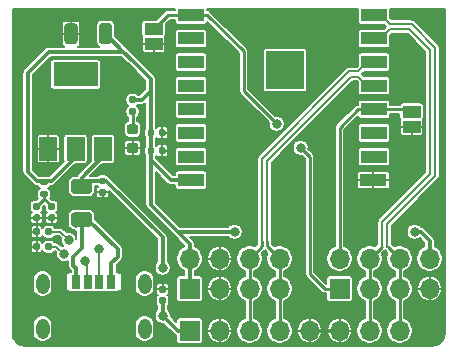
<source format=gbr>
%TF.GenerationSoftware,KiCad,Pcbnew,5.1.10*%
%TF.CreationDate,2021-05-31T03:58:19-05:00*%
%TF.ProjectId,airsensor,61697273-656e-4736-9f72-2e6b69636164,rev?*%
%TF.SameCoordinates,Original*%
%TF.FileFunction,Copper,L1,Top*%
%TF.FilePolarity,Positive*%
%FSLAX46Y46*%
G04 Gerber Fmt 4.6, Leading zero omitted, Abs format (unit mm)*
G04 Created by KiCad (PCBNEW 5.1.10) date 2021-05-31 03:58:19*
%MOMM*%
%LPD*%
G01*
G04 APERTURE LIST*
%TA.AperFunction,SMDPad,CuDef*%
%ADD10R,0.800000X1.200000*%
%TD*%
%TA.AperFunction,SMDPad,CuDef*%
%ADD11R,0.760000X1.200000*%
%TD*%
%TA.AperFunction,SMDPad,CuDef*%
%ADD12R,0.700000X1.200000*%
%TD*%
%TA.AperFunction,ComponentPad*%
%ADD13O,1.110000X1.710000*%
%TD*%
%TA.AperFunction,SMDPad,CuDef*%
%ADD14R,1.500000X2.000000*%
%TD*%
%TA.AperFunction,SMDPad,CuDef*%
%ADD15R,3.800000X2.000000*%
%TD*%
%TA.AperFunction,SMDPad,CuDef*%
%ADD16R,1.500000X1.000000*%
%TD*%
%TA.AperFunction,ComponentPad*%
%ADD17O,1.700000X1.700000*%
%TD*%
%TA.AperFunction,ComponentPad*%
%ADD18R,1.700000X1.700000*%
%TD*%
%TA.AperFunction,ComponentPad*%
%ADD19R,3.200000X3.200000*%
%TD*%
%TA.AperFunction,SMDPad,CuDef*%
%ADD20R,2.200000X1.100000*%
%TD*%
%TA.AperFunction,SMDPad,CuDef*%
%ADD21R,2.300000X1.100000*%
%TD*%
%TA.AperFunction,ViaPad*%
%ADD22C,0.800000*%
%TD*%
%TA.AperFunction,Conductor*%
%ADD23C,0.304800*%
%TD*%
%TA.AperFunction,Conductor*%
%ADD24C,0.250000*%
%TD*%
%TA.AperFunction,Conductor*%
%ADD25C,0.152400*%
%TD*%
%TA.AperFunction,Conductor*%
%ADD26C,0.200000*%
%TD*%
%TA.AperFunction,Conductor*%
%ADD27C,0.100000*%
%TD*%
%TA.AperFunction,Conductor*%
%ADD28C,0.254000*%
%TD*%
G04 APERTURE END LIST*
D10*
%TO.P,J1,A12*%
%TO.N,GND*%
X138728000Y-157672000D03*
X144228000Y-157672000D03*
D11*
%TO.P,J1,B9*%
%TO.N,Net-(F1-Pad2)*%
X142998000Y-157672000D03*
X139958000Y-157672000D03*
D12*
%TO.P,J1,A5*%
%TO.N,Net-(J1-PadA5)*%
X140978000Y-157672000D03*
%TO.P,J1,B5*%
%TO.N,Net-(J1-PadB5)*%
X141978000Y-157672000D03*
D13*
%TO.P,J1,2*%
%TO.N,N/C*%
X145798000Y-157822000D03*
%TO.P,J1,3*%
X145798000Y-161622000D03*
%TO.P,J1,4*%
X137158000Y-161622000D03*
%TO.P,J1,1*%
X137158000Y-157822000D03*
%TD*%
D14*
%TO.P,U1,1*%
%TO.N,GND*%
X137654000Y-146406000D03*
%TO.P,U1,3*%
%TO.N,+5V*%
X142254000Y-146406000D03*
%TO.P,U1,2*%
%TO.N,+3V3*%
X139954000Y-146406000D03*
D15*
X139954000Y-140106000D03*
%TD*%
%TO.P,R5,2*%
%TO.N,+3V3*%
%TA.AperFunction,SMDPad,CuDef*%
G36*
G01*
X144965000Y-142508000D02*
X144595000Y-142508000D01*
G75*
G02*
X144460000Y-142373000I0J135000D01*
G01*
X144460000Y-142103000D01*
G75*
G02*
X144595000Y-141968000I135000J0D01*
G01*
X144965000Y-141968000D01*
G75*
G02*
X145100000Y-142103000I0J-135000D01*
G01*
X145100000Y-142373000D01*
G75*
G02*
X144965000Y-142508000I-135000J0D01*
G01*
G37*
%TD.AperFunction*%
%TO.P,R5,1*%
%TO.N,Net-(D1-Pad2)*%
%TA.AperFunction,SMDPad,CuDef*%
G36*
G01*
X144965000Y-143528000D02*
X144595000Y-143528000D01*
G75*
G02*
X144460000Y-143393000I0J135000D01*
G01*
X144460000Y-143123000D01*
G75*
G02*
X144595000Y-142988000I135000J0D01*
G01*
X144965000Y-142988000D01*
G75*
G02*
X145100000Y-143123000I0J-135000D01*
G01*
X145100000Y-143393000D01*
G75*
G02*
X144965000Y-143528000I-135000J0D01*
G01*
G37*
%TD.AperFunction*%
%TD*%
%TO.P,R4,2*%
%TO.N,+3V3*%
%TA.AperFunction,SMDPad,CuDef*%
G36*
G01*
X141931500Y-137277001D02*
X141931500Y-136026999D01*
G75*
G02*
X142181499Y-135777000I249999J0D01*
G01*
X142806501Y-135777000D01*
G75*
G02*
X143056500Y-136026999I0J-249999D01*
G01*
X143056500Y-137277001D01*
G75*
G02*
X142806501Y-137527000I-249999J0D01*
G01*
X142181499Y-137527000D01*
G75*
G02*
X141931500Y-137277001I0J249999D01*
G01*
G37*
%TD.AperFunction*%
%TO.P,R4,1*%
%TO.N,GND*%
%TA.AperFunction,SMDPad,CuDef*%
G36*
G01*
X139006500Y-137277001D02*
X139006500Y-136026999D01*
G75*
G02*
X139256499Y-135777000I249999J0D01*
G01*
X139881501Y-135777000D01*
G75*
G02*
X140131500Y-136026999I0J-249999D01*
G01*
X140131500Y-137277001D01*
G75*
G02*
X139881501Y-137527000I-249999J0D01*
G01*
X139256499Y-137527000D01*
G75*
G02*
X139006500Y-137277001I0J249999D01*
G01*
G37*
%TD.AperFunction*%
%TD*%
%TO.P,R3,2*%
%TO.N,Net-(C2-Pad1)*%
%TA.AperFunction,SMDPad,CuDef*%
G36*
G01*
X137102000Y-149973000D02*
X137472000Y-149973000D01*
G75*
G02*
X137607000Y-150108000I0J-135000D01*
G01*
X137607000Y-150378000D01*
G75*
G02*
X137472000Y-150513000I-135000J0D01*
G01*
X137102000Y-150513000D01*
G75*
G02*
X136967000Y-150378000I0J135000D01*
G01*
X136967000Y-150108000D01*
G75*
G02*
X137102000Y-149973000I135000J0D01*
G01*
G37*
%TD.AperFunction*%
%TO.P,R3,1*%
%TO.N,+3V3*%
%TA.AperFunction,SMDPad,CuDef*%
G36*
G01*
X137102000Y-148953000D02*
X137472000Y-148953000D01*
G75*
G02*
X137607000Y-149088000I0J-135000D01*
G01*
X137607000Y-149358000D01*
G75*
G02*
X137472000Y-149493000I-135000J0D01*
G01*
X137102000Y-149493000D01*
G75*
G02*
X136967000Y-149358000I0J135000D01*
G01*
X136967000Y-149088000D01*
G75*
G02*
X137102000Y-148953000I135000J0D01*
G01*
G37*
%TD.AperFunction*%
%TD*%
%TO.P,R2,2*%
%TO.N,Net-(J1-PadB5)*%
%TA.AperFunction,SMDPad,CuDef*%
G36*
G01*
X137406000Y-153607000D02*
X137406000Y-153237000D01*
G75*
G02*
X137541000Y-153102000I135000J0D01*
G01*
X137811000Y-153102000D01*
G75*
G02*
X137946000Y-153237000I0J-135000D01*
G01*
X137946000Y-153607000D01*
G75*
G02*
X137811000Y-153742000I-135000J0D01*
G01*
X137541000Y-153742000D01*
G75*
G02*
X137406000Y-153607000I0J135000D01*
G01*
G37*
%TD.AperFunction*%
%TO.P,R2,1*%
%TO.N,GND*%
%TA.AperFunction,SMDPad,CuDef*%
G36*
G01*
X136386000Y-153607000D02*
X136386000Y-153237000D01*
G75*
G02*
X136521000Y-153102000I135000J0D01*
G01*
X136791000Y-153102000D01*
G75*
G02*
X136926000Y-153237000I0J-135000D01*
G01*
X136926000Y-153607000D01*
G75*
G02*
X136791000Y-153742000I-135000J0D01*
G01*
X136521000Y-153742000D01*
G75*
G02*
X136386000Y-153607000I0J135000D01*
G01*
G37*
%TD.AperFunction*%
%TD*%
%TO.P,R1,2*%
%TO.N,Net-(J1-PadA5)*%
%TA.AperFunction,SMDPad,CuDef*%
G36*
G01*
X137400000Y-154871000D02*
X137400000Y-154501000D01*
G75*
G02*
X137535000Y-154366000I135000J0D01*
G01*
X137805000Y-154366000D01*
G75*
G02*
X137940000Y-154501000I0J-135000D01*
G01*
X137940000Y-154871000D01*
G75*
G02*
X137805000Y-155006000I-135000J0D01*
G01*
X137535000Y-155006000D01*
G75*
G02*
X137400000Y-154871000I0J135000D01*
G01*
G37*
%TD.AperFunction*%
%TO.P,R1,1*%
%TO.N,GND*%
%TA.AperFunction,SMDPad,CuDef*%
G36*
G01*
X136380000Y-154871000D02*
X136380000Y-154501000D01*
G75*
G02*
X136515000Y-154366000I135000J0D01*
G01*
X136785000Y-154366000D01*
G75*
G02*
X136920000Y-154501000I0J-135000D01*
G01*
X136920000Y-154871000D01*
G75*
G02*
X136785000Y-155006000I-135000J0D01*
G01*
X136515000Y-155006000D01*
G75*
G02*
X136380000Y-154871000I0J135000D01*
G01*
G37*
%TD.AperFunction*%
%TD*%
D16*
%TO.P,JP2,1*%
%TO.N,/DTR*%
X168402000Y-143256000D03*
%TO.P,JP2,2*%
%TO.N,GND*%
X168402000Y-144556000D03*
%TD*%
%TO.P,JP1,1*%
%TO.N,/RST*%
X146558000Y-136256000D03*
%TO.P,JP1,2*%
%TO.N,GND*%
X146558000Y-137556000D03*
%TD*%
D17*
%TO.P,J3,8*%
%TO.N,/TX*%
X167386000Y-161798000D03*
%TO.P,J3,7*%
%TO.N,/RX*%
X164846000Y-161798000D03*
%TO.P,J3,6*%
%TO.N,GND*%
X162306000Y-161798000D03*
%TO.P,J3,5*%
X159766000Y-161798000D03*
%TO.P,J3,4*%
%TO.N,/SDA*%
X157226000Y-161798000D03*
%TO.P,J3,3*%
%TO.N,/SCL*%
X154686000Y-161798000D03*
%TO.P,J3,2*%
%TO.N,GND*%
X152146000Y-161798000D03*
D18*
%TO.P,J3,1*%
%TO.N,+5V*%
X149606000Y-161798000D03*
%TD*%
D17*
%TO.P,J2,8*%
%TO.N,/SDA*%
X157226000Y-155702000D03*
%TO.P,J2,7*%
X157226000Y-158242000D03*
%TO.P,J2,6*%
%TO.N,/SCL*%
X154686000Y-155702000D03*
%TO.P,J2,5*%
X154686000Y-158242000D03*
%TO.P,J2,4*%
%TO.N,GND*%
X152146000Y-155702000D03*
%TO.P,J2,3*%
X152146000Y-158242000D03*
%TO.P,J2,2*%
%TO.N,+3V3*%
X149606000Y-155702000D03*
D18*
%TO.P,J2,1*%
X149606000Y-158242000D03*
%TD*%
%TO.P,F1,2*%
%TO.N,Net-(F1-Pad2)*%
%TA.AperFunction,SMDPad,CuDef*%
G36*
G01*
X139837000Y-151775000D02*
X141087000Y-151775000D01*
G75*
G02*
X141337000Y-152025000I0J-250000D01*
G01*
X141337000Y-152775000D01*
G75*
G02*
X141087000Y-153025000I-250000J0D01*
G01*
X139837000Y-153025000D01*
G75*
G02*
X139587000Y-152775000I0J250000D01*
G01*
X139587000Y-152025000D01*
G75*
G02*
X139837000Y-151775000I250000J0D01*
G01*
G37*
%TD.AperFunction*%
%TO.P,F1,1*%
%TO.N,+5V*%
%TA.AperFunction,SMDPad,CuDef*%
G36*
G01*
X139837000Y-148975000D02*
X141087000Y-148975000D01*
G75*
G02*
X141337000Y-149225000I0J-250000D01*
G01*
X141337000Y-149975000D01*
G75*
G02*
X141087000Y-150225000I-250000J0D01*
G01*
X139837000Y-150225000D01*
G75*
G02*
X139587000Y-149975000I0J250000D01*
G01*
X139587000Y-149225000D01*
G75*
G02*
X139837000Y-148975000I250000J0D01*
G01*
G37*
%TD.AperFunction*%
%TD*%
%TO.P,D1,2*%
%TO.N,Net-(D1-Pad2)*%
%TA.AperFunction,SMDPad,CuDef*%
G36*
G01*
X145036250Y-145192000D02*
X144523750Y-145192000D01*
G75*
G02*
X144305000Y-144973250I0J218750D01*
G01*
X144305000Y-144535750D01*
G75*
G02*
X144523750Y-144317000I218750J0D01*
G01*
X145036250Y-144317000D01*
G75*
G02*
X145255000Y-144535750I0J-218750D01*
G01*
X145255000Y-144973250D01*
G75*
G02*
X145036250Y-145192000I-218750J0D01*
G01*
G37*
%TD.AperFunction*%
%TO.P,D1,1*%
%TO.N,GND*%
%TA.AperFunction,SMDPad,CuDef*%
G36*
G01*
X145036250Y-146767000D02*
X144523750Y-146767000D01*
G75*
G02*
X144305000Y-146548250I0J218750D01*
G01*
X144305000Y-146110750D01*
G75*
G02*
X144523750Y-145892000I218750J0D01*
G01*
X145036250Y-145892000D01*
G75*
G02*
X145255000Y-146110750I0J-218750D01*
G01*
X145255000Y-146548250D01*
G75*
G02*
X145036250Y-146767000I-218750J0D01*
G01*
G37*
%TD.AperFunction*%
%TD*%
%TO.P,C6,2*%
%TO.N,+5V*%
%TA.AperFunction,SMDPad,CuDef*%
G36*
G01*
X147150000Y-158978000D02*
X147490000Y-158978000D01*
G75*
G02*
X147630000Y-159118000I0J-140000D01*
G01*
X147630000Y-159398000D01*
G75*
G02*
X147490000Y-159538000I-140000J0D01*
G01*
X147150000Y-159538000D01*
G75*
G02*
X147010000Y-159398000I0J140000D01*
G01*
X147010000Y-159118000D01*
G75*
G02*
X147150000Y-158978000I140000J0D01*
G01*
G37*
%TD.AperFunction*%
%TO.P,C6,1*%
%TO.N,GND*%
%TA.AperFunction,SMDPad,CuDef*%
G36*
G01*
X147150000Y-158018000D02*
X147490000Y-158018000D01*
G75*
G02*
X147630000Y-158158000I0J-140000D01*
G01*
X147630000Y-158438000D01*
G75*
G02*
X147490000Y-158578000I-140000J0D01*
G01*
X147150000Y-158578000D01*
G75*
G02*
X147010000Y-158438000I0J140000D01*
G01*
X147010000Y-158158000D01*
G75*
G02*
X147150000Y-158018000I140000J0D01*
G01*
G37*
%TD.AperFunction*%
%TD*%
%TO.P,C5,2*%
%TO.N,GND*%
%TA.AperFunction,SMDPad,CuDef*%
G36*
G01*
X147012000Y-146728000D02*
X147012000Y-146388000D01*
G75*
G02*
X147152000Y-146248000I140000J0D01*
G01*
X147432000Y-146248000D01*
G75*
G02*
X147572000Y-146388000I0J-140000D01*
G01*
X147572000Y-146728000D01*
G75*
G02*
X147432000Y-146868000I-140000J0D01*
G01*
X147152000Y-146868000D01*
G75*
G02*
X147012000Y-146728000I0J140000D01*
G01*
G37*
%TD.AperFunction*%
%TO.P,C5,1*%
%TO.N,+3V3*%
%TA.AperFunction,SMDPad,CuDef*%
G36*
G01*
X146052000Y-146728000D02*
X146052000Y-146388000D01*
G75*
G02*
X146192000Y-146248000I140000J0D01*
G01*
X146472000Y-146248000D01*
G75*
G02*
X146612000Y-146388000I0J-140000D01*
G01*
X146612000Y-146728000D01*
G75*
G02*
X146472000Y-146868000I-140000J0D01*
G01*
X146192000Y-146868000D01*
G75*
G02*
X146052000Y-146728000I0J140000D01*
G01*
G37*
%TD.AperFunction*%
%TD*%
%TO.P,C4,2*%
%TO.N,GND*%
%TA.AperFunction,SMDPad,CuDef*%
G36*
G01*
X147012000Y-145204000D02*
X147012000Y-144864000D01*
G75*
G02*
X147152000Y-144724000I140000J0D01*
G01*
X147432000Y-144724000D01*
G75*
G02*
X147572000Y-144864000I0J-140000D01*
G01*
X147572000Y-145204000D01*
G75*
G02*
X147432000Y-145344000I-140000J0D01*
G01*
X147152000Y-145344000D01*
G75*
G02*
X147012000Y-145204000I0J140000D01*
G01*
G37*
%TD.AperFunction*%
%TO.P,C4,1*%
%TO.N,+3V3*%
%TA.AperFunction,SMDPad,CuDef*%
G36*
G01*
X146052000Y-145204000D02*
X146052000Y-144864000D01*
G75*
G02*
X146192000Y-144724000I140000J0D01*
G01*
X146472000Y-144724000D01*
G75*
G02*
X146612000Y-144864000I0J-140000D01*
G01*
X146612000Y-145204000D01*
G75*
G02*
X146472000Y-145344000I-140000J0D01*
G01*
X146192000Y-145344000D01*
G75*
G02*
X146052000Y-145204000I0J140000D01*
G01*
G37*
%TD.AperFunction*%
%TD*%
%TO.P,C3,2*%
%TO.N,GND*%
%TA.AperFunction,SMDPad,CuDef*%
G36*
G01*
X136482000Y-151965000D02*
X136822000Y-151965000D01*
G75*
G02*
X136962000Y-152105000I0J-140000D01*
G01*
X136962000Y-152385000D01*
G75*
G02*
X136822000Y-152525000I-140000J0D01*
G01*
X136482000Y-152525000D01*
G75*
G02*
X136342000Y-152385000I0J140000D01*
G01*
X136342000Y-152105000D01*
G75*
G02*
X136482000Y-151965000I140000J0D01*
G01*
G37*
%TD.AperFunction*%
%TO.P,C3,1*%
%TO.N,Net-(C2-Pad1)*%
%TA.AperFunction,SMDPad,CuDef*%
G36*
G01*
X136482000Y-151005000D02*
X136822000Y-151005000D01*
G75*
G02*
X136962000Y-151145000I0J-140000D01*
G01*
X136962000Y-151425000D01*
G75*
G02*
X136822000Y-151565000I-140000J0D01*
G01*
X136482000Y-151565000D01*
G75*
G02*
X136342000Y-151425000I0J140000D01*
G01*
X136342000Y-151145000D01*
G75*
G02*
X136482000Y-151005000I140000J0D01*
G01*
G37*
%TD.AperFunction*%
%TD*%
%TO.P,C2,2*%
%TO.N,GND*%
%TA.AperFunction,SMDPad,CuDef*%
G36*
G01*
X137752000Y-151965000D02*
X138092000Y-151965000D01*
G75*
G02*
X138232000Y-152105000I0J-140000D01*
G01*
X138232000Y-152385000D01*
G75*
G02*
X138092000Y-152525000I-140000J0D01*
G01*
X137752000Y-152525000D01*
G75*
G02*
X137612000Y-152385000I0J140000D01*
G01*
X137612000Y-152105000D01*
G75*
G02*
X137752000Y-151965000I140000J0D01*
G01*
G37*
%TD.AperFunction*%
%TO.P,C2,1*%
%TO.N,Net-(C2-Pad1)*%
%TA.AperFunction,SMDPad,CuDef*%
G36*
G01*
X137752000Y-151005000D02*
X138092000Y-151005000D01*
G75*
G02*
X138232000Y-151145000I0J-140000D01*
G01*
X138232000Y-151425000D01*
G75*
G02*
X138092000Y-151565000I-140000J0D01*
G01*
X137752000Y-151565000D01*
G75*
G02*
X137612000Y-151425000I0J140000D01*
G01*
X137612000Y-151145000D01*
G75*
G02*
X137752000Y-151005000I140000J0D01*
G01*
G37*
%TD.AperFunction*%
%TD*%
%TO.P,C1,2*%
%TO.N,GND*%
%TA.AperFunction,SMDPad,CuDef*%
G36*
G01*
X142070000Y-149806000D02*
X142410000Y-149806000D01*
G75*
G02*
X142550000Y-149946000I0J-140000D01*
G01*
X142550000Y-150226000D01*
G75*
G02*
X142410000Y-150366000I-140000J0D01*
G01*
X142070000Y-150366000D01*
G75*
G02*
X141930000Y-150226000I0J140000D01*
G01*
X141930000Y-149946000D01*
G75*
G02*
X142070000Y-149806000I140000J0D01*
G01*
G37*
%TD.AperFunction*%
%TO.P,C1,1*%
%TO.N,+5V*%
%TA.AperFunction,SMDPad,CuDef*%
G36*
G01*
X142070000Y-148846000D02*
X142410000Y-148846000D01*
G75*
G02*
X142550000Y-148986000I0J-140000D01*
G01*
X142550000Y-149266000D01*
G75*
G02*
X142410000Y-149406000I-140000J0D01*
G01*
X142070000Y-149406000D01*
G75*
G02*
X141930000Y-149266000I0J140000D01*
G01*
X141930000Y-148986000D01*
G75*
G02*
X142070000Y-148846000I140000J0D01*
G01*
G37*
%TD.AperFunction*%
%TD*%
D19*
%TO.P,U2,*%
%TO.N,*%
X157680000Y-139757000D03*
D20*
%TO.P,U2,16*%
%TO.N,/TX*%
X165230000Y-135057000D03*
%TO.P,U2,15*%
%TO.N,/RX*%
X165230000Y-137057000D03*
%TO.P,U2,14*%
%TO.N,/SCL*%
X165230000Y-139057000D03*
%TO.P,U2,13*%
%TO.N,/SDA*%
X165230000Y-141057000D03*
%TO.P,U2,12*%
%TO.N,/DTR*%
X165230000Y-143057000D03*
%TO.P,U2,11*%
%TO.N,Net-(U2-Pad11)*%
X165230000Y-145057000D03*
%TO.P,U2,10*%
%TO.N,Net-(U2-Pad10)*%
X165230000Y-147057000D03*
D21*
%TO.P,U2,9*%
%TO.N,GND*%
X165180000Y-149057000D03*
D20*
%TO.P,U2,8*%
%TO.N,+3V3*%
X149730000Y-149057000D03*
%TO.P,U2,7*%
%TO.N,Net-(U2-Pad7)*%
X149730000Y-147057000D03*
%TO.P,U2,6*%
%TO.N,Net-(U2-Pad6)*%
X149730000Y-145057000D03*
%TO.P,U2,5*%
%TO.N,Net-(U2-Pad5)*%
X149730000Y-143057000D03*
%TO.P,U2,4*%
%TO.N,Net-(U2-Pad4)*%
X149730000Y-141057000D03*
%TO.P,U2,3*%
%TO.N,Net-(U2-Pad3)*%
X149730000Y-139057000D03*
%TO.P,U2,2*%
%TO.N,Net-(U2-Pad2)*%
X149730000Y-137057000D03*
%TO.P,U2,1*%
%TO.N,/RST*%
X149730000Y-135057000D03*
%TD*%
D17*
%TO.P,J4,8*%
%TO.N,+3V3*%
X169926000Y-155702000D03*
%TO.P,J4,7*%
%TO.N,GND*%
X169926000Y-158242000D03*
%TO.P,J4,6*%
%TO.N,/TX*%
X167386000Y-155702000D03*
%TO.P,J4,5*%
X167386000Y-158242000D03*
%TO.P,J4,4*%
%TO.N,/RX*%
X164846000Y-155702000D03*
%TO.P,J4,3*%
X164846000Y-158242000D03*
%TO.P,J4,2*%
%TO.N,/DTR*%
X162306000Y-155702000D03*
D18*
%TO.P,J4,1*%
%TO.N,/RST*%
X162306000Y-158242000D03*
%TD*%
D22*
%TO.N,GND*%
X153416000Y-151130000D03*
X144780000Y-153416000D03*
X150876000Y-160020000D03*
X159512000Y-158242000D03*
X169722800Y-160680400D03*
X168148000Y-147320000D03*
X170434000Y-150368000D03*
X145034000Y-149860000D03*
%TO.N,+5V*%
X147320000Y-160528000D03*
X147320000Y-156464000D03*
%TO.N,+3V3*%
X153416000Y-153416000D03*
X168656000Y-153416000D03*
%TO.N,Net-(J1-PadA5)*%
X138966000Y-155322000D03*
X140766000Y-155922000D03*
%TO.N,Net-(J1-PadB5)*%
X139366000Y-154122000D03*
X141966000Y-154922000D03*
%TO.N,/RST*%
X159004000Y-146304000D03*
X156972000Y-144272000D03*
%TD*%
D23*
%TO.N,GND*%
X162306000Y-161798000D02*
X159766000Y-161798000D01*
%TO.N,+5V*%
X140936000Y-149126000D02*
X142240000Y-149126000D01*
X140462000Y-149600000D02*
X140936000Y-149126000D01*
X142550000Y-149126000D02*
X147320000Y-153896000D01*
X142240000Y-149126000D02*
X142550000Y-149126000D01*
X149352000Y-162052000D02*
X149606000Y-161798000D01*
X142254000Y-147052000D02*
X142254000Y-146406000D01*
X140462000Y-148844000D02*
X142254000Y-147052000D01*
X140462000Y-149600000D02*
X140462000Y-148844000D01*
X148590000Y-161798000D02*
X147320000Y-160528000D01*
X149606000Y-161798000D02*
X148590000Y-161798000D01*
X147320000Y-156464000D02*
X147320000Y-153896000D01*
X147320000Y-159258000D02*
X147320000Y-160528000D01*
D24*
%TO.N,Net-(C2-Pad1)*%
X137287000Y-150650000D02*
X136652000Y-151285000D01*
X137287000Y-150243000D02*
X137287000Y-150650000D01*
X137287000Y-150650000D02*
X137922000Y-151285000D01*
D23*
%TO.N,+3V3*%
X149606000Y-158242000D02*
X149606000Y-155702000D01*
X137287000Y-149223000D02*
X137289000Y-149223000D01*
X148041000Y-149057000D02*
X146304000Y-147320000D01*
X149730000Y-149057000D02*
X148041000Y-149057000D01*
X146304000Y-147320000D02*
X146304000Y-151130000D01*
X146304000Y-151130000D02*
X148590000Y-153416000D01*
X148590000Y-153416000D02*
X149606000Y-154432000D01*
X149606000Y-154432000D02*
X149606000Y-155702000D01*
X145544000Y-142238000D02*
X146304000Y-141478000D01*
X144780000Y-142238000D02*
X145544000Y-142238000D01*
X146304000Y-147320000D02*
X146304000Y-141478000D01*
X146304000Y-141478000D02*
X146304000Y-140466698D01*
X146304000Y-140466698D02*
X144904651Y-139067349D01*
X144904651Y-139067349D02*
X144013302Y-138176000D01*
X144013302Y-138171302D02*
X142494000Y-136652000D01*
X144013302Y-138176000D02*
X144013302Y-138171302D01*
X139954000Y-147066000D02*
X139954000Y-146406000D01*
X136652000Y-149098000D02*
X137922000Y-149098000D01*
X137922000Y-149098000D02*
X139954000Y-147066000D01*
X135890000Y-148336000D02*
X136652000Y-149098000D01*
X135890000Y-139954000D02*
X135890000Y-148336000D01*
X137668000Y-138176000D02*
X135890000Y-139954000D01*
X144013302Y-138176000D02*
X137668000Y-138176000D01*
X148590000Y-153416000D02*
X153416000Y-153416000D01*
X169926000Y-154178000D02*
X169926000Y-155702000D01*
X169164000Y-153416000D02*
X169926000Y-154178000D01*
X168656000Y-153416000D02*
X169164000Y-153416000D01*
D24*
%TO.N,Net-(D1-Pad2)*%
X144780000Y-143258000D02*
X144780000Y-144754500D01*
D23*
%TO.N,Net-(F1-Pad2)*%
X139957937Y-152904063D02*
X140462000Y-152400000D01*
X139958000Y-157672000D02*
X139958000Y-156514000D01*
X139958000Y-156514000D02*
X139766000Y-156322000D01*
X139766000Y-156322000D02*
X139766000Y-155522000D01*
X140462000Y-154826000D02*
X140462000Y-152400000D01*
X139766000Y-155522000D02*
X140462000Y-154826000D01*
X142998000Y-157672000D02*
X142998000Y-156090000D01*
X142998000Y-156090000D02*
X143566000Y-155522000D01*
X143566000Y-155522000D02*
X143566000Y-154922000D01*
X141044000Y-152400000D02*
X140462000Y-152400000D01*
X143566000Y-154922000D02*
X141044000Y-152400000D01*
D25*
%TO.N,Net-(J1-PadA5)*%
X137670000Y-154686000D02*
X138330000Y-154686000D01*
X138330000Y-154686000D02*
X138966000Y-155322000D01*
X140766000Y-155922000D02*
X140966000Y-156122000D01*
X140966000Y-157660000D02*
X140978000Y-157672000D01*
X140966000Y-156122000D02*
X140966000Y-157660000D01*
%TO.N,Net-(J1-PadB5)*%
X138666000Y-153422000D02*
X139366000Y-154122000D01*
X137676000Y-153422000D02*
X138666000Y-153422000D01*
X141966000Y-157660000D02*
X141978000Y-157672000D01*
X141966000Y-154922000D02*
X141966000Y-157660000D01*
D24*
%TO.N,/SCL*%
X154686000Y-161798000D02*
X154686000Y-158242000D01*
X154686000Y-158242000D02*
X154686000Y-155702000D01*
D26*
X164680000Y-139057000D02*
X163905000Y-139832000D01*
X165230000Y-139057000D02*
X164680000Y-139057000D01*
X163905000Y-139832000D02*
X163125800Y-139832000D01*
X163125800Y-139832000D02*
X155731000Y-147226800D01*
X155731000Y-147226800D02*
X155731000Y-154178000D01*
D24*
X155731000Y-154657000D02*
X154686000Y-155702000D01*
X155731000Y-154178000D02*
X155731000Y-154657000D01*
%TO.N,/SDA*%
X157226000Y-161798000D02*
X157226000Y-158242000D01*
X157226000Y-158242000D02*
X157226000Y-155702000D01*
D26*
X164680000Y-141057000D02*
X163905000Y-140282000D01*
X165230000Y-141057000D02*
X164680000Y-141057000D01*
X163905000Y-140282000D02*
X163312200Y-140282000D01*
X163312200Y-140282000D02*
X156181000Y-147413200D01*
X156181000Y-147413200D02*
X156181000Y-154178000D01*
D24*
X156181000Y-154657000D02*
X157226000Y-155702000D01*
X156181000Y-154178000D02*
X156181000Y-154657000D01*
%TO.N,/TX*%
X167386000Y-161798000D02*
X167386000Y-158242000D01*
X167386000Y-158242000D02*
X167386000Y-155702000D01*
D26*
X170405000Y-137828800D02*
X170405000Y-148683200D01*
X165230000Y-135057000D02*
X165780000Y-135057000D01*
X165780000Y-135057000D02*
X166555000Y-135832000D01*
X166555000Y-135832000D02*
X168408200Y-135832000D01*
X170405000Y-148683200D02*
X166341000Y-152747200D01*
X168408200Y-135832000D02*
X170405000Y-137828800D01*
X166341000Y-152747200D02*
X166341000Y-154686000D01*
D24*
X167386000Y-155702000D02*
X166370000Y-154686000D01*
%TO.N,/RX*%
X164846000Y-161798000D02*
X164846000Y-158242000D01*
X164846000Y-158242000D02*
X164846000Y-155702000D01*
X164846000Y-155702000D02*
X165862000Y-154686000D01*
D26*
X165891000Y-152560800D02*
X165891000Y-154686000D01*
X165230000Y-137057000D02*
X165780000Y-137057000D01*
X169955000Y-138015200D02*
X169955000Y-148496800D01*
X166555000Y-136282000D02*
X168221800Y-136282000D01*
X165780000Y-137057000D02*
X166555000Y-136282000D01*
X169955000Y-148496800D02*
X165891000Y-152560800D01*
X168221800Y-136282000D02*
X169955000Y-138015200D01*
D24*
%TO.N,/RST*%
X147757000Y-135057000D02*
X146558000Y-136256000D01*
X149730000Y-135057000D02*
X147757000Y-135057000D01*
X149730000Y-135057000D02*
X151080000Y-135057000D01*
X154178000Y-141478000D02*
X156972000Y-144272000D01*
X151080000Y-135057000D02*
X154178000Y-138155000D01*
X154178000Y-138155000D02*
X154178000Y-141478000D01*
X159004000Y-146304000D02*
X159766000Y-147066000D01*
X159766000Y-147066000D02*
X159766000Y-156972000D01*
X161036000Y-158242000D02*
X162306000Y-158242000D01*
X159766000Y-156972000D02*
X161036000Y-158242000D01*
%TO.N,/DTR*%
X168235000Y-143057000D02*
X168402000Y-142890000D01*
X163880000Y-143057000D02*
X165230000Y-143057000D01*
X162306000Y-144631000D02*
X163880000Y-143057000D01*
X162306000Y-155702000D02*
X162306000Y-144631000D01*
X168203000Y-143057000D02*
X168402000Y-143256000D01*
X165230000Y-143057000D02*
X168203000Y-143057000D01*
%TD*%
D25*
%TO.N,GND*%
X148352464Y-134655800D02*
X147776704Y-134655800D01*
X147756999Y-134653859D01*
X147737294Y-134655800D01*
X147737292Y-134655800D01*
X147678351Y-134661605D01*
X147602725Y-134684546D01*
X147570281Y-134701888D01*
X147533026Y-134721801D01*
X147507961Y-134742372D01*
X147471936Y-134771936D01*
X147459370Y-134787248D01*
X146768155Y-135478464D01*
X145808000Y-135478464D01*
X145753855Y-135483797D01*
X145701792Y-135499590D01*
X145653809Y-135525237D01*
X145611752Y-135559752D01*
X145577237Y-135601809D01*
X145551590Y-135649792D01*
X145535797Y-135701855D01*
X145530464Y-135756000D01*
X145530464Y-136756000D01*
X145535797Y-136810145D01*
X145551590Y-136862208D01*
X145577237Y-136910191D01*
X145607209Y-136946712D01*
X145595779Y-136968095D01*
X145582708Y-137011187D01*
X145578294Y-137056000D01*
X145579400Y-137498800D01*
X145636550Y-137555950D01*
X146557950Y-137555950D01*
X146557950Y-137535950D01*
X146558050Y-137535950D01*
X146558050Y-137555950D01*
X147479450Y-137555950D01*
X147536600Y-137498800D01*
X147537706Y-137056000D01*
X147533292Y-137011187D01*
X147520221Y-136968095D01*
X147508791Y-136946712D01*
X147538763Y-136910191D01*
X147564410Y-136862208D01*
X147580203Y-136810145D01*
X147585536Y-136756000D01*
X147585536Y-136507000D01*
X148352464Y-136507000D01*
X148352464Y-137607000D01*
X148357797Y-137661145D01*
X148373590Y-137713208D01*
X148399237Y-137761191D01*
X148433752Y-137803248D01*
X148475809Y-137837763D01*
X148523792Y-137863410D01*
X148575855Y-137879203D01*
X148630000Y-137884536D01*
X150830000Y-137884536D01*
X150884145Y-137879203D01*
X150936208Y-137863410D01*
X150984191Y-137837763D01*
X151026248Y-137803248D01*
X151060763Y-137761191D01*
X151086410Y-137713208D01*
X151102203Y-137661145D01*
X151107536Y-137607000D01*
X151107536Y-136507000D01*
X151102203Y-136452855D01*
X151086410Y-136400792D01*
X151060763Y-136352809D01*
X151026248Y-136310752D01*
X150984191Y-136276237D01*
X150936208Y-136250590D01*
X150884145Y-136234797D01*
X150830000Y-136229464D01*
X148630000Y-136229464D01*
X148575855Y-136234797D01*
X148523792Y-136250590D01*
X148475809Y-136276237D01*
X148433752Y-136310752D01*
X148399237Y-136352809D01*
X148373590Y-136400792D01*
X148357797Y-136452855D01*
X148352464Y-136507000D01*
X147585536Y-136507000D01*
X147585536Y-135795846D01*
X147923182Y-135458200D01*
X148352464Y-135458200D01*
X148352464Y-135607000D01*
X148357797Y-135661145D01*
X148373590Y-135713208D01*
X148399237Y-135761191D01*
X148433752Y-135803248D01*
X148475809Y-135837763D01*
X148523792Y-135863410D01*
X148575855Y-135879203D01*
X148630000Y-135884536D01*
X150830000Y-135884536D01*
X150884145Y-135879203D01*
X150936208Y-135863410D01*
X150984191Y-135837763D01*
X151026248Y-135803248D01*
X151060763Y-135761191D01*
X151086410Y-135713208D01*
X151102203Y-135661145D01*
X151103509Y-135647890D01*
X153776800Y-138321183D01*
X153776801Y-141458285D01*
X153774859Y-141478000D01*
X153781906Y-141549546D01*
X153782606Y-141556649D01*
X153797880Y-141607000D01*
X153805547Y-141632275D01*
X153842801Y-141701973D01*
X153859127Y-141721866D01*
X153892937Y-141763064D01*
X153908249Y-141775630D01*
X156302804Y-144170187D01*
X156295800Y-144205400D01*
X156295800Y-144338600D01*
X156321786Y-144469240D01*
X156372759Y-144592301D01*
X156446761Y-144703052D01*
X156540948Y-144797239D01*
X156651699Y-144871241D01*
X156774760Y-144922214D01*
X156905400Y-144948200D01*
X157038600Y-144948200D01*
X157169240Y-144922214D01*
X157292301Y-144871241D01*
X157403052Y-144797239D01*
X157497239Y-144703052D01*
X157571241Y-144592301D01*
X157622214Y-144469240D01*
X157648200Y-144338600D01*
X157648200Y-144205400D01*
X157622214Y-144074760D01*
X157571241Y-143951699D01*
X157497239Y-143840948D01*
X157403052Y-143746761D01*
X157292301Y-143672759D01*
X157169240Y-143621786D01*
X157038600Y-143595800D01*
X156905400Y-143595800D01*
X156870187Y-143602804D01*
X154579200Y-141311819D01*
X154579200Y-138174705D01*
X154580943Y-138157000D01*
X155802464Y-138157000D01*
X155802464Y-141357000D01*
X155807797Y-141411145D01*
X155823590Y-141463208D01*
X155849237Y-141511191D01*
X155883752Y-141553248D01*
X155925809Y-141587763D01*
X155973792Y-141613410D01*
X156025855Y-141629203D01*
X156080000Y-141634536D01*
X159280000Y-141634536D01*
X159334145Y-141629203D01*
X159386208Y-141613410D01*
X159434191Y-141587763D01*
X159476248Y-141553248D01*
X159510763Y-141511191D01*
X159536410Y-141463208D01*
X159552203Y-141411145D01*
X159557536Y-141357000D01*
X159557536Y-138157000D01*
X159552203Y-138102855D01*
X159536410Y-138050792D01*
X159510763Y-138002809D01*
X159476248Y-137960752D01*
X159434191Y-137926237D01*
X159386208Y-137900590D01*
X159334145Y-137884797D01*
X159280000Y-137879464D01*
X156080000Y-137879464D01*
X156025855Y-137884797D01*
X155973792Y-137900590D01*
X155925809Y-137926237D01*
X155883752Y-137960752D01*
X155849237Y-138002809D01*
X155823590Y-138050792D01*
X155807797Y-138102855D01*
X155802464Y-138157000D01*
X154580943Y-138157000D01*
X154581141Y-138155000D01*
X154575804Y-138100813D01*
X154573395Y-138076351D01*
X154550454Y-138000725D01*
X154513199Y-137931027D01*
X154463064Y-137869936D01*
X154447759Y-137857376D01*
X151377634Y-134787253D01*
X151365064Y-134771936D01*
X151303973Y-134721801D01*
X151234275Y-134684546D01*
X151158649Y-134661605D01*
X151107536Y-134656571D01*
X151107536Y-134569200D01*
X163852464Y-134569200D01*
X163852464Y-135607000D01*
X163857797Y-135661145D01*
X163873590Y-135713208D01*
X163899237Y-135761191D01*
X163933752Y-135803248D01*
X163975809Y-135837763D01*
X164023792Y-135863410D01*
X164075855Y-135879203D01*
X164130000Y-135884536D01*
X166075509Y-135884536D01*
X166247973Y-136057000D01*
X166075509Y-136229464D01*
X164130000Y-136229464D01*
X164075855Y-136234797D01*
X164023792Y-136250590D01*
X163975809Y-136276237D01*
X163933752Y-136310752D01*
X163899237Y-136352809D01*
X163873590Y-136400792D01*
X163857797Y-136452855D01*
X163852464Y-136507000D01*
X163852464Y-137607000D01*
X163857797Y-137661145D01*
X163873590Y-137713208D01*
X163899237Y-137761191D01*
X163933752Y-137803248D01*
X163975809Y-137837763D01*
X164023792Y-137863410D01*
X164075855Y-137879203D01*
X164130000Y-137884536D01*
X166330000Y-137884536D01*
X166384145Y-137879203D01*
X166436208Y-137863410D01*
X166484191Y-137837763D01*
X166526248Y-137803248D01*
X166560763Y-137761191D01*
X166586410Y-137713208D01*
X166602203Y-137661145D01*
X166607536Y-137607000D01*
X166607536Y-136761491D01*
X166710827Y-136658200D01*
X168065974Y-136658200D01*
X169578800Y-138171027D01*
X169578801Y-148340972D01*
X165638063Y-152281711D01*
X165623699Y-152293499D01*
X165576688Y-152350784D01*
X165541755Y-152416139D01*
X165522414Y-152479899D01*
X165520244Y-152487053D01*
X165512980Y-152560800D01*
X165514800Y-152579278D01*
X165514801Y-154465817D01*
X165306757Y-154673862D01*
X165174500Y-154619079D01*
X164956921Y-154575800D01*
X164735079Y-154575800D01*
X164517500Y-154619079D01*
X164312544Y-154703975D01*
X164128089Y-154827223D01*
X163971223Y-154984089D01*
X163847975Y-155168544D01*
X163763079Y-155373500D01*
X163719800Y-155591079D01*
X163719800Y-155812921D01*
X163763079Y-156030500D01*
X163847975Y-156235456D01*
X163971223Y-156419911D01*
X164128089Y-156576777D01*
X164312544Y-156700025D01*
X164444801Y-156754808D01*
X164444800Y-157189192D01*
X164312544Y-157243975D01*
X164128089Y-157367223D01*
X163971223Y-157524089D01*
X163847975Y-157708544D01*
X163763079Y-157913500D01*
X163719800Y-158131079D01*
X163719800Y-158352921D01*
X163763079Y-158570500D01*
X163847975Y-158775456D01*
X163971223Y-158959911D01*
X164128089Y-159116777D01*
X164312544Y-159240025D01*
X164444801Y-159294808D01*
X164444800Y-160745192D01*
X164312544Y-160799975D01*
X164128089Y-160923223D01*
X163971223Y-161080089D01*
X163847975Y-161264544D01*
X163763079Y-161469500D01*
X163719800Y-161687079D01*
X163719800Y-161908921D01*
X163763079Y-162126500D01*
X163847975Y-162331456D01*
X163971223Y-162515911D01*
X164128089Y-162672777D01*
X164312544Y-162796025D01*
X164517500Y-162880921D01*
X164735079Y-162924200D01*
X164956921Y-162924200D01*
X165174500Y-162880921D01*
X165379456Y-162796025D01*
X165563911Y-162672777D01*
X165720777Y-162515911D01*
X165844025Y-162331456D01*
X165928921Y-162126500D01*
X165972200Y-161908921D01*
X165972200Y-161687079D01*
X165928921Y-161469500D01*
X165844025Y-161264544D01*
X165720777Y-161080089D01*
X165563911Y-160923223D01*
X165379456Y-160799975D01*
X165247200Y-160745192D01*
X165247200Y-159294808D01*
X165379456Y-159240025D01*
X165563911Y-159116777D01*
X165720777Y-158959911D01*
X165844025Y-158775456D01*
X165928921Y-158570500D01*
X165972200Y-158352921D01*
X165972200Y-158131079D01*
X165928921Y-157913500D01*
X165844025Y-157708544D01*
X165720777Y-157524089D01*
X165563911Y-157367223D01*
X165379456Y-157243975D01*
X165247200Y-157189192D01*
X165247200Y-156754808D01*
X165379456Y-156700025D01*
X165563911Y-156576777D01*
X165720777Y-156419911D01*
X165844025Y-156235456D01*
X165928921Y-156030500D01*
X165972200Y-155812921D01*
X165972200Y-155591079D01*
X165928921Y-155373500D01*
X165874138Y-155241243D01*
X166116000Y-154999382D01*
X166357862Y-155241243D01*
X166303079Y-155373500D01*
X166259800Y-155591079D01*
X166259800Y-155812921D01*
X166303079Y-156030500D01*
X166387975Y-156235456D01*
X166511223Y-156419911D01*
X166668089Y-156576777D01*
X166852544Y-156700025D01*
X166984801Y-156754808D01*
X166984800Y-157189192D01*
X166852544Y-157243975D01*
X166668089Y-157367223D01*
X166511223Y-157524089D01*
X166387975Y-157708544D01*
X166303079Y-157913500D01*
X166259800Y-158131079D01*
X166259800Y-158352921D01*
X166303079Y-158570500D01*
X166387975Y-158775456D01*
X166511223Y-158959911D01*
X166668089Y-159116777D01*
X166852544Y-159240025D01*
X166984801Y-159294808D01*
X166984800Y-160745192D01*
X166852544Y-160799975D01*
X166668089Y-160923223D01*
X166511223Y-161080089D01*
X166387975Y-161264544D01*
X166303079Y-161469500D01*
X166259800Y-161687079D01*
X166259800Y-161908921D01*
X166303079Y-162126500D01*
X166387975Y-162331456D01*
X166511223Y-162515911D01*
X166668089Y-162672777D01*
X166852544Y-162796025D01*
X167057500Y-162880921D01*
X167275079Y-162924200D01*
X167496921Y-162924200D01*
X167714500Y-162880921D01*
X167919456Y-162796025D01*
X168103911Y-162672777D01*
X168260777Y-162515911D01*
X168384025Y-162331456D01*
X168468921Y-162126500D01*
X168512200Y-161908921D01*
X168512200Y-161687079D01*
X168468921Y-161469500D01*
X168384025Y-161264544D01*
X168260777Y-161080089D01*
X168103911Y-160923223D01*
X167919456Y-160799975D01*
X167787200Y-160745192D01*
X167787200Y-159294808D01*
X167919456Y-159240025D01*
X168103911Y-159116777D01*
X168260777Y-158959911D01*
X168384025Y-158775456D01*
X168468921Y-158570500D01*
X168500691Y-158410780D01*
X168860687Y-158410780D01*
X168914084Y-158615369D01*
X169006368Y-158805610D01*
X169133993Y-158974192D01*
X169292055Y-159114636D01*
X169474479Y-159221545D01*
X169674255Y-159290811D01*
X169757220Y-159307313D01*
X169925950Y-159263450D01*
X169925950Y-158242050D01*
X169926050Y-158242050D01*
X169926050Y-159263450D01*
X170094780Y-159307313D01*
X170177745Y-159290811D01*
X170377521Y-159221545D01*
X170559945Y-159114636D01*
X170718007Y-158974192D01*
X170845632Y-158805610D01*
X170937916Y-158615369D01*
X170991313Y-158410780D01*
X170947450Y-158242050D01*
X169926050Y-158242050D01*
X169925950Y-158242050D01*
X168904550Y-158242050D01*
X168860687Y-158410780D01*
X168500691Y-158410780D01*
X168512200Y-158352921D01*
X168512200Y-158131079D01*
X168500692Y-158073220D01*
X168860687Y-158073220D01*
X168904550Y-158241950D01*
X169925950Y-158241950D01*
X169925950Y-157220550D01*
X169926050Y-157220550D01*
X169926050Y-158241950D01*
X170947450Y-158241950D01*
X170991313Y-158073220D01*
X170937916Y-157868631D01*
X170845632Y-157678390D01*
X170718007Y-157509808D01*
X170559945Y-157369364D01*
X170377521Y-157262455D01*
X170177745Y-157193189D01*
X170094780Y-157176687D01*
X169926050Y-157220550D01*
X169925950Y-157220550D01*
X169757220Y-157176687D01*
X169674255Y-157193189D01*
X169474479Y-157262455D01*
X169292055Y-157369364D01*
X169133993Y-157509808D01*
X169006368Y-157678390D01*
X168914084Y-157868631D01*
X168860687Y-158073220D01*
X168500692Y-158073220D01*
X168468921Y-157913500D01*
X168384025Y-157708544D01*
X168260777Y-157524089D01*
X168103911Y-157367223D01*
X167919456Y-157243975D01*
X167787200Y-157189192D01*
X167787200Y-156754808D01*
X167919456Y-156700025D01*
X168103911Y-156576777D01*
X168260777Y-156419911D01*
X168384025Y-156235456D01*
X168468921Y-156030500D01*
X168512200Y-155812921D01*
X168512200Y-155591079D01*
X168468921Y-155373500D01*
X168384025Y-155168544D01*
X168260777Y-154984089D01*
X168103911Y-154827223D01*
X167919456Y-154703975D01*
X167714500Y-154619079D01*
X167496921Y-154575800D01*
X167275079Y-154575800D01*
X167057500Y-154619079D01*
X166925243Y-154673862D01*
X166717200Y-154465819D01*
X166717200Y-153349400D01*
X167979800Y-153349400D01*
X167979800Y-153482600D01*
X168005786Y-153613240D01*
X168056759Y-153736301D01*
X168130761Y-153847052D01*
X168224948Y-153941239D01*
X168335699Y-154015241D01*
X168458760Y-154066214D01*
X168589400Y-154092200D01*
X168722600Y-154092200D01*
X168853240Y-154066214D01*
X168976301Y-154015241D01*
X169084688Y-153942819D01*
X169497400Y-154355532D01*
X169497400Y-154660542D01*
X169392544Y-154703975D01*
X169208089Y-154827223D01*
X169051223Y-154984089D01*
X168927975Y-155168544D01*
X168843079Y-155373500D01*
X168799800Y-155591079D01*
X168799800Y-155812921D01*
X168843079Y-156030500D01*
X168927975Y-156235456D01*
X169051223Y-156419911D01*
X169208089Y-156576777D01*
X169392544Y-156700025D01*
X169597500Y-156784921D01*
X169815079Y-156828200D01*
X170036921Y-156828200D01*
X170254500Y-156784921D01*
X170459456Y-156700025D01*
X170643911Y-156576777D01*
X170800777Y-156419911D01*
X170924025Y-156235456D01*
X171008921Y-156030500D01*
X171052200Y-155812921D01*
X171052200Y-155591079D01*
X171008921Y-155373500D01*
X170924025Y-155168544D01*
X170800777Y-154984089D01*
X170643911Y-154827223D01*
X170459456Y-154703975D01*
X170354600Y-154660542D01*
X170354600Y-154199048D01*
X170356673Y-154178000D01*
X170348398Y-154093979D01*
X170323890Y-154013190D01*
X170323890Y-154013189D01*
X170284092Y-153938731D01*
X170230532Y-153873468D01*
X170214182Y-153860050D01*
X169481955Y-153127824D01*
X169468532Y-153111468D01*
X169403269Y-153057908D01*
X169328811Y-153018110D01*
X169248020Y-152993602D01*
X169185048Y-152987400D01*
X169182724Y-152987171D01*
X169181239Y-152984948D01*
X169087052Y-152890761D01*
X168976301Y-152816759D01*
X168853240Y-152765786D01*
X168722600Y-152739800D01*
X168589400Y-152739800D01*
X168458760Y-152765786D01*
X168335699Y-152816759D01*
X168224948Y-152890761D01*
X168130761Y-152984948D01*
X168056759Y-153095699D01*
X168005786Y-153218760D01*
X167979800Y-153349400D01*
X166717200Y-153349400D01*
X166717200Y-152903026D01*
X170657942Y-148962285D01*
X170672301Y-148950501D01*
X170719312Y-148893217D01*
X170754245Y-148827862D01*
X170775756Y-148756948D01*
X170781200Y-148701678D01*
X170783020Y-148683200D01*
X170781200Y-148664723D01*
X170781200Y-137847277D01*
X170783020Y-137828800D01*
X170775756Y-137755052D01*
X170754245Y-137684138D01*
X170719312Y-137618783D01*
X170709642Y-137607000D01*
X170672301Y-137561499D01*
X170657943Y-137549716D01*
X168687289Y-135579063D01*
X168675501Y-135564699D01*
X168618217Y-135517688D01*
X168552862Y-135482755D01*
X168481948Y-135461244D01*
X168426678Y-135455800D01*
X168426677Y-135455800D01*
X168408200Y-135453980D01*
X168389723Y-135455800D01*
X166710827Y-135455800D01*
X166607536Y-135352509D01*
X166607536Y-134569200D01*
X171211342Y-134569200D01*
X171196407Y-162039517D01*
X171175849Y-162249186D01*
X171118584Y-162438856D01*
X171025566Y-162613797D01*
X170900344Y-162767334D01*
X170747683Y-162893626D01*
X170573398Y-162987861D01*
X170384134Y-163046449D01*
X170175279Y-163068400D01*
X135648406Y-163068400D01*
X135438814Y-163047849D01*
X135249144Y-162990584D01*
X135074203Y-162897566D01*
X134920666Y-162772344D01*
X134794374Y-162619683D01*
X134700139Y-162445398D01*
X134641551Y-162256134D01*
X134619600Y-162047279D01*
X134619600Y-161281176D01*
X136326800Y-161281176D01*
X136326800Y-161962825D01*
X136338828Y-162084944D01*
X136386356Y-162241625D01*
X136463540Y-162386024D01*
X136567411Y-162512590D01*
X136693977Y-162616461D01*
X136838376Y-162693644D01*
X136995057Y-162741172D01*
X137158000Y-162757221D01*
X137320944Y-162741172D01*
X137477625Y-162693644D01*
X137622024Y-162616461D01*
X137748590Y-162512590D01*
X137852461Y-162386024D01*
X137929644Y-162241625D01*
X137977172Y-162084944D01*
X137989200Y-161962825D01*
X137989200Y-161281176D01*
X144966800Y-161281176D01*
X144966800Y-161962825D01*
X144978828Y-162084944D01*
X145026356Y-162241625D01*
X145103540Y-162386024D01*
X145207411Y-162512590D01*
X145333977Y-162616461D01*
X145478376Y-162693644D01*
X145635057Y-162741172D01*
X145798000Y-162757221D01*
X145960944Y-162741172D01*
X146117625Y-162693644D01*
X146262024Y-162616461D01*
X146388590Y-162512590D01*
X146492461Y-162386024D01*
X146569644Y-162241625D01*
X146617172Y-162084944D01*
X146629200Y-161962825D01*
X146629200Y-161281175D01*
X146617172Y-161159056D01*
X146569644Y-161002375D01*
X146492461Y-160857976D01*
X146388590Y-160731410D01*
X146262023Y-160627539D01*
X146117624Y-160550356D01*
X145960943Y-160502828D01*
X145798000Y-160486779D01*
X145635056Y-160502828D01*
X145478375Y-160550356D01*
X145333976Y-160627539D01*
X145207410Y-160731410D01*
X145103539Y-160857977D01*
X145026356Y-161002376D01*
X144978828Y-161159057D01*
X144966800Y-161281176D01*
X137989200Y-161281176D01*
X137989200Y-161281175D01*
X137977172Y-161159056D01*
X137929644Y-161002375D01*
X137852461Y-160857976D01*
X137748590Y-160731410D01*
X137622023Y-160627539D01*
X137477624Y-160550356D01*
X137320943Y-160502828D01*
X137158000Y-160486779D01*
X136995056Y-160502828D01*
X136838375Y-160550356D01*
X136693976Y-160627539D01*
X136567410Y-160731410D01*
X136463539Y-160857977D01*
X136386356Y-161002376D01*
X136338828Y-161159057D01*
X136326800Y-161281176D01*
X134619600Y-161281176D01*
X134619600Y-160461400D01*
X146643800Y-160461400D01*
X146643800Y-160594600D01*
X146669786Y-160725240D01*
X146720759Y-160848301D01*
X146794761Y-160959052D01*
X146888948Y-161053239D01*
X146999699Y-161127241D01*
X147122760Y-161178214D01*
X147253400Y-161204200D01*
X147386600Y-161204200D01*
X147389493Y-161203624D01*
X148272045Y-162086176D01*
X148285468Y-162102532D01*
X148350731Y-162156092D01*
X148425189Y-162195890D01*
X148478464Y-162212051D01*
X148478464Y-162648000D01*
X148483797Y-162702145D01*
X148499590Y-162754208D01*
X148525237Y-162802191D01*
X148559752Y-162844248D01*
X148601809Y-162878763D01*
X148649792Y-162904410D01*
X148701855Y-162920203D01*
X148756000Y-162925536D01*
X150456000Y-162925536D01*
X150510145Y-162920203D01*
X150562208Y-162904410D01*
X150610191Y-162878763D01*
X150652248Y-162844248D01*
X150686763Y-162802191D01*
X150712410Y-162754208D01*
X150728203Y-162702145D01*
X150733536Y-162648000D01*
X150733536Y-161966780D01*
X151080687Y-161966780D01*
X151134084Y-162171369D01*
X151226368Y-162361610D01*
X151353993Y-162530192D01*
X151512055Y-162670636D01*
X151694479Y-162777545D01*
X151894255Y-162846811D01*
X151977220Y-162863313D01*
X152145950Y-162819450D01*
X152145950Y-161798050D01*
X152146050Y-161798050D01*
X152146050Y-162819450D01*
X152314780Y-162863313D01*
X152397745Y-162846811D01*
X152597521Y-162777545D01*
X152779945Y-162670636D01*
X152938007Y-162530192D01*
X153065632Y-162361610D01*
X153157916Y-162171369D01*
X153211313Y-161966780D01*
X153167450Y-161798050D01*
X152146050Y-161798050D01*
X152145950Y-161798050D01*
X151124550Y-161798050D01*
X151080687Y-161966780D01*
X150733536Y-161966780D01*
X150733536Y-161629220D01*
X151080687Y-161629220D01*
X151124550Y-161797950D01*
X152145950Y-161797950D01*
X152145950Y-160776550D01*
X152146050Y-160776550D01*
X152146050Y-161797950D01*
X153167450Y-161797950D01*
X153211313Y-161629220D01*
X153157916Y-161424631D01*
X153065632Y-161234390D01*
X152938007Y-161065808D01*
X152779945Y-160925364D01*
X152597521Y-160818455D01*
X152397745Y-160749189D01*
X152314780Y-160732687D01*
X152146050Y-160776550D01*
X152145950Y-160776550D01*
X151977220Y-160732687D01*
X151894255Y-160749189D01*
X151694479Y-160818455D01*
X151512055Y-160925364D01*
X151353993Y-161065808D01*
X151226368Y-161234390D01*
X151134084Y-161424631D01*
X151080687Y-161629220D01*
X150733536Y-161629220D01*
X150733536Y-160948000D01*
X150728203Y-160893855D01*
X150712410Y-160841792D01*
X150686763Y-160793809D01*
X150652248Y-160751752D01*
X150610191Y-160717237D01*
X150562208Y-160691590D01*
X150510145Y-160675797D01*
X150456000Y-160670464D01*
X148756000Y-160670464D01*
X148701855Y-160675797D01*
X148649792Y-160691590D01*
X148601809Y-160717237D01*
X148559752Y-160751752D01*
X148525237Y-160793809D01*
X148499590Y-160841792D01*
X148483797Y-160893855D01*
X148478464Y-160948000D01*
X148478464Y-161080333D01*
X147995624Y-160597493D01*
X147996200Y-160594600D01*
X147996200Y-160461400D01*
X147970214Y-160330760D01*
X147919241Y-160207699D01*
X147845239Y-160096948D01*
X147751052Y-160002761D01*
X147748600Y-160001123D01*
X147748600Y-159723315D01*
X147785243Y-159693243D01*
X147837168Y-159629971D01*
X147875753Y-159557784D01*
X147899513Y-159479457D01*
X147907536Y-159398000D01*
X147907536Y-159118000D01*
X147899513Y-159036543D01*
X147875753Y-158958216D01*
X147837168Y-158886029D01*
X147785243Y-158822757D01*
X147734675Y-158781257D01*
X147757618Y-158768994D01*
X147792427Y-158740427D01*
X147820994Y-158705618D01*
X147842221Y-158665905D01*
X147855292Y-158622813D01*
X147859706Y-158578000D01*
X147858600Y-158355200D01*
X147801450Y-158298050D01*
X147320050Y-158298050D01*
X147320050Y-158318050D01*
X147319950Y-158318050D01*
X147319950Y-158298050D01*
X146838550Y-158298050D01*
X146781400Y-158355200D01*
X146780294Y-158578000D01*
X146784708Y-158622813D01*
X146797779Y-158665905D01*
X146819006Y-158705618D01*
X146847573Y-158740427D01*
X146882382Y-158768994D01*
X146905325Y-158781257D01*
X146854757Y-158822757D01*
X146802832Y-158886029D01*
X146764247Y-158958216D01*
X146740487Y-159036543D01*
X146732464Y-159118000D01*
X146732464Y-159398000D01*
X146740487Y-159479457D01*
X146764247Y-159557784D01*
X146802832Y-159629971D01*
X146854757Y-159693243D01*
X146891400Y-159723315D01*
X146891401Y-160001122D01*
X146888948Y-160002761D01*
X146794761Y-160096948D01*
X146720759Y-160207699D01*
X146669786Y-160330760D01*
X146643800Y-160461400D01*
X134619600Y-160461400D01*
X134619600Y-157481176D01*
X136326800Y-157481176D01*
X136326800Y-158162825D01*
X136338828Y-158284944D01*
X136386356Y-158441625D01*
X136463540Y-158586024D01*
X136567411Y-158712590D01*
X136693977Y-158816461D01*
X136838376Y-158893644D01*
X136995057Y-158941172D01*
X137158000Y-158957221D01*
X137320944Y-158941172D01*
X137477625Y-158893644D01*
X137622024Y-158816461D01*
X137748590Y-158712590D01*
X137852461Y-158586024D01*
X137929644Y-158441625D01*
X137977172Y-158284944D01*
X137978446Y-158272000D01*
X138098294Y-158272000D01*
X138102708Y-158316813D01*
X138115779Y-158359905D01*
X138137006Y-158399618D01*
X138165573Y-158434427D01*
X138200382Y-158462994D01*
X138240095Y-158484221D01*
X138283187Y-158497292D01*
X138328000Y-158501706D01*
X138670800Y-158500600D01*
X138727950Y-158443450D01*
X138727950Y-157672050D01*
X138156550Y-157672050D01*
X138099400Y-157729200D01*
X138098294Y-158272000D01*
X137978446Y-158272000D01*
X137989200Y-158162825D01*
X137989200Y-157481175D01*
X137977172Y-157359056D01*
X137929644Y-157202375D01*
X137859957Y-157072000D01*
X138098294Y-157072000D01*
X138099400Y-157614800D01*
X138156550Y-157671950D01*
X138727950Y-157671950D01*
X138727950Y-156900550D01*
X138670800Y-156843400D01*
X138328000Y-156842294D01*
X138283187Y-156846708D01*
X138240095Y-156859779D01*
X138200382Y-156881006D01*
X138165573Y-156909573D01*
X138137006Y-156944382D01*
X138115779Y-156984095D01*
X138102708Y-157027187D01*
X138098294Y-157072000D01*
X137859957Y-157072000D01*
X137852461Y-157057976D01*
X137748590Y-156931410D01*
X137622023Y-156827539D01*
X137477624Y-156750356D01*
X137320943Y-156702828D01*
X137158000Y-156686779D01*
X136995056Y-156702828D01*
X136838375Y-156750356D01*
X136693976Y-156827539D01*
X136567410Y-156931410D01*
X136463539Y-157057977D01*
X136386356Y-157202376D01*
X136338828Y-157359057D01*
X136326800Y-157481176D01*
X134619600Y-157481176D01*
X134619600Y-155006000D01*
X136150294Y-155006000D01*
X136154708Y-155050813D01*
X136167779Y-155093905D01*
X136189006Y-155133618D01*
X136217573Y-155168427D01*
X136252382Y-155196994D01*
X136292095Y-155218221D01*
X136335187Y-155231292D01*
X136380000Y-155235706D01*
X136592800Y-155234600D01*
X136649950Y-155177450D01*
X136649950Y-154686050D01*
X136208550Y-154686050D01*
X136151400Y-154743200D01*
X136150294Y-155006000D01*
X134619600Y-155006000D01*
X134619600Y-154366000D01*
X136150294Y-154366000D01*
X136151400Y-154628800D01*
X136208550Y-154685950D01*
X136649950Y-154685950D01*
X136649950Y-154194550D01*
X136650050Y-154194550D01*
X136650050Y-154685950D01*
X136670050Y-154685950D01*
X136670050Y-154686050D01*
X136650050Y-154686050D01*
X136650050Y-155177450D01*
X136707200Y-155234600D01*
X136920000Y-155235706D01*
X136964813Y-155231292D01*
X137007905Y-155218221D01*
X137047618Y-155196994D01*
X137082427Y-155168427D01*
X137110994Y-155133618D01*
X137132221Y-155093905D01*
X137145292Y-155050813D01*
X137149025Y-155012912D01*
X137153866Y-155028871D01*
X137191989Y-155100193D01*
X137243293Y-155162707D01*
X137305807Y-155214011D01*
X137377129Y-155252134D01*
X137454518Y-155275609D01*
X137535000Y-155283536D01*
X137805000Y-155283536D01*
X137885482Y-155275609D01*
X137962871Y-155252134D01*
X138034193Y-155214011D01*
X138096707Y-155162707D01*
X138148011Y-155100193D01*
X138181041Y-155038400D01*
X138184032Y-155038400D01*
X138308255Y-155162623D01*
X138289800Y-155255400D01*
X138289800Y-155388600D01*
X138315786Y-155519240D01*
X138366759Y-155642301D01*
X138440761Y-155753052D01*
X138534948Y-155847239D01*
X138645699Y-155921241D01*
X138768760Y-155972214D01*
X138899400Y-155998200D01*
X139032600Y-155998200D01*
X139163240Y-155972214D01*
X139286301Y-155921241D01*
X139337401Y-155887097D01*
X139337400Y-156300951D01*
X139335327Y-156322000D01*
X139342753Y-156397400D01*
X139343602Y-156406019D01*
X139368110Y-156486810D01*
X139407908Y-156561268D01*
X139461468Y-156626532D01*
X139477824Y-156639955D01*
X139529401Y-156691532D01*
X139529401Y-156799251D01*
X139523855Y-156799797D01*
X139471792Y-156815590D01*
X139423809Y-156841237D01*
X139381752Y-156875752D01*
X139347237Y-156917809D01*
X139326014Y-156957515D01*
X139318994Y-156944382D01*
X139290427Y-156909573D01*
X139255618Y-156881006D01*
X139215905Y-156859779D01*
X139172813Y-156846708D01*
X139128000Y-156842294D01*
X138785200Y-156843400D01*
X138728050Y-156900550D01*
X138728050Y-157671950D01*
X138748050Y-157671950D01*
X138748050Y-157672050D01*
X138728050Y-157672050D01*
X138728050Y-158443450D01*
X138785200Y-158500600D01*
X139128000Y-158501706D01*
X139172813Y-158497292D01*
X139215905Y-158484221D01*
X139255618Y-158462994D01*
X139290427Y-158434427D01*
X139318994Y-158399618D01*
X139326014Y-158386485D01*
X139347237Y-158426191D01*
X139381752Y-158468248D01*
X139423809Y-158502763D01*
X139471792Y-158528410D01*
X139523855Y-158544203D01*
X139578000Y-158549536D01*
X140338000Y-158549536D01*
X140392145Y-158544203D01*
X140444208Y-158528410D01*
X140483000Y-158507676D01*
X140521792Y-158528410D01*
X140573855Y-158544203D01*
X140628000Y-158549536D01*
X141328000Y-158549536D01*
X141382145Y-158544203D01*
X141434208Y-158528410D01*
X141478000Y-158505003D01*
X141521792Y-158528410D01*
X141573855Y-158544203D01*
X141628000Y-158549536D01*
X142328000Y-158549536D01*
X142382145Y-158544203D01*
X142434208Y-158528410D01*
X142473000Y-158507676D01*
X142511792Y-158528410D01*
X142563855Y-158544203D01*
X142618000Y-158549536D01*
X143378000Y-158549536D01*
X143432145Y-158544203D01*
X143484208Y-158528410D01*
X143532191Y-158502763D01*
X143574248Y-158468248D01*
X143608763Y-158426191D01*
X143629986Y-158386485D01*
X143637006Y-158399618D01*
X143665573Y-158434427D01*
X143700382Y-158462994D01*
X143740095Y-158484221D01*
X143783187Y-158497292D01*
X143828000Y-158501706D01*
X144170800Y-158500600D01*
X144227950Y-158443450D01*
X144227950Y-157672050D01*
X144228050Y-157672050D01*
X144228050Y-158443450D01*
X144285200Y-158500600D01*
X144628000Y-158501706D01*
X144672813Y-158497292D01*
X144715905Y-158484221D01*
X144755618Y-158462994D01*
X144790427Y-158434427D01*
X144818994Y-158399618D01*
X144840221Y-158359905D01*
X144853292Y-158316813D01*
X144857706Y-158272000D01*
X144856600Y-157729200D01*
X144799450Y-157672050D01*
X144228050Y-157672050D01*
X144227950Y-157672050D01*
X144207950Y-157672050D01*
X144207950Y-157671950D01*
X144227950Y-157671950D01*
X144227950Y-156900550D01*
X144228050Y-156900550D01*
X144228050Y-157671950D01*
X144799450Y-157671950D01*
X144856600Y-157614800D01*
X144856872Y-157481176D01*
X144966800Y-157481176D01*
X144966800Y-158162825D01*
X144978828Y-158284944D01*
X145026356Y-158441625D01*
X145103540Y-158586024D01*
X145207411Y-158712590D01*
X145333977Y-158816461D01*
X145478376Y-158893644D01*
X145635057Y-158941172D01*
X145798000Y-158957221D01*
X145960944Y-158941172D01*
X146117625Y-158893644D01*
X146262024Y-158816461D01*
X146388590Y-158712590D01*
X146492461Y-158586024D01*
X146569644Y-158441625D01*
X146617172Y-158284944D01*
X146629200Y-158162825D01*
X146629200Y-158018000D01*
X146780294Y-158018000D01*
X146781400Y-158240800D01*
X146838550Y-158297950D01*
X147319950Y-158297950D01*
X147319950Y-157846550D01*
X147320050Y-157846550D01*
X147320050Y-158297950D01*
X147801450Y-158297950D01*
X147858600Y-158240800D01*
X147859706Y-158018000D01*
X147855292Y-157973187D01*
X147842221Y-157930095D01*
X147820994Y-157890382D01*
X147792427Y-157855573D01*
X147757618Y-157827006D01*
X147717905Y-157805779D01*
X147674813Y-157792708D01*
X147630000Y-157788294D01*
X147377200Y-157789400D01*
X147320050Y-157846550D01*
X147319950Y-157846550D01*
X147262800Y-157789400D01*
X147010000Y-157788294D01*
X146965187Y-157792708D01*
X146922095Y-157805779D01*
X146882382Y-157827006D01*
X146847573Y-157855573D01*
X146819006Y-157890382D01*
X146797779Y-157930095D01*
X146784708Y-157973187D01*
X146780294Y-158018000D01*
X146629200Y-158018000D01*
X146629200Y-157481175D01*
X146617172Y-157359056D01*
X146569644Y-157202375D01*
X146492461Y-157057976D01*
X146388590Y-156931410D01*
X146262023Y-156827539D01*
X146117624Y-156750356D01*
X145960943Y-156702828D01*
X145798000Y-156686779D01*
X145635056Y-156702828D01*
X145478375Y-156750356D01*
X145333976Y-156827539D01*
X145207410Y-156931410D01*
X145103539Y-157057977D01*
X145026356Y-157202376D01*
X144978828Y-157359057D01*
X144966800Y-157481176D01*
X144856872Y-157481176D01*
X144857706Y-157072000D01*
X144853292Y-157027187D01*
X144840221Y-156984095D01*
X144818994Y-156944382D01*
X144790427Y-156909573D01*
X144755618Y-156881006D01*
X144715905Y-156859779D01*
X144672813Y-156846708D01*
X144628000Y-156842294D01*
X144285200Y-156843400D01*
X144228050Y-156900550D01*
X144227950Y-156900550D01*
X144170800Y-156843400D01*
X143828000Y-156842294D01*
X143783187Y-156846708D01*
X143740095Y-156859779D01*
X143700382Y-156881006D01*
X143665573Y-156909573D01*
X143637006Y-156944382D01*
X143629986Y-156957515D01*
X143608763Y-156917809D01*
X143574248Y-156875752D01*
X143532191Y-156841237D01*
X143484208Y-156815590D01*
X143432145Y-156799797D01*
X143426600Y-156799251D01*
X143426600Y-156267531D01*
X143854177Y-155839954D01*
X143870532Y-155826532D01*
X143924092Y-155761269D01*
X143963890Y-155686811D01*
X143988398Y-155606020D01*
X143994600Y-155543048D01*
X143994600Y-155543047D01*
X143996673Y-155522001D01*
X143994600Y-155500952D01*
X143994600Y-154943048D01*
X143996673Y-154922000D01*
X143988398Y-154837979D01*
X143973871Y-154790091D01*
X143963890Y-154757189D01*
X143924092Y-154682731D01*
X143870532Y-154617468D01*
X143854181Y-154604049D01*
X141614536Y-152364405D01*
X141614536Y-152025000D01*
X141604400Y-151922083D01*
X141574380Y-151823121D01*
X141525630Y-151731917D01*
X141460024Y-151651976D01*
X141380083Y-151586370D01*
X141288879Y-151537620D01*
X141189917Y-151507600D01*
X141087000Y-151497464D01*
X139837000Y-151497464D01*
X139734083Y-151507600D01*
X139635121Y-151537620D01*
X139543917Y-151586370D01*
X139463976Y-151651976D01*
X139398370Y-151731917D01*
X139349620Y-151823121D01*
X139319600Y-151922083D01*
X139309464Y-152025000D01*
X139309464Y-152775000D01*
X139319600Y-152877917D01*
X139349620Y-152976879D01*
X139398370Y-153068083D01*
X139463976Y-153148024D01*
X139543917Y-153213630D01*
X139635121Y-153262380D01*
X139734083Y-153292400D01*
X139784555Y-153297371D01*
X139793126Y-153301952D01*
X139873917Y-153326461D01*
X139957937Y-153334736D01*
X140033401Y-153327304D01*
X140033400Y-154011161D01*
X140016214Y-153924760D01*
X139965241Y-153801699D01*
X139891239Y-153690948D01*
X139797052Y-153596761D01*
X139686301Y-153522759D01*
X139563240Y-153471786D01*
X139432600Y-153445800D01*
X139299400Y-153445800D01*
X139206623Y-153464255D01*
X138927429Y-153185061D01*
X138916390Y-153171610D01*
X138862730Y-153127572D01*
X138801510Y-153094850D01*
X138735082Y-153074699D01*
X138683311Y-153069600D01*
X138683304Y-153069600D01*
X138666000Y-153067896D01*
X138648696Y-153069600D01*
X138187041Y-153069600D01*
X138154011Y-153007807D01*
X138102707Y-152945293D01*
X138040193Y-152893989D01*
X137968871Y-152855866D01*
X137891482Y-152832391D01*
X137811000Y-152824464D01*
X137541000Y-152824464D01*
X137460518Y-152832391D01*
X137383129Y-152855866D01*
X137311807Y-152893989D01*
X137249293Y-152945293D01*
X137197989Y-153007807D01*
X137159866Y-153079129D01*
X137155025Y-153095088D01*
X137151292Y-153057187D01*
X137138221Y-153014095D01*
X137116994Y-152974382D01*
X137088427Y-152939573D01*
X137053618Y-152911006D01*
X137013905Y-152889779D01*
X136970813Y-152876708D01*
X136926000Y-152872294D01*
X136713200Y-152873400D01*
X136656050Y-152930550D01*
X136656050Y-153421950D01*
X136676050Y-153421950D01*
X136676050Y-153422050D01*
X136656050Y-153422050D01*
X136656050Y-153913450D01*
X136713200Y-153970600D01*
X136926000Y-153971706D01*
X136970813Y-153967292D01*
X137013905Y-153954221D01*
X137053618Y-153932994D01*
X137088427Y-153904427D01*
X137116994Y-153869618D01*
X137138221Y-153829905D01*
X137151292Y-153786813D01*
X137155025Y-153748912D01*
X137159866Y-153764871D01*
X137197989Y-153836193D01*
X137249293Y-153898707D01*
X137311807Y-153950011D01*
X137383129Y-153988134D01*
X137460518Y-154011609D01*
X137541000Y-154019536D01*
X137811000Y-154019536D01*
X137891482Y-154011609D01*
X137968871Y-153988134D01*
X138040193Y-153950011D01*
X138102707Y-153898707D01*
X138154011Y-153836193D01*
X138187041Y-153774400D01*
X138520032Y-153774400D01*
X138708255Y-153962623D01*
X138689800Y-154055400D01*
X138689800Y-154188600D01*
X138715786Y-154319240D01*
X138766759Y-154442301D01*
X138840761Y-154553052D01*
X138933509Y-154645800D01*
X138899400Y-154645800D01*
X138806623Y-154664255D01*
X138591429Y-154449061D01*
X138580390Y-154435610D01*
X138526730Y-154391572D01*
X138465510Y-154358850D01*
X138399082Y-154338699D01*
X138347311Y-154333600D01*
X138347304Y-154333600D01*
X138330000Y-154331896D01*
X138312696Y-154333600D01*
X138181041Y-154333600D01*
X138148011Y-154271807D01*
X138096707Y-154209293D01*
X138034193Y-154157989D01*
X137962871Y-154119866D01*
X137885482Y-154096391D01*
X137805000Y-154088464D01*
X137535000Y-154088464D01*
X137454518Y-154096391D01*
X137377129Y-154119866D01*
X137305807Y-154157989D01*
X137243293Y-154209293D01*
X137191989Y-154271807D01*
X137153866Y-154343129D01*
X137149025Y-154359088D01*
X137145292Y-154321187D01*
X137132221Y-154278095D01*
X137110994Y-154238382D01*
X137082427Y-154203573D01*
X137047618Y-154175006D01*
X137007905Y-154153779D01*
X136964813Y-154140708D01*
X136920000Y-154136294D01*
X136707200Y-154137400D01*
X136650050Y-154194550D01*
X136649950Y-154194550D01*
X136592800Y-154137400D01*
X136380000Y-154136294D01*
X136335187Y-154140708D01*
X136292095Y-154153779D01*
X136252382Y-154175006D01*
X136217573Y-154203573D01*
X136189006Y-154238382D01*
X136167779Y-154278095D01*
X136154708Y-154321187D01*
X136150294Y-154366000D01*
X134619600Y-154366000D01*
X134619600Y-153742000D01*
X136156294Y-153742000D01*
X136160708Y-153786813D01*
X136173779Y-153829905D01*
X136195006Y-153869618D01*
X136223573Y-153904427D01*
X136258382Y-153932994D01*
X136298095Y-153954221D01*
X136341187Y-153967292D01*
X136386000Y-153971706D01*
X136598800Y-153970600D01*
X136655950Y-153913450D01*
X136655950Y-153422050D01*
X136214550Y-153422050D01*
X136157400Y-153479200D01*
X136156294Y-153742000D01*
X134619600Y-153742000D01*
X134619600Y-153102000D01*
X136156294Y-153102000D01*
X136157400Y-153364800D01*
X136214550Y-153421950D01*
X136655950Y-153421950D01*
X136655950Y-152930550D01*
X136598800Y-152873400D01*
X136386000Y-152872294D01*
X136341187Y-152876708D01*
X136298095Y-152889779D01*
X136258382Y-152911006D01*
X136223573Y-152939573D01*
X136195006Y-152974382D01*
X136173779Y-153014095D01*
X136160708Y-153057187D01*
X136156294Y-153102000D01*
X134619600Y-153102000D01*
X134619600Y-152525000D01*
X136112294Y-152525000D01*
X136116708Y-152569813D01*
X136129779Y-152612905D01*
X136151006Y-152652618D01*
X136179573Y-152687427D01*
X136214382Y-152715994D01*
X136254095Y-152737221D01*
X136297187Y-152750292D01*
X136342000Y-152754706D01*
X136594800Y-152753600D01*
X136651950Y-152696450D01*
X136651950Y-152245050D01*
X136652050Y-152245050D01*
X136652050Y-152696450D01*
X136709200Y-152753600D01*
X136962000Y-152754706D01*
X137006813Y-152750292D01*
X137049905Y-152737221D01*
X137089618Y-152715994D01*
X137124427Y-152687427D01*
X137152994Y-152652618D01*
X137174221Y-152612905D01*
X137187292Y-152569813D01*
X137191706Y-152525000D01*
X137382294Y-152525000D01*
X137386708Y-152569813D01*
X137399779Y-152612905D01*
X137421006Y-152652618D01*
X137449573Y-152687427D01*
X137484382Y-152715994D01*
X137524095Y-152737221D01*
X137567187Y-152750292D01*
X137612000Y-152754706D01*
X137864800Y-152753600D01*
X137921950Y-152696450D01*
X137921950Y-152245050D01*
X137922050Y-152245050D01*
X137922050Y-152696450D01*
X137979200Y-152753600D01*
X138232000Y-152754706D01*
X138276813Y-152750292D01*
X138319905Y-152737221D01*
X138359618Y-152715994D01*
X138394427Y-152687427D01*
X138422994Y-152652618D01*
X138444221Y-152612905D01*
X138457292Y-152569813D01*
X138461706Y-152525000D01*
X138460600Y-152302200D01*
X138403450Y-152245050D01*
X137922050Y-152245050D01*
X137921950Y-152245050D01*
X137440550Y-152245050D01*
X137383400Y-152302200D01*
X137382294Y-152525000D01*
X137191706Y-152525000D01*
X137190600Y-152302200D01*
X137133450Y-152245050D01*
X136652050Y-152245050D01*
X136651950Y-152245050D01*
X136170550Y-152245050D01*
X136113400Y-152302200D01*
X136112294Y-152525000D01*
X134619600Y-152525000D01*
X134619600Y-139954000D01*
X135459327Y-139954000D01*
X135461400Y-139975048D01*
X135461401Y-148314942D01*
X135459327Y-148336000D01*
X135467602Y-148420020D01*
X135480394Y-148462187D01*
X135492111Y-148500811D01*
X135531909Y-148575269D01*
X135585469Y-148640532D01*
X135601819Y-148653950D01*
X136334049Y-149386181D01*
X136347468Y-149402532D01*
X136412731Y-149456092D01*
X136487189Y-149495890D01*
X136543471Y-149512963D01*
X136567979Y-149520398D01*
X136652000Y-149528673D01*
X136673048Y-149526600D01*
X136726601Y-149526600D01*
X136758989Y-149587193D01*
X136810293Y-149649707D01*
X136872807Y-149701011D01*
X136932653Y-149733000D01*
X136872807Y-149764989D01*
X136810293Y-149816293D01*
X136758989Y-149878807D01*
X136720866Y-149950129D01*
X136697391Y-150027518D01*
X136689464Y-150108000D01*
X136689464Y-150378000D01*
X136697391Y-150458482D01*
X136720866Y-150535871D01*
X136758989Y-150607193D01*
X136760538Y-150609080D01*
X136642154Y-150727464D01*
X136482000Y-150727464D01*
X136400543Y-150735487D01*
X136322216Y-150759247D01*
X136250029Y-150797832D01*
X136186757Y-150849757D01*
X136134832Y-150913029D01*
X136096247Y-150985216D01*
X136072487Y-151063543D01*
X136064464Y-151145000D01*
X136064464Y-151425000D01*
X136072487Y-151506457D01*
X136096247Y-151584784D01*
X136134832Y-151656971D01*
X136186757Y-151720243D01*
X136237325Y-151761743D01*
X136214382Y-151774006D01*
X136179573Y-151802573D01*
X136151006Y-151837382D01*
X136129779Y-151877095D01*
X136116708Y-151920187D01*
X136112294Y-151965000D01*
X136113400Y-152187800D01*
X136170550Y-152244950D01*
X136651950Y-152244950D01*
X136651950Y-152224950D01*
X136652050Y-152224950D01*
X136652050Y-152244950D01*
X137133450Y-152244950D01*
X137190600Y-152187800D01*
X137191706Y-151965000D01*
X137187292Y-151920187D01*
X137174221Y-151877095D01*
X137152994Y-151837382D01*
X137124427Y-151802573D01*
X137089618Y-151774006D01*
X137066675Y-151761743D01*
X137117243Y-151720243D01*
X137169168Y-151656971D01*
X137207753Y-151584784D01*
X137231513Y-151506457D01*
X137239536Y-151425000D01*
X137239536Y-151264846D01*
X137287000Y-151217382D01*
X137334464Y-151264846D01*
X137334464Y-151425000D01*
X137342487Y-151506457D01*
X137366247Y-151584784D01*
X137404832Y-151656971D01*
X137456757Y-151720243D01*
X137507325Y-151761743D01*
X137484382Y-151774006D01*
X137449573Y-151802573D01*
X137421006Y-151837382D01*
X137399779Y-151877095D01*
X137386708Y-151920187D01*
X137382294Y-151965000D01*
X137383400Y-152187800D01*
X137440550Y-152244950D01*
X137921950Y-152244950D01*
X137921950Y-152224950D01*
X137922050Y-152224950D01*
X137922050Y-152244950D01*
X138403450Y-152244950D01*
X138460600Y-152187800D01*
X138461706Y-151965000D01*
X138457292Y-151920187D01*
X138444221Y-151877095D01*
X138422994Y-151837382D01*
X138394427Y-151802573D01*
X138359618Y-151774006D01*
X138336675Y-151761743D01*
X138387243Y-151720243D01*
X138439168Y-151656971D01*
X138477753Y-151584784D01*
X138501513Y-151506457D01*
X138509536Y-151425000D01*
X138509536Y-151145000D01*
X138501513Y-151063543D01*
X138477753Y-150985216D01*
X138439168Y-150913029D01*
X138387243Y-150849757D01*
X138323971Y-150797832D01*
X138251784Y-150759247D01*
X138173457Y-150735487D01*
X138092000Y-150727464D01*
X137931846Y-150727464D01*
X137813462Y-150609080D01*
X137815011Y-150607193D01*
X137853134Y-150535871D01*
X137876609Y-150458482D01*
X137884536Y-150378000D01*
X137884536Y-150108000D01*
X137876609Y-150027518D01*
X137853134Y-149950129D01*
X137815011Y-149878807D01*
X137763707Y-149816293D01*
X137701193Y-149764989D01*
X137641347Y-149733000D01*
X137701193Y-149701011D01*
X137763707Y-149649707D01*
X137815011Y-149587193D01*
X137847399Y-149526600D01*
X137900952Y-149526600D01*
X137922000Y-149528673D01*
X137943048Y-149526600D01*
X138006020Y-149520398D01*
X138086811Y-149495890D01*
X138161269Y-149456092D01*
X138226532Y-149402532D01*
X138239955Y-149386176D01*
X138401131Y-149225000D01*
X139309464Y-149225000D01*
X139309464Y-149975000D01*
X139319600Y-150077917D01*
X139349620Y-150176879D01*
X139398370Y-150268083D01*
X139463976Y-150348024D01*
X139543917Y-150413630D01*
X139635121Y-150462380D01*
X139734083Y-150492400D01*
X139837000Y-150502536D01*
X141087000Y-150502536D01*
X141189917Y-150492400D01*
X141288879Y-150462380D01*
X141380083Y-150413630D01*
X141438120Y-150366000D01*
X141700294Y-150366000D01*
X141704708Y-150410813D01*
X141717779Y-150453905D01*
X141739006Y-150493618D01*
X141767573Y-150528427D01*
X141802382Y-150556994D01*
X141842095Y-150578221D01*
X141885187Y-150591292D01*
X141930000Y-150595706D01*
X142182800Y-150594600D01*
X142239950Y-150537450D01*
X142239950Y-150086050D01*
X142240050Y-150086050D01*
X142240050Y-150537450D01*
X142297200Y-150594600D01*
X142550000Y-150595706D01*
X142594813Y-150591292D01*
X142637905Y-150578221D01*
X142677618Y-150556994D01*
X142712427Y-150528427D01*
X142740994Y-150493618D01*
X142762221Y-150453905D01*
X142775292Y-150410813D01*
X142779706Y-150366000D01*
X142778600Y-150143200D01*
X142721450Y-150086050D01*
X142240050Y-150086050D01*
X142239950Y-150086050D01*
X141758550Y-150086050D01*
X141701400Y-150143200D01*
X141700294Y-150366000D01*
X141438120Y-150366000D01*
X141460024Y-150348024D01*
X141525630Y-150268083D01*
X141574380Y-150176879D01*
X141604400Y-150077917D01*
X141614536Y-149975000D01*
X141614536Y-149554600D01*
X141769305Y-149554600D01*
X141774757Y-149561243D01*
X141825325Y-149602743D01*
X141802382Y-149615006D01*
X141767573Y-149643573D01*
X141739006Y-149678382D01*
X141717779Y-149718095D01*
X141704708Y-149761187D01*
X141700294Y-149806000D01*
X141701400Y-150028800D01*
X141758550Y-150085950D01*
X142239950Y-150085950D01*
X142239950Y-150065950D01*
X142240050Y-150065950D01*
X142240050Y-150085950D01*
X142721450Y-150085950D01*
X142778600Y-150028800D01*
X142778936Y-149961067D01*
X146891401Y-154073533D01*
X146891400Y-155937122D01*
X146888948Y-155938761D01*
X146794761Y-156032948D01*
X146720759Y-156143699D01*
X146669786Y-156266760D01*
X146643800Y-156397400D01*
X146643800Y-156530600D01*
X146669786Y-156661240D01*
X146720759Y-156784301D01*
X146794761Y-156895052D01*
X146888948Y-156989239D01*
X146999699Y-157063241D01*
X147122760Y-157114214D01*
X147253400Y-157140200D01*
X147386600Y-157140200D01*
X147517240Y-157114214D01*
X147640301Y-157063241D01*
X147751052Y-156989239D01*
X147845239Y-156895052D01*
X147919241Y-156784301D01*
X147970214Y-156661240D01*
X147996200Y-156530600D01*
X147996200Y-156397400D01*
X147970214Y-156266760D01*
X147919241Y-156143699D01*
X147845239Y-156032948D01*
X147751052Y-155938761D01*
X147748600Y-155937123D01*
X147748600Y-153917048D01*
X147750673Y-153896000D01*
X147742398Y-153811979D01*
X147730998Y-153774400D01*
X147717890Y-153731189D01*
X147678092Y-153656731D01*
X147624532Y-153591468D01*
X147608181Y-153578049D01*
X142867955Y-148837824D01*
X142854532Y-148821468D01*
X142789269Y-148767908D01*
X142752374Y-148748188D01*
X142705243Y-148690757D01*
X142641971Y-148638832D01*
X142569784Y-148600247D01*
X142491457Y-148576487D01*
X142410000Y-148568464D01*
X142070000Y-148568464D01*
X141988543Y-148576487D01*
X141910216Y-148600247D01*
X141838029Y-148638832D01*
X141774757Y-148690757D01*
X141769305Y-148697400D01*
X141214731Y-148697400D01*
X142228596Y-147683536D01*
X143004000Y-147683536D01*
X143058145Y-147678203D01*
X143110208Y-147662410D01*
X143158191Y-147636763D01*
X143200248Y-147602248D01*
X143234763Y-147560191D01*
X143260410Y-147512208D01*
X143276203Y-147460145D01*
X143281536Y-147406000D01*
X143281536Y-146767000D01*
X144075294Y-146767000D01*
X144079708Y-146811813D01*
X144092779Y-146854905D01*
X144114006Y-146894618D01*
X144142573Y-146929427D01*
X144177382Y-146957994D01*
X144217095Y-146979221D01*
X144260187Y-146992292D01*
X144305000Y-146996706D01*
X144722800Y-146995600D01*
X144779950Y-146938450D01*
X144779950Y-146329550D01*
X144780050Y-146329550D01*
X144780050Y-146938450D01*
X144837200Y-146995600D01*
X145255000Y-146996706D01*
X145299813Y-146992292D01*
X145342905Y-146979221D01*
X145382618Y-146957994D01*
X145417427Y-146929427D01*
X145445994Y-146894618D01*
X145467221Y-146854905D01*
X145480292Y-146811813D01*
X145484706Y-146767000D01*
X145483600Y-146386700D01*
X145426450Y-146329550D01*
X144780050Y-146329550D01*
X144779950Y-146329550D01*
X144133550Y-146329550D01*
X144076400Y-146386700D01*
X144075294Y-146767000D01*
X143281536Y-146767000D01*
X143281536Y-145892000D01*
X144075294Y-145892000D01*
X144076400Y-146272300D01*
X144133550Y-146329450D01*
X144779950Y-146329450D01*
X144779950Y-145720550D01*
X144780050Y-145720550D01*
X144780050Y-146329450D01*
X145426450Y-146329450D01*
X145483600Y-146272300D01*
X145484706Y-145892000D01*
X145480292Y-145847187D01*
X145467221Y-145804095D01*
X145445994Y-145764382D01*
X145417427Y-145729573D01*
X145382618Y-145701006D01*
X145342905Y-145679779D01*
X145299813Y-145666708D01*
X145255000Y-145662294D01*
X144837200Y-145663400D01*
X144780050Y-145720550D01*
X144779950Y-145720550D01*
X144722800Y-145663400D01*
X144305000Y-145662294D01*
X144260187Y-145666708D01*
X144217095Y-145679779D01*
X144177382Y-145701006D01*
X144142573Y-145729573D01*
X144114006Y-145764382D01*
X144092779Y-145804095D01*
X144079708Y-145847187D01*
X144075294Y-145892000D01*
X143281536Y-145892000D01*
X143281536Y-145406000D01*
X143276203Y-145351855D01*
X143260410Y-145299792D01*
X143234763Y-145251809D01*
X143200248Y-145209752D01*
X143158191Y-145175237D01*
X143110208Y-145149590D01*
X143058145Y-145133797D01*
X143004000Y-145128464D01*
X141504000Y-145128464D01*
X141449855Y-145133797D01*
X141397792Y-145149590D01*
X141349809Y-145175237D01*
X141307752Y-145209752D01*
X141273237Y-145251809D01*
X141247590Y-145299792D01*
X141231797Y-145351855D01*
X141226464Y-145406000D01*
X141226464Y-147406000D01*
X141231797Y-147460145D01*
X141233642Y-147466227D01*
X140173820Y-148526049D01*
X140157469Y-148539468D01*
X140144051Y-148555818D01*
X140103909Y-148604731D01*
X140064111Y-148679189D01*
X140058567Y-148697464D01*
X139837000Y-148697464D01*
X139734083Y-148707600D01*
X139635121Y-148737620D01*
X139543917Y-148786370D01*
X139463976Y-148851976D01*
X139398370Y-148931917D01*
X139349620Y-149023121D01*
X139319600Y-149122083D01*
X139309464Y-149225000D01*
X138401131Y-149225000D01*
X139942596Y-147683536D01*
X140704000Y-147683536D01*
X140758145Y-147678203D01*
X140810208Y-147662410D01*
X140858191Y-147636763D01*
X140900248Y-147602248D01*
X140934763Y-147560191D01*
X140960410Y-147512208D01*
X140976203Y-147460145D01*
X140981536Y-147406000D01*
X140981536Y-145406000D01*
X140976203Y-145351855D01*
X140960410Y-145299792D01*
X140934763Y-145251809D01*
X140900248Y-145209752D01*
X140858191Y-145175237D01*
X140810208Y-145149590D01*
X140758145Y-145133797D01*
X140704000Y-145128464D01*
X139204000Y-145128464D01*
X139149855Y-145133797D01*
X139097792Y-145149590D01*
X139049809Y-145175237D01*
X139007752Y-145209752D01*
X138973237Y-145251809D01*
X138947590Y-145299792D01*
X138931797Y-145351855D01*
X138926464Y-145406000D01*
X138926464Y-147406000D01*
X138931797Y-147460145D01*
X138936900Y-147476968D01*
X137744469Y-148669400D01*
X136829532Y-148669400D01*
X136318600Y-148158469D01*
X136318600Y-147406000D01*
X136674294Y-147406000D01*
X136678708Y-147450813D01*
X136691779Y-147493905D01*
X136713006Y-147533618D01*
X136741573Y-147568427D01*
X136776382Y-147596994D01*
X136816095Y-147618221D01*
X136859187Y-147631292D01*
X136904000Y-147635706D01*
X137596800Y-147634600D01*
X137653950Y-147577450D01*
X137653950Y-146406050D01*
X137654050Y-146406050D01*
X137654050Y-147577450D01*
X137711200Y-147634600D01*
X138404000Y-147635706D01*
X138448813Y-147631292D01*
X138491905Y-147618221D01*
X138531618Y-147596994D01*
X138566427Y-147568427D01*
X138594994Y-147533618D01*
X138616221Y-147493905D01*
X138629292Y-147450813D01*
X138633706Y-147406000D01*
X138632600Y-146463200D01*
X138575450Y-146406050D01*
X137654050Y-146406050D01*
X137653950Y-146406050D01*
X136732550Y-146406050D01*
X136675400Y-146463200D01*
X136674294Y-147406000D01*
X136318600Y-147406000D01*
X136318600Y-145406000D01*
X136674294Y-145406000D01*
X136675400Y-146348800D01*
X136732550Y-146405950D01*
X137653950Y-146405950D01*
X137653950Y-145234550D01*
X137654050Y-145234550D01*
X137654050Y-146405950D01*
X138575450Y-146405950D01*
X138632600Y-146348800D01*
X138633706Y-145406000D01*
X138629292Y-145361187D01*
X138616221Y-145318095D01*
X138594994Y-145278382D01*
X138566427Y-145243573D01*
X138531618Y-145215006D01*
X138491905Y-145193779D01*
X138448813Y-145180708D01*
X138404000Y-145176294D01*
X137711200Y-145177400D01*
X137654050Y-145234550D01*
X137653950Y-145234550D01*
X137596800Y-145177400D01*
X136904000Y-145176294D01*
X136859187Y-145180708D01*
X136816095Y-145193779D01*
X136776382Y-145215006D01*
X136741573Y-145243573D01*
X136713006Y-145278382D01*
X136691779Y-145318095D01*
X136678708Y-145361187D01*
X136674294Y-145406000D01*
X136318600Y-145406000D01*
X136318600Y-140131531D01*
X137344131Y-139106000D01*
X137776464Y-139106000D01*
X137776464Y-141106000D01*
X137781797Y-141160145D01*
X137797590Y-141212208D01*
X137823237Y-141260191D01*
X137857752Y-141302248D01*
X137899809Y-141336763D01*
X137947792Y-141362410D01*
X137999855Y-141378203D01*
X138054000Y-141383536D01*
X141854000Y-141383536D01*
X141908145Y-141378203D01*
X141960208Y-141362410D01*
X142008191Y-141336763D01*
X142050248Y-141302248D01*
X142084763Y-141260191D01*
X142110410Y-141212208D01*
X142126203Y-141160145D01*
X142131536Y-141106000D01*
X142131536Y-139106000D01*
X142126203Y-139051855D01*
X142110410Y-138999792D01*
X142084763Y-138951809D01*
X142050248Y-138909752D01*
X142008191Y-138875237D01*
X141960208Y-138849590D01*
X141908145Y-138833797D01*
X141854000Y-138828464D01*
X138054000Y-138828464D01*
X137999855Y-138833797D01*
X137947792Y-138849590D01*
X137899809Y-138875237D01*
X137857752Y-138909752D01*
X137823237Y-138951809D01*
X137797590Y-138999792D01*
X137781797Y-139051855D01*
X137776464Y-139106000D01*
X137344131Y-139106000D01*
X137845532Y-138604600D01*
X143835771Y-138604600D01*
X144616468Y-139385298D01*
X144616473Y-139385302D01*
X145875401Y-140644231D01*
X145875400Y-141300468D01*
X145366469Y-141809400D01*
X145254400Y-141809400D01*
X145194193Y-141759989D01*
X145122871Y-141721866D01*
X145045482Y-141698391D01*
X144965000Y-141690464D01*
X144595000Y-141690464D01*
X144514518Y-141698391D01*
X144437129Y-141721866D01*
X144365807Y-141759989D01*
X144303293Y-141811293D01*
X144251989Y-141873807D01*
X144213866Y-141945129D01*
X144190391Y-142022518D01*
X144182464Y-142103000D01*
X144182464Y-142373000D01*
X144190391Y-142453482D01*
X144213866Y-142530871D01*
X144251989Y-142602193D01*
X144303293Y-142664707D01*
X144365807Y-142716011D01*
X144425653Y-142748000D01*
X144365807Y-142779989D01*
X144303293Y-142831293D01*
X144251989Y-142893807D01*
X144213866Y-142965129D01*
X144190391Y-143042518D01*
X144182464Y-143123000D01*
X144182464Y-143393000D01*
X144190391Y-143473482D01*
X144213866Y-143550871D01*
X144251989Y-143622193D01*
X144303293Y-143684707D01*
X144365807Y-143736011D01*
X144378800Y-143742956D01*
X144378801Y-144063600D01*
X144333830Y-144077242D01*
X144248028Y-144123103D01*
X144172823Y-144184823D01*
X144111103Y-144260028D01*
X144065242Y-144345830D01*
X144037000Y-144438929D01*
X144027464Y-144535750D01*
X144027464Y-144973250D01*
X144037000Y-145070071D01*
X144065242Y-145163170D01*
X144111103Y-145248972D01*
X144172823Y-145324177D01*
X144248028Y-145385897D01*
X144333830Y-145431758D01*
X144426929Y-145460000D01*
X144523750Y-145469536D01*
X145036250Y-145469536D01*
X145133071Y-145460000D01*
X145226170Y-145431758D01*
X145311972Y-145385897D01*
X145387177Y-145324177D01*
X145448897Y-145248972D01*
X145494758Y-145163170D01*
X145523000Y-145070071D01*
X145532536Y-144973250D01*
X145532536Y-144535750D01*
X145523000Y-144438929D01*
X145494758Y-144345830D01*
X145448897Y-144260028D01*
X145387177Y-144184823D01*
X145311972Y-144123103D01*
X145226170Y-144077242D01*
X145181200Y-144063600D01*
X145181200Y-143742956D01*
X145194193Y-143736011D01*
X145256707Y-143684707D01*
X145308011Y-143622193D01*
X145346134Y-143550871D01*
X145369609Y-143473482D01*
X145377536Y-143393000D01*
X145377536Y-143123000D01*
X145369609Y-143042518D01*
X145346134Y-142965129D01*
X145308011Y-142893807D01*
X145256707Y-142831293D01*
X145194193Y-142779989D01*
X145134347Y-142748000D01*
X145194193Y-142716011D01*
X145254400Y-142666600D01*
X145522952Y-142666600D01*
X145544000Y-142668673D01*
X145565048Y-142666600D01*
X145628020Y-142660398D01*
X145708811Y-142635890D01*
X145783269Y-142596092D01*
X145848532Y-142542532D01*
X145861955Y-142526176D01*
X145875401Y-142512730D01*
X145875400Y-144594781D01*
X145844832Y-144632029D01*
X145806247Y-144704216D01*
X145782487Y-144782543D01*
X145774464Y-144864000D01*
X145774464Y-145204000D01*
X145782487Y-145285457D01*
X145806247Y-145363784D01*
X145844832Y-145435971D01*
X145875400Y-145473219D01*
X145875400Y-146118781D01*
X145844832Y-146156029D01*
X145806247Y-146228216D01*
X145782487Y-146306543D01*
X145774464Y-146388000D01*
X145774464Y-146728000D01*
X145782487Y-146809457D01*
X145806247Y-146887784D01*
X145844832Y-146959971D01*
X145875400Y-146997219D01*
X145875400Y-147298952D01*
X145873327Y-147320000D01*
X145875400Y-147341047D01*
X145875401Y-151108942D01*
X145873327Y-151130000D01*
X145881602Y-151214020D01*
X145903135Y-151285000D01*
X145906111Y-151294811D01*
X145945909Y-151369269D01*
X145999469Y-151434532D01*
X146015820Y-151447951D01*
X148272049Y-153704181D01*
X148285468Y-153720532D01*
X148301824Y-153733955D01*
X149177400Y-154609532D01*
X149177400Y-154660542D01*
X149072544Y-154703975D01*
X148888089Y-154827223D01*
X148731223Y-154984089D01*
X148607975Y-155168544D01*
X148523079Y-155373500D01*
X148479800Y-155591079D01*
X148479800Y-155812921D01*
X148523079Y-156030500D01*
X148607975Y-156235456D01*
X148731223Y-156419911D01*
X148888089Y-156576777D01*
X149072544Y-156700025D01*
X149177401Y-156743458D01*
X149177400Y-157114464D01*
X148756000Y-157114464D01*
X148701855Y-157119797D01*
X148649792Y-157135590D01*
X148601809Y-157161237D01*
X148559752Y-157195752D01*
X148525237Y-157237809D01*
X148499590Y-157285792D01*
X148483797Y-157337855D01*
X148478464Y-157392000D01*
X148478464Y-159092000D01*
X148483797Y-159146145D01*
X148499590Y-159198208D01*
X148525237Y-159246191D01*
X148559752Y-159288248D01*
X148601809Y-159322763D01*
X148649792Y-159348410D01*
X148701855Y-159364203D01*
X148756000Y-159369536D01*
X150456000Y-159369536D01*
X150510145Y-159364203D01*
X150562208Y-159348410D01*
X150610191Y-159322763D01*
X150652248Y-159288248D01*
X150686763Y-159246191D01*
X150712410Y-159198208D01*
X150728203Y-159146145D01*
X150733536Y-159092000D01*
X150733536Y-158410780D01*
X151080687Y-158410780D01*
X151134084Y-158615369D01*
X151226368Y-158805610D01*
X151353993Y-158974192D01*
X151512055Y-159114636D01*
X151694479Y-159221545D01*
X151894255Y-159290811D01*
X151977220Y-159307313D01*
X152145950Y-159263450D01*
X152145950Y-158242050D01*
X152146050Y-158242050D01*
X152146050Y-159263450D01*
X152314780Y-159307313D01*
X152397745Y-159290811D01*
X152597521Y-159221545D01*
X152779945Y-159114636D01*
X152938007Y-158974192D01*
X153065632Y-158805610D01*
X153157916Y-158615369D01*
X153211313Y-158410780D01*
X153167450Y-158242050D01*
X152146050Y-158242050D01*
X152145950Y-158242050D01*
X151124550Y-158242050D01*
X151080687Y-158410780D01*
X150733536Y-158410780D01*
X150733536Y-158073220D01*
X151080687Y-158073220D01*
X151124550Y-158241950D01*
X152145950Y-158241950D01*
X152145950Y-157220550D01*
X152146050Y-157220550D01*
X152146050Y-158241950D01*
X153167450Y-158241950D01*
X153211313Y-158073220D01*
X153157916Y-157868631D01*
X153065632Y-157678390D01*
X152938007Y-157509808D01*
X152779945Y-157369364D01*
X152597521Y-157262455D01*
X152397745Y-157193189D01*
X152314780Y-157176687D01*
X152146050Y-157220550D01*
X152145950Y-157220550D01*
X151977220Y-157176687D01*
X151894255Y-157193189D01*
X151694479Y-157262455D01*
X151512055Y-157369364D01*
X151353993Y-157509808D01*
X151226368Y-157678390D01*
X151134084Y-157868631D01*
X151080687Y-158073220D01*
X150733536Y-158073220D01*
X150733536Y-157392000D01*
X150728203Y-157337855D01*
X150712410Y-157285792D01*
X150686763Y-157237809D01*
X150652248Y-157195752D01*
X150610191Y-157161237D01*
X150562208Y-157135590D01*
X150510145Y-157119797D01*
X150456000Y-157114464D01*
X150034600Y-157114464D01*
X150034600Y-156743458D01*
X150139456Y-156700025D01*
X150323911Y-156576777D01*
X150480777Y-156419911D01*
X150604025Y-156235456D01*
X150688921Y-156030500D01*
X150720691Y-155870780D01*
X151080687Y-155870780D01*
X151134084Y-156075369D01*
X151226368Y-156265610D01*
X151353993Y-156434192D01*
X151512055Y-156574636D01*
X151694479Y-156681545D01*
X151894255Y-156750811D01*
X151977220Y-156767313D01*
X152145950Y-156723450D01*
X152145950Y-155702050D01*
X152146050Y-155702050D01*
X152146050Y-156723450D01*
X152314780Y-156767313D01*
X152397745Y-156750811D01*
X152597521Y-156681545D01*
X152779945Y-156574636D01*
X152938007Y-156434192D01*
X153065632Y-156265610D01*
X153157916Y-156075369D01*
X153211313Y-155870780D01*
X153167450Y-155702050D01*
X152146050Y-155702050D01*
X152145950Y-155702050D01*
X151124550Y-155702050D01*
X151080687Y-155870780D01*
X150720691Y-155870780D01*
X150732200Y-155812921D01*
X150732200Y-155591079D01*
X150720692Y-155533220D01*
X151080687Y-155533220D01*
X151124550Y-155701950D01*
X152145950Y-155701950D01*
X152145950Y-154680550D01*
X152146050Y-154680550D01*
X152146050Y-155701950D01*
X153167450Y-155701950D01*
X153196271Y-155591079D01*
X153559800Y-155591079D01*
X153559800Y-155812921D01*
X153603079Y-156030500D01*
X153687975Y-156235456D01*
X153811223Y-156419911D01*
X153968089Y-156576777D01*
X154152544Y-156700025D01*
X154284801Y-156754808D01*
X154284800Y-157189192D01*
X154152544Y-157243975D01*
X153968089Y-157367223D01*
X153811223Y-157524089D01*
X153687975Y-157708544D01*
X153603079Y-157913500D01*
X153559800Y-158131079D01*
X153559800Y-158352921D01*
X153603079Y-158570500D01*
X153687975Y-158775456D01*
X153811223Y-158959911D01*
X153968089Y-159116777D01*
X154152544Y-159240025D01*
X154284801Y-159294808D01*
X154284800Y-160745192D01*
X154152544Y-160799975D01*
X153968089Y-160923223D01*
X153811223Y-161080089D01*
X153687975Y-161264544D01*
X153603079Y-161469500D01*
X153559800Y-161687079D01*
X153559800Y-161908921D01*
X153603079Y-162126500D01*
X153687975Y-162331456D01*
X153811223Y-162515911D01*
X153968089Y-162672777D01*
X154152544Y-162796025D01*
X154357500Y-162880921D01*
X154575079Y-162924200D01*
X154796921Y-162924200D01*
X155014500Y-162880921D01*
X155219456Y-162796025D01*
X155403911Y-162672777D01*
X155560777Y-162515911D01*
X155684025Y-162331456D01*
X155768921Y-162126500D01*
X155812200Y-161908921D01*
X155812200Y-161687079D01*
X155768921Y-161469500D01*
X155684025Y-161264544D01*
X155560777Y-161080089D01*
X155403911Y-160923223D01*
X155219456Y-160799975D01*
X155087200Y-160745192D01*
X155087200Y-159294808D01*
X155219456Y-159240025D01*
X155403911Y-159116777D01*
X155560777Y-158959911D01*
X155684025Y-158775456D01*
X155768921Y-158570500D01*
X155812200Y-158352921D01*
X155812200Y-158131079D01*
X155768921Y-157913500D01*
X155684025Y-157708544D01*
X155560777Y-157524089D01*
X155403911Y-157367223D01*
X155219456Y-157243975D01*
X155087200Y-157189192D01*
X155087200Y-156754808D01*
X155219456Y-156700025D01*
X155403911Y-156576777D01*
X155560777Y-156419911D01*
X155684025Y-156235456D01*
X155768921Y-156030500D01*
X155812200Y-155812921D01*
X155812200Y-155591079D01*
X155768921Y-155373500D01*
X155714138Y-155241243D01*
X155956000Y-154999382D01*
X156197862Y-155241243D01*
X156143079Y-155373500D01*
X156099800Y-155591079D01*
X156099800Y-155812921D01*
X156143079Y-156030500D01*
X156227975Y-156235456D01*
X156351223Y-156419911D01*
X156508089Y-156576777D01*
X156692544Y-156700025D01*
X156824801Y-156754808D01*
X156824800Y-157189192D01*
X156692544Y-157243975D01*
X156508089Y-157367223D01*
X156351223Y-157524089D01*
X156227975Y-157708544D01*
X156143079Y-157913500D01*
X156099800Y-158131079D01*
X156099800Y-158352921D01*
X156143079Y-158570500D01*
X156227975Y-158775456D01*
X156351223Y-158959911D01*
X156508089Y-159116777D01*
X156692544Y-159240025D01*
X156824801Y-159294808D01*
X156824800Y-160745192D01*
X156692544Y-160799975D01*
X156508089Y-160923223D01*
X156351223Y-161080089D01*
X156227975Y-161264544D01*
X156143079Y-161469500D01*
X156099800Y-161687079D01*
X156099800Y-161908921D01*
X156143079Y-162126500D01*
X156227975Y-162331456D01*
X156351223Y-162515911D01*
X156508089Y-162672777D01*
X156692544Y-162796025D01*
X156897500Y-162880921D01*
X157115079Y-162924200D01*
X157336921Y-162924200D01*
X157554500Y-162880921D01*
X157759456Y-162796025D01*
X157943911Y-162672777D01*
X158100777Y-162515911D01*
X158224025Y-162331456D01*
X158308921Y-162126500D01*
X158340691Y-161966780D01*
X158700687Y-161966780D01*
X158754084Y-162171369D01*
X158846368Y-162361610D01*
X158973993Y-162530192D01*
X159132055Y-162670636D01*
X159314479Y-162777545D01*
X159514255Y-162846811D01*
X159597220Y-162863313D01*
X159765950Y-162819450D01*
X159765950Y-161798050D01*
X159766050Y-161798050D01*
X159766050Y-162819450D01*
X159934780Y-162863313D01*
X160017745Y-162846811D01*
X160217521Y-162777545D01*
X160399945Y-162670636D01*
X160558007Y-162530192D01*
X160685632Y-162361610D01*
X160777916Y-162171369D01*
X160831313Y-161966780D01*
X161240687Y-161966780D01*
X161294084Y-162171369D01*
X161386368Y-162361610D01*
X161513993Y-162530192D01*
X161672055Y-162670636D01*
X161854479Y-162777545D01*
X162054255Y-162846811D01*
X162137220Y-162863313D01*
X162305950Y-162819450D01*
X162305950Y-161798050D01*
X162306050Y-161798050D01*
X162306050Y-162819450D01*
X162474780Y-162863313D01*
X162557745Y-162846811D01*
X162757521Y-162777545D01*
X162939945Y-162670636D01*
X163098007Y-162530192D01*
X163225632Y-162361610D01*
X163317916Y-162171369D01*
X163371313Y-161966780D01*
X163327450Y-161798050D01*
X162306050Y-161798050D01*
X162305950Y-161798050D01*
X161284550Y-161798050D01*
X161240687Y-161966780D01*
X160831313Y-161966780D01*
X160787450Y-161798050D01*
X159766050Y-161798050D01*
X159765950Y-161798050D01*
X158744550Y-161798050D01*
X158700687Y-161966780D01*
X158340691Y-161966780D01*
X158352200Y-161908921D01*
X158352200Y-161687079D01*
X158340692Y-161629220D01*
X158700687Y-161629220D01*
X158744550Y-161797950D01*
X159765950Y-161797950D01*
X159765950Y-160776550D01*
X159766050Y-160776550D01*
X159766050Y-161797950D01*
X160787450Y-161797950D01*
X160831313Y-161629220D01*
X161240687Y-161629220D01*
X161284550Y-161797950D01*
X162305950Y-161797950D01*
X162305950Y-160776550D01*
X162306050Y-160776550D01*
X162306050Y-161797950D01*
X163327450Y-161797950D01*
X163371313Y-161629220D01*
X163317916Y-161424631D01*
X163225632Y-161234390D01*
X163098007Y-161065808D01*
X162939945Y-160925364D01*
X162757521Y-160818455D01*
X162557745Y-160749189D01*
X162474780Y-160732687D01*
X162306050Y-160776550D01*
X162305950Y-160776550D01*
X162137220Y-160732687D01*
X162054255Y-160749189D01*
X161854479Y-160818455D01*
X161672055Y-160925364D01*
X161513993Y-161065808D01*
X161386368Y-161234390D01*
X161294084Y-161424631D01*
X161240687Y-161629220D01*
X160831313Y-161629220D01*
X160777916Y-161424631D01*
X160685632Y-161234390D01*
X160558007Y-161065808D01*
X160399945Y-160925364D01*
X160217521Y-160818455D01*
X160017745Y-160749189D01*
X159934780Y-160732687D01*
X159766050Y-160776550D01*
X159765950Y-160776550D01*
X159597220Y-160732687D01*
X159514255Y-160749189D01*
X159314479Y-160818455D01*
X159132055Y-160925364D01*
X158973993Y-161065808D01*
X158846368Y-161234390D01*
X158754084Y-161424631D01*
X158700687Y-161629220D01*
X158340692Y-161629220D01*
X158308921Y-161469500D01*
X158224025Y-161264544D01*
X158100777Y-161080089D01*
X157943911Y-160923223D01*
X157759456Y-160799975D01*
X157627200Y-160745192D01*
X157627200Y-159294808D01*
X157759456Y-159240025D01*
X157943911Y-159116777D01*
X158100777Y-158959911D01*
X158224025Y-158775456D01*
X158308921Y-158570500D01*
X158352200Y-158352921D01*
X158352200Y-158131079D01*
X158308921Y-157913500D01*
X158224025Y-157708544D01*
X158100777Y-157524089D01*
X157943911Y-157367223D01*
X157759456Y-157243975D01*
X157627200Y-157189192D01*
X157627200Y-156754808D01*
X157759456Y-156700025D01*
X157943911Y-156576777D01*
X158100777Y-156419911D01*
X158224025Y-156235456D01*
X158308921Y-156030500D01*
X158352200Y-155812921D01*
X158352200Y-155591079D01*
X158308921Y-155373500D01*
X158224025Y-155168544D01*
X158100777Y-154984089D01*
X157943911Y-154827223D01*
X157759456Y-154703975D01*
X157554500Y-154619079D01*
X157336921Y-154575800D01*
X157115079Y-154575800D01*
X156897500Y-154619079D01*
X156765243Y-154673862D01*
X156582200Y-154490819D01*
X156582200Y-154158292D01*
X156576395Y-154099351D01*
X156557200Y-154036074D01*
X156557200Y-147569026D01*
X157888826Y-146237400D01*
X158327800Y-146237400D01*
X158327800Y-146370600D01*
X158353786Y-146501240D01*
X158404759Y-146624301D01*
X158478761Y-146735052D01*
X158572948Y-146829239D01*
X158683699Y-146903241D01*
X158806760Y-146954214D01*
X158937400Y-146980200D01*
X159070600Y-146980200D01*
X159105814Y-146973196D01*
X159364800Y-147232183D01*
X159364801Y-156952285D01*
X159362859Y-156972000D01*
X159370606Y-157050648D01*
X159393547Y-157126275D01*
X159430801Y-157195973D01*
X159450971Y-157220550D01*
X159480937Y-157257064D01*
X159496249Y-157269630D01*
X160738370Y-158511752D01*
X160750936Y-158527064D01*
X160778319Y-158549536D01*
X160812026Y-158577199D01*
X160854856Y-158600092D01*
X160881725Y-158614454D01*
X160957351Y-158637395D01*
X161016292Y-158643200D01*
X161016294Y-158643200D01*
X161035999Y-158645141D01*
X161055704Y-158643200D01*
X161178464Y-158643200D01*
X161178464Y-159092000D01*
X161183797Y-159146145D01*
X161199590Y-159198208D01*
X161225237Y-159246191D01*
X161259752Y-159288248D01*
X161301809Y-159322763D01*
X161349792Y-159348410D01*
X161401855Y-159364203D01*
X161456000Y-159369536D01*
X163156000Y-159369536D01*
X163210145Y-159364203D01*
X163262208Y-159348410D01*
X163310191Y-159322763D01*
X163352248Y-159288248D01*
X163386763Y-159246191D01*
X163412410Y-159198208D01*
X163428203Y-159146145D01*
X163433536Y-159092000D01*
X163433536Y-157392000D01*
X163428203Y-157337855D01*
X163412410Y-157285792D01*
X163386763Y-157237809D01*
X163352248Y-157195752D01*
X163310191Y-157161237D01*
X163262208Y-157135590D01*
X163210145Y-157119797D01*
X163156000Y-157114464D01*
X161456000Y-157114464D01*
X161401855Y-157119797D01*
X161349792Y-157135590D01*
X161301809Y-157161237D01*
X161259752Y-157195752D01*
X161225237Y-157237809D01*
X161199590Y-157285792D01*
X161183797Y-157337855D01*
X161178464Y-157392000D01*
X161178464Y-157817082D01*
X160167200Y-156805819D01*
X160167200Y-155591079D01*
X161179800Y-155591079D01*
X161179800Y-155812921D01*
X161223079Y-156030500D01*
X161307975Y-156235456D01*
X161431223Y-156419911D01*
X161588089Y-156576777D01*
X161772544Y-156700025D01*
X161977500Y-156784921D01*
X162195079Y-156828200D01*
X162416921Y-156828200D01*
X162634500Y-156784921D01*
X162839456Y-156700025D01*
X163023911Y-156576777D01*
X163180777Y-156419911D01*
X163304025Y-156235456D01*
X163388921Y-156030500D01*
X163432200Y-155812921D01*
X163432200Y-155591079D01*
X163388921Y-155373500D01*
X163304025Y-155168544D01*
X163180777Y-154984089D01*
X163023911Y-154827223D01*
X162839456Y-154703975D01*
X162707200Y-154649192D01*
X162707200Y-149607000D01*
X163800294Y-149607000D01*
X163804708Y-149651813D01*
X163817779Y-149694905D01*
X163839006Y-149734618D01*
X163867573Y-149769427D01*
X163902382Y-149797994D01*
X163942095Y-149819221D01*
X163985187Y-149832292D01*
X164030000Y-149836706D01*
X165122800Y-149835600D01*
X165179950Y-149778450D01*
X165179950Y-149057050D01*
X165180050Y-149057050D01*
X165180050Y-149778450D01*
X165237200Y-149835600D01*
X166330000Y-149836706D01*
X166374813Y-149832292D01*
X166417905Y-149819221D01*
X166457618Y-149797994D01*
X166492427Y-149769427D01*
X166520994Y-149734618D01*
X166542221Y-149694905D01*
X166555292Y-149651813D01*
X166559706Y-149607000D01*
X166558600Y-149114200D01*
X166501450Y-149057050D01*
X165180050Y-149057050D01*
X165179950Y-149057050D01*
X163858550Y-149057050D01*
X163801400Y-149114200D01*
X163800294Y-149607000D01*
X162707200Y-149607000D01*
X162707200Y-148507000D01*
X163800294Y-148507000D01*
X163801400Y-148999800D01*
X163858550Y-149056950D01*
X165179950Y-149056950D01*
X165179950Y-148335550D01*
X165180050Y-148335550D01*
X165180050Y-149056950D01*
X166501450Y-149056950D01*
X166558600Y-148999800D01*
X166559706Y-148507000D01*
X166555292Y-148462187D01*
X166542221Y-148419095D01*
X166520994Y-148379382D01*
X166492427Y-148344573D01*
X166457618Y-148316006D01*
X166417905Y-148294779D01*
X166374813Y-148281708D01*
X166330000Y-148277294D01*
X165237200Y-148278400D01*
X165180050Y-148335550D01*
X165179950Y-148335550D01*
X165122800Y-148278400D01*
X164030000Y-148277294D01*
X163985187Y-148281708D01*
X163942095Y-148294779D01*
X163902382Y-148316006D01*
X163867573Y-148344573D01*
X163839006Y-148379382D01*
X163817779Y-148419095D01*
X163804708Y-148462187D01*
X163800294Y-148507000D01*
X162707200Y-148507000D01*
X162707200Y-146507000D01*
X163852464Y-146507000D01*
X163852464Y-147607000D01*
X163857797Y-147661145D01*
X163873590Y-147713208D01*
X163899237Y-147761191D01*
X163933752Y-147803248D01*
X163975809Y-147837763D01*
X164023792Y-147863410D01*
X164075855Y-147879203D01*
X164130000Y-147884536D01*
X166330000Y-147884536D01*
X166384145Y-147879203D01*
X166436208Y-147863410D01*
X166484191Y-147837763D01*
X166526248Y-147803248D01*
X166560763Y-147761191D01*
X166586410Y-147713208D01*
X166602203Y-147661145D01*
X166607536Y-147607000D01*
X166607536Y-146507000D01*
X166602203Y-146452855D01*
X166586410Y-146400792D01*
X166560763Y-146352809D01*
X166526248Y-146310752D01*
X166484191Y-146276237D01*
X166436208Y-146250590D01*
X166384145Y-146234797D01*
X166330000Y-146229464D01*
X164130000Y-146229464D01*
X164075855Y-146234797D01*
X164023792Y-146250590D01*
X163975809Y-146276237D01*
X163933752Y-146310752D01*
X163899237Y-146352809D01*
X163873590Y-146400792D01*
X163857797Y-146452855D01*
X163852464Y-146507000D01*
X162707200Y-146507000D01*
X162707200Y-144797181D01*
X162997381Y-144507000D01*
X163852464Y-144507000D01*
X163852464Y-145607000D01*
X163857797Y-145661145D01*
X163873590Y-145713208D01*
X163899237Y-145761191D01*
X163933752Y-145803248D01*
X163975809Y-145837763D01*
X164023792Y-145863410D01*
X164075855Y-145879203D01*
X164130000Y-145884536D01*
X166330000Y-145884536D01*
X166384145Y-145879203D01*
X166436208Y-145863410D01*
X166484191Y-145837763D01*
X166526248Y-145803248D01*
X166560763Y-145761191D01*
X166586410Y-145713208D01*
X166602203Y-145661145D01*
X166607536Y-145607000D01*
X166607536Y-145056000D01*
X167422294Y-145056000D01*
X167426708Y-145100813D01*
X167439779Y-145143905D01*
X167461006Y-145183618D01*
X167489573Y-145218427D01*
X167524382Y-145246994D01*
X167564095Y-145268221D01*
X167607187Y-145281292D01*
X167652000Y-145285706D01*
X168344800Y-145284600D01*
X168401950Y-145227450D01*
X168401950Y-144556050D01*
X168402050Y-144556050D01*
X168402050Y-145227450D01*
X168459200Y-145284600D01*
X169152000Y-145285706D01*
X169196813Y-145281292D01*
X169239905Y-145268221D01*
X169279618Y-145246994D01*
X169314427Y-145218427D01*
X169342994Y-145183618D01*
X169364221Y-145143905D01*
X169377292Y-145100813D01*
X169381706Y-145056000D01*
X169380600Y-144613200D01*
X169323450Y-144556050D01*
X168402050Y-144556050D01*
X168401950Y-144556050D01*
X167480550Y-144556050D01*
X167423400Y-144613200D01*
X167422294Y-145056000D01*
X166607536Y-145056000D01*
X166607536Y-144507000D01*
X166602203Y-144452855D01*
X166586410Y-144400792D01*
X166560763Y-144352809D01*
X166526248Y-144310752D01*
X166484191Y-144276237D01*
X166436208Y-144250590D01*
X166384145Y-144234797D01*
X166330000Y-144229464D01*
X164130000Y-144229464D01*
X164075855Y-144234797D01*
X164023792Y-144250590D01*
X163975809Y-144276237D01*
X163933752Y-144310752D01*
X163899237Y-144352809D01*
X163873590Y-144400792D01*
X163857797Y-144452855D01*
X163852464Y-144507000D01*
X162997381Y-144507000D01*
X163856491Y-143647890D01*
X163857797Y-143661145D01*
X163873590Y-143713208D01*
X163899237Y-143761191D01*
X163933752Y-143803248D01*
X163975809Y-143837763D01*
X164023792Y-143863410D01*
X164075855Y-143879203D01*
X164130000Y-143884536D01*
X166330000Y-143884536D01*
X166384145Y-143879203D01*
X166436208Y-143863410D01*
X166484191Y-143837763D01*
X166526248Y-143803248D01*
X166560763Y-143761191D01*
X166586410Y-143713208D01*
X166602203Y-143661145D01*
X166607536Y-143607000D01*
X166607536Y-143458200D01*
X167374464Y-143458200D01*
X167374464Y-143756000D01*
X167379797Y-143810145D01*
X167395590Y-143862208D01*
X167421237Y-143910191D01*
X167451209Y-143946712D01*
X167439779Y-143968095D01*
X167426708Y-144011187D01*
X167422294Y-144056000D01*
X167423400Y-144498800D01*
X167480550Y-144555950D01*
X168401950Y-144555950D01*
X168401950Y-144535950D01*
X168402050Y-144535950D01*
X168402050Y-144555950D01*
X169323450Y-144555950D01*
X169380600Y-144498800D01*
X169381706Y-144056000D01*
X169377292Y-144011187D01*
X169364221Y-143968095D01*
X169352791Y-143946712D01*
X169382763Y-143910191D01*
X169408410Y-143862208D01*
X169424203Y-143810145D01*
X169429536Y-143756000D01*
X169429536Y-142756000D01*
X169424203Y-142701855D01*
X169408410Y-142649792D01*
X169382763Y-142601809D01*
X169348248Y-142559752D01*
X169306191Y-142525237D01*
X169258208Y-142499590D01*
X169206145Y-142483797D01*
X169152000Y-142478464D01*
X167652000Y-142478464D01*
X167597855Y-142483797D01*
X167545792Y-142499590D01*
X167497809Y-142525237D01*
X167455752Y-142559752D01*
X167421237Y-142601809D01*
X167395590Y-142649792D01*
X167393768Y-142655800D01*
X166607536Y-142655800D01*
X166607536Y-142507000D01*
X166602203Y-142452855D01*
X166586410Y-142400792D01*
X166560763Y-142352809D01*
X166526248Y-142310752D01*
X166484191Y-142276237D01*
X166436208Y-142250590D01*
X166384145Y-142234797D01*
X166330000Y-142229464D01*
X164130000Y-142229464D01*
X164075855Y-142234797D01*
X164023792Y-142250590D01*
X163975809Y-142276237D01*
X163933752Y-142310752D01*
X163899237Y-142352809D01*
X163873590Y-142400792D01*
X163857797Y-142452855D01*
X163852464Y-142507000D01*
X163852464Y-142656571D01*
X163801351Y-142661605D01*
X163725725Y-142684546D01*
X163693343Y-142701855D01*
X163656026Y-142721801D01*
X163639061Y-142735724D01*
X163594936Y-142771936D01*
X163582373Y-142787245D01*
X162036249Y-144333370D01*
X162020937Y-144345936D01*
X162008374Y-144361245D01*
X161970801Y-144407027D01*
X161937548Y-144469240D01*
X161933547Y-144476725D01*
X161922914Y-144511779D01*
X161910606Y-144552352D01*
X161902859Y-144631000D01*
X161904801Y-144650715D01*
X161904800Y-154649192D01*
X161772544Y-154703975D01*
X161588089Y-154827223D01*
X161431223Y-154984089D01*
X161307975Y-155168544D01*
X161223079Y-155373500D01*
X161179800Y-155591079D01*
X160167200Y-155591079D01*
X160167200Y-147085705D01*
X160169141Y-147066000D01*
X160166526Y-147039450D01*
X160161395Y-146987351D01*
X160138454Y-146911725D01*
X160115082Y-146868000D01*
X160101199Y-146842026D01*
X160063627Y-146796244D01*
X160063625Y-146796242D01*
X160051064Y-146780936D01*
X160035759Y-146768376D01*
X159673196Y-146405814D01*
X159680200Y-146370600D01*
X159680200Y-146237400D01*
X159654214Y-146106760D01*
X159603241Y-145983699D01*
X159529239Y-145872948D01*
X159435052Y-145778761D01*
X159324301Y-145704759D01*
X159201240Y-145653786D01*
X159070600Y-145627800D01*
X158937400Y-145627800D01*
X158806760Y-145653786D01*
X158683699Y-145704759D01*
X158572948Y-145778761D01*
X158478761Y-145872948D01*
X158404759Y-145983699D01*
X158353786Y-146106760D01*
X158327800Y-146237400D01*
X157888826Y-146237400D01*
X163468027Y-140658200D01*
X163749174Y-140658200D01*
X163852464Y-140761490D01*
X163852464Y-141607000D01*
X163857797Y-141661145D01*
X163873590Y-141713208D01*
X163899237Y-141761191D01*
X163933752Y-141803248D01*
X163975809Y-141837763D01*
X164023792Y-141863410D01*
X164075855Y-141879203D01*
X164130000Y-141884536D01*
X166330000Y-141884536D01*
X166384145Y-141879203D01*
X166436208Y-141863410D01*
X166484191Y-141837763D01*
X166526248Y-141803248D01*
X166560763Y-141761191D01*
X166586410Y-141713208D01*
X166602203Y-141661145D01*
X166607536Y-141607000D01*
X166607536Y-140507000D01*
X166602203Y-140452855D01*
X166586410Y-140400792D01*
X166560763Y-140352809D01*
X166526248Y-140310752D01*
X166484191Y-140276237D01*
X166436208Y-140250590D01*
X166384145Y-140234797D01*
X166330000Y-140229464D01*
X164384490Y-140229464D01*
X164212026Y-140057000D01*
X164384490Y-139884536D01*
X166330000Y-139884536D01*
X166384145Y-139879203D01*
X166436208Y-139863410D01*
X166484191Y-139837763D01*
X166526248Y-139803248D01*
X166560763Y-139761191D01*
X166586410Y-139713208D01*
X166602203Y-139661145D01*
X166607536Y-139607000D01*
X166607536Y-138507000D01*
X166602203Y-138452855D01*
X166586410Y-138400792D01*
X166560763Y-138352809D01*
X166526248Y-138310752D01*
X166484191Y-138276237D01*
X166436208Y-138250590D01*
X166384145Y-138234797D01*
X166330000Y-138229464D01*
X164130000Y-138229464D01*
X164075855Y-138234797D01*
X164023792Y-138250590D01*
X163975809Y-138276237D01*
X163933752Y-138310752D01*
X163899237Y-138352809D01*
X163873590Y-138400792D01*
X163857797Y-138452855D01*
X163852464Y-138507000D01*
X163852464Y-139352510D01*
X163749174Y-139455800D01*
X163144277Y-139455800D01*
X163125799Y-139453980D01*
X163052051Y-139461244D01*
X163038885Y-139465238D01*
X162981138Y-139482755D01*
X162915783Y-139517688D01*
X162858499Y-139564699D01*
X162846715Y-139579058D01*
X155478063Y-146947711D01*
X155463699Y-146959499D01*
X155416688Y-147016784D01*
X155381755Y-147082139D01*
X155364958Y-147137513D01*
X155360244Y-147153053D01*
X155352980Y-147226800D01*
X155354800Y-147245277D01*
X155354801Y-154036072D01*
X155335605Y-154099352D01*
X155329800Y-154158293D01*
X155329801Y-154490817D01*
X155146757Y-154673862D01*
X155014500Y-154619079D01*
X154796921Y-154575800D01*
X154575079Y-154575800D01*
X154357500Y-154619079D01*
X154152544Y-154703975D01*
X153968089Y-154827223D01*
X153811223Y-154984089D01*
X153687975Y-155168544D01*
X153603079Y-155373500D01*
X153559800Y-155591079D01*
X153196271Y-155591079D01*
X153211313Y-155533220D01*
X153157916Y-155328631D01*
X153065632Y-155138390D01*
X152938007Y-154969808D01*
X152779945Y-154829364D01*
X152597521Y-154722455D01*
X152397745Y-154653189D01*
X152314780Y-154636687D01*
X152146050Y-154680550D01*
X152145950Y-154680550D01*
X151977220Y-154636687D01*
X151894255Y-154653189D01*
X151694479Y-154722455D01*
X151512055Y-154829364D01*
X151353993Y-154969808D01*
X151226368Y-155138390D01*
X151134084Y-155328631D01*
X151080687Y-155533220D01*
X150720692Y-155533220D01*
X150688921Y-155373500D01*
X150604025Y-155168544D01*
X150480777Y-154984089D01*
X150323911Y-154827223D01*
X150139456Y-154703975D01*
X150034600Y-154660542D01*
X150034600Y-154453048D01*
X150036673Y-154432000D01*
X150028398Y-154347979D01*
X150011989Y-154293889D01*
X150003890Y-154267189D01*
X149964092Y-154192731D01*
X149910532Y-154127468D01*
X149894182Y-154114050D01*
X149624732Y-153844600D01*
X152889123Y-153844600D01*
X152890761Y-153847052D01*
X152984948Y-153941239D01*
X153095699Y-154015241D01*
X153218760Y-154066214D01*
X153349400Y-154092200D01*
X153482600Y-154092200D01*
X153613240Y-154066214D01*
X153736301Y-154015241D01*
X153847052Y-153941239D01*
X153941239Y-153847052D01*
X154015241Y-153736301D01*
X154066214Y-153613240D01*
X154092200Y-153482600D01*
X154092200Y-153349400D01*
X154066214Y-153218760D01*
X154015241Y-153095699D01*
X153941239Y-152984948D01*
X153847052Y-152890761D01*
X153736301Y-152816759D01*
X153613240Y-152765786D01*
X153482600Y-152739800D01*
X153349400Y-152739800D01*
X153218760Y-152765786D01*
X153095699Y-152816759D01*
X152984948Y-152890761D01*
X152890761Y-152984948D01*
X152889123Y-152987400D01*
X148767532Y-152987400D01*
X146732600Y-150952469D01*
X146732600Y-148354731D01*
X147723049Y-149345181D01*
X147736468Y-149361532D01*
X147801731Y-149415092D01*
X147876189Y-149454890D01*
X147932471Y-149471963D01*
X147956979Y-149479398D01*
X148041000Y-149487673D01*
X148062048Y-149485600D01*
X148352464Y-149485600D01*
X148352464Y-149607000D01*
X148357797Y-149661145D01*
X148373590Y-149713208D01*
X148399237Y-149761191D01*
X148433752Y-149803248D01*
X148475809Y-149837763D01*
X148523792Y-149863410D01*
X148575855Y-149879203D01*
X148630000Y-149884536D01*
X150830000Y-149884536D01*
X150884145Y-149879203D01*
X150936208Y-149863410D01*
X150984191Y-149837763D01*
X151026248Y-149803248D01*
X151060763Y-149761191D01*
X151086410Y-149713208D01*
X151102203Y-149661145D01*
X151107536Y-149607000D01*
X151107536Y-148507000D01*
X151102203Y-148452855D01*
X151086410Y-148400792D01*
X151060763Y-148352809D01*
X151026248Y-148310752D01*
X150984191Y-148276237D01*
X150936208Y-148250590D01*
X150884145Y-148234797D01*
X150830000Y-148229464D01*
X148630000Y-148229464D01*
X148575855Y-148234797D01*
X148523792Y-148250590D01*
X148475809Y-148276237D01*
X148433752Y-148310752D01*
X148399237Y-148352809D01*
X148373590Y-148400792D01*
X148357797Y-148452855D01*
X148352464Y-148507000D01*
X148352464Y-148628400D01*
X148218532Y-148628400D01*
X146732600Y-147142469D01*
X146732600Y-147051673D01*
X146767243Y-147023243D01*
X146808743Y-146972675D01*
X146821006Y-146995618D01*
X146849573Y-147030427D01*
X146884382Y-147058994D01*
X146924095Y-147080221D01*
X146967187Y-147093292D01*
X147012000Y-147097706D01*
X147234800Y-147096600D01*
X147291950Y-147039450D01*
X147291950Y-146558050D01*
X147292050Y-146558050D01*
X147292050Y-147039450D01*
X147349200Y-147096600D01*
X147572000Y-147097706D01*
X147616813Y-147093292D01*
X147659905Y-147080221D01*
X147699618Y-147058994D01*
X147734427Y-147030427D01*
X147762994Y-146995618D01*
X147784221Y-146955905D01*
X147797292Y-146912813D01*
X147801706Y-146868000D01*
X147800600Y-146615200D01*
X147743450Y-146558050D01*
X147292050Y-146558050D01*
X147291950Y-146558050D01*
X147271950Y-146558050D01*
X147271950Y-146557950D01*
X147291950Y-146557950D01*
X147291950Y-146076550D01*
X147292050Y-146076550D01*
X147292050Y-146557950D01*
X147743450Y-146557950D01*
X147794400Y-146507000D01*
X148352464Y-146507000D01*
X148352464Y-147607000D01*
X148357797Y-147661145D01*
X148373590Y-147713208D01*
X148399237Y-147761191D01*
X148433752Y-147803248D01*
X148475809Y-147837763D01*
X148523792Y-147863410D01*
X148575855Y-147879203D01*
X148630000Y-147884536D01*
X150830000Y-147884536D01*
X150884145Y-147879203D01*
X150936208Y-147863410D01*
X150984191Y-147837763D01*
X151026248Y-147803248D01*
X151060763Y-147761191D01*
X151086410Y-147713208D01*
X151102203Y-147661145D01*
X151107536Y-147607000D01*
X151107536Y-146507000D01*
X151102203Y-146452855D01*
X151086410Y-146400792D01*
X151060763Y-146352809D01*
X151026248Y-146310752D01*
X150984191Y-146276237D01*
X150936208Y-146250590D01*
X150884145Y-146234797D01*
X150830000Y-146229464D01*
X148630000Y-146229464D01*
X148575855Y-146234797D01*
X148523792Y-146250590D01*
X148475809Y-146276237D01*
X148433752Y-146310752D01*
X148399237Y-146352809D01*
X148373590Y-146400792D01*
X148357797Y-146452855D01*
X148352464Y-146507000D01*
X147794400Y-146507000D01*
X147800600Y-146500800D01*
X147801706Y-146248000D01*
X147797292Y-146203187D01*
X147784221Y-146160095D01*
X147762994Y-146120382D01*
X147734427Y-146085573D01*
X147699618Y-146057006D01*
X147659905Y-146035779D01*
X147616813Y-146022708D01*
X147572000Y-146018294D01*
X147349200Y-146019400D01*
X147292050Y-146076550D01*
X147291950Y-146076550D01*
X147234800Y-146019400D01*
X147012000Y-146018294D01*
X146967187Y-146022708D01*
X146924095Y-146035779D01*
X146884382Y-146057006D01*
X146849573Y-146085573D01*
X146821006Y-146120382D01*
X146808743Y-146143325D01*
X146767243Y-146092757D01*
X146732600Y-146064327D01*
X146732600Y-145527673D01*
X146767243Y-145499243D01*
X146808743Y-145448675D01*
X146821006Y-145471618D01*
X146849573Y-145506427D01*
X146884382Y-145534994D01*
X146924095Y-145556221D01*
X146967187Y-145569292D01*
X147012000Y-145573706D01*
X147234800Y-145572600D01*
X147291950Y-145515450D01*
X147291950Y-145034050D01*
X147292050Y-145034050D01*
X147292050Y-145515450D01*
X147349200Y-145572600D01*
X147572000Y-145573706D01*
X147616813Y-145569292D01*
X147659905Y-145556221D01*
X147699618Y-145534994D01*
X147734427Y-145506427D01*
X147762994Y-145471618D01*
X147784221Y-145431905D01*
X147797292Y-145388813D01*
X147801706Y-145344000D01*
X147800600Y-145091200D01*
X147743450Y-145034050D01*
X147292050Y-145034050D01*
X147291950Y-145034050D01*
X147271950Y-145034050D01*
X147271950Y-145033950D01*
X147291950Y-145033950D01*
X147291950Y-144552550D01*
X147292050Y-144552550D01*
X147292050Y-145033950D01*
X147743450Y-145033950D01*
X147800600Y-144976800D01*
X147801706Y-144724000D01*
X147797292Y-144679187D01*
X147784221Y-144636095D01*
X147762994Y-144596382D01*
X147734427Y-144561573D01*
X147699618Y-144533006D01*
X147659905Y-144511779D01*
X147644150Y-144507000D01*
X148352464Y-144507000D01*
X148352464Y-145607000D01*
X148357797Y-145661145D01*
X148373590Y-145713208D01*
X148399237Y-145761191D01*
X148433752Y-145803248D01*
X148475809Y-145837763D01*
X148523792Y-145863410D01*
X148575855Y-145879203D01*
X148630000Y-145884536D01*
X150830000Y-145884536D01*
X150884145Y-145879203D01*
X150936208Y-145863410D01*
X150984191Y-145837763D01*
X151026248Y-145803248D01*
X151060763Y-145761191D01*
X151086410Y-145713208D01*
X151102203Y-145661145D01*
X151107536Y-145607000D01*
X151107536Y-144507000D01*
X151102203Y-144452855D01*
X151086410Y-144400792D01*
X151060763Y-144352809D01*
X151026248Y-144310752D01*
X150984191Y-144276237D01*
X150936208Y-144250590D01*
X150884145Y-144234797D01*
X150830000Y-144229464D01*
X148630000Y-144229464D01*
X148575855Y-144234797D01*
X148523792Y-144250590D01*
X148475809Y-144276237D01*
X148433752Y-144310752D01*
X148399237Y-144352809D01*
X148373590Y-144400792D01*
X148357797Y-144452855D01*
X148352464Y-144507000D01*
X147644150Y-144507000D01*
X147616813Y-144498708D01*
X147572000Y-144494294D01*
X147349200Y-144495400D01*
X147292050Y-144552550D01*
X147291950Y-144552550D01*
X147234800Y-144495400D01*
X147012000Y-144494294D01*
X146967187Y-144498708D01*
X146924095Y-144511779D01*
X146884382Y-144533006D01*
X146849573Y-144561573D01*
X146821006Y-144596382D01*
X146808743Y-144619325D01*
X146767243Y-144568757D01*
X146732600Y-144540327D01*
X146732600Y-142507000D01*
X148352464Y-142507000D01*
X148352464Y-143607000D01*
X148357797Y-143661145D01*
X148373590Y-143713208D01*
X148399237Y-143761191D01*
X148433752Y-143803248D01*
X148475809Y-143837763D01*
X148523792Y-143863410D01*
X148575855Y-143879203D01*
X148630000Y-143884536D01*
X150830000Y-143884536D01*
X150884145Y-143879203D01*
X150936208Y-143863410D01*
X150984191Y-143837763D01*
X151026248Y-143803248D01*
X151060763Y-143761191D01*
X151086410Y-143713208D01*
X151102203Y-143661145D01*
X151107536Y-143607000D01*
X151107536Y-142507000D01*
X151102203Y-142452855D01*
X151086410Y-142400792D01*
X151060763Y-142352809D01*
X151026248Y-142310752D01*
X150984191Y-142276237D01*
X150936208Y-142250590D01*
X150884145Y-142234797D01*
X150830000Y-142229464D01*
X148630000Y-142229464D01*
X148575855Y-142234797D01*
X148523792Y-142250590D01*
X148475809Y-142276237D01*
X148433752Y-142310752D01*
X148399237Y-142352809D01*
X148373590Y-142400792D01*
X148357797Y-142452855D01*
X148352464Y-142507000D01*
X146732600Y-142507000D01*
X146732600Y-141499047D01*
X146734673Y-141478001D01*
X146732600Y-141456952D01*
X146732600Y-140507000D01*
X148352464Y-140507000D01*
X148352464Y-141607000D01*
X148357797Y-141661145D01*
X148373590Y-141713208D01*
X148399237Y-141761191D01*
X148433752Y-141803248D01*
X148475809Y-141837763D01*
X148523792Y-141863410D01*
X148575855Y-141879203D01*
X148630000Y-141884536D01*
X150830000Y-141884536D01*
X150884145Y-141879203D01*
X150936208Y-141863410D01*
X150984191Y-141837763D01*
X151026248Y-141803248D01*
X151060763Y-141761191D01*
X151086410Y-141713208D01*
X151102203Y-141661145D01*
X151107536Y-141607000D01*
X151107536Y-140507000D01*
X151102203Y-140452855D01*
X151086410Y-140400792D01*
X151060763Y-140352809D01*
X151026248Y-140310752D01*
X150984191Y-140276237D01*
X150936208Y-140250590D01*
X150884145Y-140234797D01*
X150830000Y-140229464D01*
X148630000Y-140229464D01*
X148575855Y-140234797D01*
X148523792Y-140250590D01*
X148475809Y-140276237D01*
X148433752Y-140310752D01*
X148399237Y-140352809D01*
X148373590Y-140400792D01*
X148357797Y-140452855D01*
X148352464Y-140507000D01*
X146732600Y-140507000D01*
X146732600Y-140487743D01*
X146734673Y-140466697D01*
X146730730Y-140426662D01*
X146726398Y-140382678D01*
X146701890Y-140301887D01*
X146662092Y-140227429D01*
X146608532Y-140162166D01*
X146592181Y-140148747D01*
X145222604Y-138779171D01*
X145222600Y-138779166D01*
X144950434Y-138507000D01*
X148352464Y-138507000D01*
X148352464Y-139607000D01*
X148357797Y-139661145D01*
X148373590Y-139713208D01*
X148399237Y-139761191D01*
X148433752Y-139803248D01*
X148475809Y-139837763D01*
X148523792Y-139863410D01*
X148575855Y-139879203D01*
X148630000Y-139884536D01*
X150830000Y-139884536D01*
X150884145Y-139879203D01*
X150936208Y-139863410D01*
X150984191Y-139837763D01*
X151026248Y-139803248D01*
X151060763Y-139761191D01*
X151086410Y-139713208D01*
X151102203Y-139661145D01*
X151107536Y-139607000D01*
X151107536Y-138507000D01*
X151102203Y-138452855D01*
X151086410Y-138400792D01*
X151060763Y-138352809D01*
X151026248Y-138310752D01*
X150984191Y-138276237D01*
X150936208Y-138250590D01*
X150884145Y-138234797D01*
X150830000Y-138229464D01*
X148630000Y-138229464D01*
X148575855Y-138234797D01*
X148523792Y-138250590D01*
X148475809Y-138276237D01*
X148433752Y-138310752D01*
X148399237Y-138352809D01*
X148373590Y-138400792D01*
X148357797Y-138452855D01*
X148352464Y-138507000D01*
X144950434Y-138507000D01*
X144499434Y-138056000D01*
X145578294Y-138056000D01*
X145582708Y-138100813D01*
X145595779Y-138143905D01*
X145617006Y-138183618D01*
X145645573Y-138218427D01*
X145680382Y-138246994D01*
X145720095Y-138268221D01*
X145763187Y-138281292D01*
X145808000Y-138285706D01*
X146500800Y-138284600D01*
X146557950Y-138227450D01*
X146557950Y-137556050D01*
X146558050Y-137556050D01*
X146558050Y-138227450D01*
X146615200Y-138284600D01*
X147308000Y-138285706D01*
X147352813Y-138281292D01*
X147395905Y-138268221D01*
X147435618Y-138246994D01*
X147470427Y-138218427D01*
X147498994Y-138183618D01*
X147520221Y-138143905D01*
X147533292Y-138100813D01*
X147537706Y-138056000D01*
X147536600Y-137613200D01*
X147479450Y-137556050D01*
X146558050Y-137556050D01*
X146557950Y-137556050D01*
X145636550Y-137556050D01*
X145579400Y-137613200D01*
X145578294Y-138056000D01*
X144499434Y-138056000D01*
X144352756Y-137909323D01*
X144331250Y-137883118D01*
X144317834Y-137866770D01*
X144301483Y-137853351D01*
X143334036Y-136885905D01*
X143334036Y-136026999D01*
X143323900Y-135924082D01*
X143293880Y-135825120D01*
X143245130Y-135733916D01*
X143179525Y-135653975D01*
X143099584Y-135588370D01*
X143008380Y-135539620D01*
X142909418Y-135509600D01*
X142806501Y-135499464D01*
X142181499Y-135499464D01*
X142078582Y-135509600D01*
X141979620Y-135539620D01*
X141888416Y-135588370D01*
X141808475Y-135653975D01*
X141742870Y-135733916D01*
X141694120Y-135825120D01*
X141664100Y-135924082D01*
X141653964Y-136026999D01*
X141653964Y-137277001D01*
X141664100Y-137379918D01*
X141694120Y-137478880D01*
X141742870Y-137570084D01*
X141808475Y-137650025D01*
X141888416Y-137715630D01*
X141947853Y-137747400D01*
X140192441Y-137747400D01*
X140219405Y-137739221D01*
X140259118Y-137717994D01*
X140293927Y-137689427D01*
X140322494Y-137654618D01*
X140343721Y-137614905D01*
X140356792Y-137571813D01*
X140361206Y-137527000D01*
X140360100Y-136709200D01*
X140302950Y-136652050D01*
X139569050Y-136652050D01*
X139569050Y-136672050D01*
X139568950Y-136672050D01*
X139568950Y-136652050D01*
X138835050Y-136652050D01*
X138777900Y-136709200D01*
X138776794Y-137527000D01*
X138781208Y-137571813D01*
X138794279Y-137614905D01*
X138815506Y-137654618D01*
X138844073Y-137689427D01*
X138878882Y-137717994D01*
X138918595Y-137739221D01*
X138945559Y-137747400D01*
X137689048Y-137747400D01*
X137668000Y-137745327D01*
X137583979Y-137753602D01*
X137564191Y-137759605D01*
X137503189Y-137778110D01*
X137428731Y-137817908D01*
X137363468Y-137871468D01*
X137350049Y-137887819D01*
X135601824Y-139636045D01*
X135585468Y-139649468D01*
X135531908Y-139714732D01*
X135492110Y-139789190D01*
X135479124Y-139832000D01*
X135467602Y-139869980D01*
X135459327Y-139954000D01*
X134619600Y-139954000D01*
X134619600Y-135777000D01*
X138776794Y-135777000D01*
X138777900Y-136594800D01*
X138835050Y-136651950D01*
X139568950Y-136651950D01*
X139568950Y-135605550D01*
X139569050Y-135605550D01*
X139569050Y-136651950D01*
X140302950Y-136651950D01*
X140360100Y-136594800D01*
X140361206Y-135777000D01*
X140356792Y-135732187D01*
X140343721Y-135689095D01*
X140322494Y-135649382D01*
X140293927Y-135614573D01*
X140259118Y-135586006D01*
X140219405Y-135564779D01*
X140176313Y-135551708D01*
X140131500Y-135547294D01*
X139626200Y-135548400D01*
X139569050Y-135605550D01*
X139568950Y-135605550D01*
X139511800Y-135548400D01*
X139006500Y-135547294D01*
X138961687Y-135551708D01*
X138918595Y-135564779D01*
X138878882Y-135586006D01*
X138844073Y-135614573D01*
X138815506Y-135649382D01*
X138794279Y-135689095D01*
X138781208Y-135732187D01*
X138776794Y-135777000D01*
X134619600Y-135777000D01*
X134619600Y-134569200D01*
X148352464Y-134569200D01*
X148352464Y-134655800D01*
%TA.AperFunction,Conductor*%
D27*
G36*
X148352464Y-134655800D02*
G01*
X147776704Y-134655800D01*
X147756999Y-134653859D01*
X147737294Y-134655800D01*
X147737292Y-134655800D01*
X147678351Y-134661605D01*
X147602725Y-134684546D01*
X147570281Y-134701888D01*
X147533026Y-134721801D01*
X147507961Y-134742372D01*
X147471936Y-134771936D01*
X147459370Y-134787248D01*
X146768155Y-135478464D01*
X145808000Y-135478464D01*
X145753855Y-135483797D01*
X145701792Y-135499590D01*
X145653809Y-135525237D01*
X145611752Y-135559752D01*
X145577237Y-135601809D01*
X145551590Y-135649792D01*
X145535797Y-135701855D01*
X145530464Y-135756000D01*
X145530464Y-136756000D01*
X145535797Y-136810145D01*
X145551590Y-136862208D01*
X145577237Y-136910191D01*
X145607209Y-136946712D01*
X145595779Y-136968095D01*
X145582708Y-137011187D01*
X145578294Y-137056000D01*
X145579400Y-137498800D01*
X145636550Y-137555950D01*
X146557950Y-137555950D01*
X146557950Y-137535950D01*
X146558050Y-137535950D01*
X146558050Y-137555950D01*
X147479450Y-137555950D01*
X147536600Y-137498800D01*
X147537706Y-137056000D01*
X147533292Y-137011187D01*
X147520221Y-136968095D01*
X147508791Y-136946712D01*
X147538763Y-136910191D01*
X147564410Y-136862208D01*
X147580203Y-136810145D01*
X147585536Y-136756000D01*
X147585536Y-136507000D01*
X148352464Y-136507000D01*
X148352464Y-137607000D01*
X148357797Y-137661145D01*
X148373590Y-137713208D01*
X148399237Y-137761191D01*
X148433752Y-137803248D01*
X148475809Y-137837763D01*
X148523792Y-137863410D01*
X148575855Y-137879203D01*
X148630000Y-137884536D01*
X150830000Y-137884536D01*
X150884145Y-137879203D01*
X150936208Y-137863410D01*
X150984191Y-137837763D01*
X151026248Y-137803248D01*
X151060763Y-137761191D01*
X151086410Y-137713208D01*
X151102203Y-137661145D01*
X151107536Y-137607000D01*
X151107536Y-136507000D01*
X151102203Y-136452855D01*
X151086410Y-136400792D01*
X151060763Y-136352809D01*
X151026248Y-136310752D01*
X150984191Y-136276237D01*
X150936208Y-136250590D01*
X150884145Y-136234797D01*
X150830000Y-136229464D01*
X148630000Y-136229464D01*
X148575855Y-136234797D01*
X148523792Y-136250590D01*
X148475809Y-136276237D01*
X148433752Y-136310752D01*
X148399237Y-136352809D01*
X148373590Y-136400792D01*
X148357797Y-136452855D01*
X148352464Y-136507000D01*
X147585536Y-136507000D01*
X147585536Y-135795846D01*
X147923182Y-135458200D01*
X148352464Y-135458200D01*
X148352464Y-135607000D01*
X148357797Y-135661145D01*
X148373590Y-135713208D01*
X148399237Y-135761191D01*
X148433752Y-135803248D01*
X148475809Y-135837763D01*
X148523792Y-135863410D01*
X148575855Y-135879203D01*
X148630000Y-135884536D01*
X150830000Y-135884536D01*
X150884145Y-135879203D01*
X150936208Y-135863410D01*
X150984191Y-135837763D01*
X151026248Y-135803248D01*
X151060763Y-135761191D01*
X151086410Y-135713208D01*
X151102203Y-135661145D01*
X151103509Y-135647890D01*
X153776800Y-138321183D01*
X153776801Y-141458285D01*
X153774859Y-141478000D01*
X153781906Y-141549546D01*
X153782606Y-141556649D01*
X153797880Y-141607000D01*
X153805547Y-141632275D01*
X153842801Y-141701973D01*
X153859127Y-141721866D01*
X153892937Y-141763064D01*
X153908249Y-141775630D01*
X156302804Y-144170187D01*
X156295800Y-144205400D01*
X156295800Y-144338600D01*
X156321786Y-144469240D01*
X156372759Y-144592301D01*
X156446761Y-144703052D01*
X156540948Y-144797239D01*
X156651699Y-144871241D01*
X156774760Y-144922214D01*
X156905400Y-144948200D01*
X157038600Y-144948200D01*
X157169240Y-144922214D01*
X157292301Y-144871241D01*
X157403052Y-144797239D01*
X157497239Y-144703052D01*
X157571241Y-144592301D01*
X157622214Y-144469240D01*
X157648200Y-144338600D01*
X157648200Y-144205400D01*
X157622214Y-144074760D01*
X157571241Y-143951699D01*
X157497239Y-143840948D01*
X157403052Y-143746761D01*
X157292301Y-143672759D01*
X157169240Y-143621786D01*
X157038600Y-143595800D01*
X156905400Y-143595800D01*
X156870187Y-143602804D01*
X154579200Y-141311819D01*
X154579200Y-138174705D01*
X154580943Y-138157000D01*
X155802464Y-138157000D01*
X155802464Y-141357000D01*
X155807797Y-141411145D01*
X155823590Y-141463208D01*
X155849237Y-141511191D01*
X155883752Y-141553248D01*
X155925809Y-141587763D01*
X155973792Y-141613410D01*
X156025855Y-141629203D01*
X156080000Y-141634536D01*
X159280000Y-141634536D01*
X159334145Y-141629203D01*
X159386208Y-141613410D01*
X159434191Y-141587763D01*
X159476248Y-141553248D01*
X159510763Y-141511191D01*
X159536410Y-141463208D01*
X159552203Y-141411145D01*
X159557536Y-141357000D01*
X159557536Y-138157000D01*
X159552203Y-138102855D01*
X159536410Y-138050792D01*
X159510763Y-138002809D01*
X159476248Y-137960752D01*
X159434191Y-137926237D01*
X159386208Y-137900590D01*
X159334145Y-137884797D01*
X159280000Y-137879464D01*
X156080000Y-137879464D01*
X156025855Y-137884797D01*
X155973792Y-137900590D01*
X155925809Y-137926237D01*
X155883752Y-137960752D01*
X155849237Y-138002809D01*
X155823590Y-138050792D01*
X155807797Y-138102855D01*
X155802464Y-138157000D01*
X154580943Y-138157000D01*
X154581141Y-138155000D01*
X154575804Y-138100813D01*
X154573395Y-138076351D01*
X154550454Y-138000725D01*
X154513199Y-137931027D01*
X154463064Y-137869936D01*
X154447759Y-137857376D01*
X151377634Y-134787253D01*
X151365064Y-134771936D01*
X151303973Y-134721801D01*
X151234275Y-134684546D01*
X151158649Y-134661605D01*
X151107536Y-134656571D01*
X151107536Y-134569200D01*
X163852464Y-134569200D01*
X163852464Y-135607000D01*
X163857797Y-135661145D01*
X163873590Y-135713208D01*
X163899237Y-135761191D01*
X163933752Y-135803248D01*
X163975809Y-135837763D01*
X164023792Y-135863410D01*
X164075855Y-135879203D01*
X164130000Y-135884536D01*
X166075509Y-135884536D01*
X166247973Y-136057000D01*
X166075509Y-136229464D01*
X164130000Y-136229464D01*
X164075855Y-136234797D01*
X164023792Y-136250590D01*
X163975809Y-136276237D01*
X163933752Y-136310752D01*
X163899237Y-136352809D01*
X163873590Y-136400792D01*
X163857797Y-136452855D01*
X163852464Y-136507000D01*
X163852464Y-137607000D01*
X163857797Y-137661145D01*
X163873590Y-137713208D01*
X163899237Y-137761191D01*
X163933752Y-137803248D01*
X163975809Y-137837763D01*
X164023792Y-137863410D01*
X164075855Y-137879203D01*
X164130000Y-137884536D01*
X166330000Y-137884536D01*
X166384145Y-137879203D01*
X166436208Y-137863410D01*
X166484191Y-137837763D01*
X166526248Y-137803248D01*
X166560763Y-137761191D01*
X166586410Y-137713208D01*
X166602203Y-137661145D01*
X166607536Y-137607000D01*
X166607536Y-136761491D01*
X166710827Y-136658200D01*
X168065974Y-136658200D01*
X169578800Y-138171027D01*
X169578801Y-148340972D01*
X165638063Y-152281711D01*
X165623699Y-152293499D01*
X165576688Y-152350784D01*
X165541755Y-152416139D01*
X165522414Y-152479899D01*
X165520244Y-152487053D01*
X165512980Y-152560800D01*
X165514800Y-152579278D01*
X165514801Y-154465817D01*
X165306757Y-154673862D01*
X165174500Y-154619079D01*
X164956921Y-154575800D01*
X164735079Y-154575800D01*
X164517500Y-154619079D01*
X164312544Y-154703975D01*
X164128089Y-154827223D01*
X163971223Y-154984089D01*
X163847975Y-155168544D01*
X163763079Y-155373500D01*
X163719800Y-155591079D01*
X163719800Y-155812921D01*
X163763079Y-156030500D01*
X163847975Y-156235456D01*
X163971223Y-156419911D01*
X164128089Y-156576777D01*
X164312544Y-156700025D01*
X164444801Y-156754808D01*
X164444800Y-157189192D01*
X164312544Y-157243975D01*
X164128089Y-157367223D01*
X163971223Y-157524089D01*
X163847975Y-157708544D01*
X163763079Y-157913500D01*
X163719800Y-158131079D01*
X163719800Y-158352921D01*
X163763079Y-158570500D01*
X163847975Y-158775456D01*
X163971223Y-158959911D01*
X164128089Y-159116777D01*
X164312544Y-159240025D01*
X164444801Y-159294808D01*
X164444800Y-160745192D01*
X164312544Y-160799975D01*
X164128089Y-160923223D01*
X163971223Y-161080089D01*
X163847975Y-161264544D01*
X163763079Y-161469500D01*
X163719800Y-161687079D01*
X163719800Y-161908921D01*
X163763079Y-162126500D01*
X163847975Y-162331456D01*
X163971223Y-162515911D01*
X164128089Y-162672777D01*
X164312544Y-162796025D01*
X164517500Y-162880921D01*
X164735079Y-162924200D01*
X164956921Y-162924200D01*
X165174500Y-162880921D01*
X165379456Y-162796025D01*
X165563911Y-162672777D01*
X165720777Y-162515911D01*
X165844025Y-162331456D01*
X165928921Y-162126500D01*
X165972200Y-161908921D01*
X165972200Y-161687079D01*
X165928921Y-161469500D01*
X165844025Y-161264544D01*
X165720777Y-161080089D01*
X165563911Y-160923223D01*
X165379456Y-160799975D01*
X165247200Y-160745192D01*
X165247200Y-159294808D01*
X165379456Y-159240025D01*
X165563911Y-159116777D01*
X165720777Y-158959911D01*
X165844025Y-158775456D01*
X165928921Y-158570500D01*
X165972200Y-158352921D01*
X165972200Y-158131079D01*
X165928921Y-157913500D01*
X165844025Y-157708544D01*
X165720777Y-157524089D01*
X165563911Y-157367223D01*
X165379456Y-157243975D01*
X165247200Y-157189192D01*
X165247200Y-156754808D01*
X165379456Y-156700025D01*
X165563911Y-156576777D01*
X165720777Y-156419911D01*
X165844025Y-156235456D01*
X165928921Y-156030500D01*
X165972200Y-155812921D01*
X165972200Y-155591079D01*
X165928921Y-155373500D01*
X165874138Y-155241243D01*
X166116000Y-154999382D01*
X166357862Y-155241243D01*
X166303079Y-155373500D01*
X166259800Y-155591079D01*
X166259800Y-155812921D01*
X166303079Y-156030500D01*
X166387975Y-156235456D01*
X166511223Y-156419911D01*
X166668089Y-156576777D01*
X166852544Y-156700025D01*
X166984801Y-156754808D01*
X166984800Y-157189192D01*
X166852544Y-157243975D01*
X166668089Y-157367223D01*
X166511223Y-157524089D01*
X166387975Y-157708544D01*
X166303079Y-157913500D01*
X166259800Y-158131079D01*
X166259800Y-158352921D01*
X166303079Y-158570500D01*
X166387975Y-158775456D01*
X166511223Y-158959911D01*
X166668089Y-159116777D01*
X166852544Y-159240025D01*
X166984801Y-159294808D01*
X166984800Y-160745192D01*
X166852544Y-160799975D01*
X166668089Y-160923223D01*
X166511223Y-161080089D01*
X166387975Y-161264544D01*
X166303079Y-161469500D01*
X166259800Y-161687079D01*
X166259800Y-161908921D01*
X166303079Y-162126500D01*
X166387975Y-162331456D01*
X166511223Y-162515911D01*
X166668089Y-162672777D01*
X166852544Y-162796025D01*
X167057500Y-162880921D01*
X167275079Y-162924200D01*
X167496921Y-162924200D01*
X167714500Y-162880921D01*
X167919456Y-162796025D01*
X168103911Y-162672777D01*
X168260777Y-162515911D01*
X168384025Y-162331456D01*
X168468921Y-162126500D01*
X168512200Y-161908921D01*
X168512200Y-161687079D01*
X168468921Y-161469500D01*
X168384025Y-161264544D01*
X168260777Y-161080089D01*
X168103911Y-160923223D01*
X167919456Y-160799975D01*
X167787200Y-160745192D01*
X167787200Y-159294808D01*
X167919456Y-159240025D01*
X168103911Y-159116777D01*
X168260777Y-158959911D01*
X168384025Y-158775456D01*
X168468921Y-158570500D01*
X168500691Y-158410780D01*
X168860687Y-158410780D01*
X168914084Y-158615369D01*
X169006368Y-158805610D01*
X169133993Y-158974192D01*
X169292055Y-159114636D01*
X169474479Y-159221545D01*
X169674255Y-159290811D01*
X169757220Y-159307313D01*
X169925950Y-159263450D01*
X169925950Y-158242050D01*
X169926050Y-158242050D01*
X169926050Y-159263450D01*
X170094780Y-159307313D01*
X170177745Y-159290811D01*
X170377521Y-159221545D01*
X170559945Y-159114636D01*
X170718007Y-158974192D01*
X170845632Y-158805610D01*
X170937916Y-158615369D01*
X170991313Y-158410780D01*
X170947450Y-158242050D01*
X169926050Y-158242050D01*
X169925950Y-158242050D01*
X168904550Y-158242050D01*
X168860687Y-158410780D01*
X168500691Y-158410780D01*
X168512200Y-158352921D01*
X168512200Y-158131079D01*
X168500692Y-158073220D01*
X168860687Y-158073220D01*
X168904550Y-158241950D01*
X169925950Y-158241950D01*
X169925950Y-157220550D01*
X169926050Y-157220550D01*
X169926050Y-158241950D01*
X170947450Y-158241950D01*
X170991313Y-158073220D01*
X170937916Y-157868631D01*
X170845632Y-157678390D01*
X170718007Y-157509808D01*
X170559945Y-157369364D01*
X170377521Y-157262455D01*
X170177745Y-157193189D01*
X170094780Y-157176687D01*
X169926050Y-157220550D01*
X169925950Y-157220550D01*
X169757220Y-157176687D01*
X169674255Y-157193189D01*
X169474479Y-157262455D01*
X169292055Y-157369364D01*
X169133993Y-157509808D01*
X169006368Y-157678390D01*
X168914084Y-157868631D01*
X168860687Y-158073220D01*
X168500692Y-158073220D01*
X168468921Y-157913500D01*
X168384025Y-157708544D01*
X168260777Y-157524089D01*
X168103911Y-157367223D01*
X167919456Y-157243975D01*
X167787200Y-157189192D01*
X167787200Y-156754808D01*
X167919456Y-156700025D01*
X168103911Y-156576777D01*
X168260777Y-156419911D01*
X168384025Y-156235456D01*
X168468921Y-156030500D01*
X168512200Y-155812921D01*
X168512200Y-155591079D01*
X168468921Y-155373500D01*
X168384025Y-155168544D01*
X168260777Y-154984089D01*
X168103911Y-154827223D01*
X167919456Y-154703975D01*
X167714500Y-154619079D01*
X167496921Y-154575800D01*
X167275079Y-154575800D01*
X167057500Y-154619079D01*
X166925243Y-154673862D01*
X166717200Y-154465819D01*
X166717200Y-153349400D01*
X167979800Y-153349400D01*
X167979800Y-153482600D01*
X168005786Y-153613240D01*
X168056759Y-153736301D01*
X168130761Y-153847052D01*
X168224948Y-153941239D01*
X168335699Y-154015241D01*
X168458760Y-154066214D01*
X168589400Y-154092200D01*
X168722600Y-154092200D01*
X168853240Y-154066214D01*
X168976301Y-154015241D01*
X169084688Y-153942819D01*
X169497400Y-154355532D01*
X169497400Y-154660542D01*
X169392544Y-154703975D01*
X169208089Y-154827223D01*
X169051223Y-154984089D01*
X168927975Y-155168544D01*
X168843079Y-155373500D01*
X168799800Y-155591079D01*
X168799800Y-155812921D01*
X168843079Y-156030500D01*
X168927975Y-156235456D01*
X169051223Y-156419911D01*
X169208089Y-156576777D01*
X169392544Y-156700025D01*
X169597500Y-156784921D01*
X169815079Y-156828200D01*
X170036921Y-156828200D01*
X170254500Y-156784921D01*
X170459456Y-156700025D01*
X170643911Y-156576777D01*
X170800777Y-156419911D01*
X170924025Y-156235456D01*
X171008921Y-156030500D01*
X171052200Y-155812921D01*
X171052200Y-155591079D01*
X171008921Y-155373500D01*
X170924025Y-155168544D01*
X170800777Y-154984089D01*
X170643911Y-154827223D01*
X170459456Y-154703975D01*
X170354600Y-154660542D01*
X170354600Y-154199048D01*
X170356673Y-154178000D01*
X170348398Y-154093979D01*
X170323890Y-154013190D01*
X170323890Y-154013189D01*
X170284092Y-153938731D01*
X170230532Y-153873468D01*
X170214182Y-153860050D01*
X169481955Y-153127824D01*
X169468532Y-153111468D01*
X169403269Y-153057908D01*
X169328811Y-153018110D01*
X169248020Y-152993602D01*
X169185048Y-152987400D01*
X169182724Y-152987171D01*
X169181239Y-152984948D01*
X169087052Y-152890761D01*
X168976301Y-152816759D01*
X168853240Y-152765786D01*
X168722600Y-152739800D01*
X168589400Y-152739800D01*
X168458760Y-152765786D01*
X168335699Y-152816759D01*
X168224948Y-152890761D01*
X168130761Y-152984948D01*
X168056759Y-153095699D01*
X168005786Y-153218760D01*
X167979800Y-153349400D01*
X166717200Y-153349400D01*
X166717200Y-152903026D01*
X170657942Y-148962285D01*
X170672301Y-148950501D01*
X170719312Y-148893217D01*
X170754245Y-148827862D01*
X170775756Y-148756948D01*
X170781200Y-148701678D01*
X170783020Y-148683200D01*
X170781200Y-148664723D01*
X170781200Y-137847277D01*
X170783020Y-137828800D01*
X170775756Y-137755052D01*
X170754245Y-137684138D01*
X170719312Y-137618783D01*
X170709642Y-137607000D01*
X170672301Y-137561499D01*
X170657943Y-137549716D01*
X168687289Y-135579063D01*
X168675501Y-135564699D01*
X168618217Y-135517688D01*
X168552862Y-135482755D01*
X168481948Y-135461244D01*
X168426678Y-135455800D01*
X168426677Y-135455800D01*
X168408200Y-135453980D01*
X168389723Y-135455800D01*
X166710827Y-135455800D01*
X166607536Y-135352509D01*
X166607536Y-134569200D01*
X171211342Y-134569200D01*
X171196407Y-162039517D01*
X171175849Y-162249186D01*
X171118584Y-162438856D01*
X171025566Y-162613797D01*
X170900344Y-162767334D01*
X170747683Y-162893626D01*
X170573398Y-162987861D01*
X170384134Y-163046449D01*
X170175279Y-163068400D01*
X135648406Y-163068400D01*
X135438814Y-163047849D01*
X135249144Y-162990584D01*
X135074203Y-162897566D01*
X134920666Y-162772344D01*
X134794374Y-162619683D01*
X134700139Y-162445398D01*
X134641551Y-162256134D01*
X134619600Y-162047279D01*
X134619600Y-161281176D01*
X136326800Y-161281176D01*
X136326800Y-161962825D01*
X136338828Y-162084944D01*
X136386356Y-162241625D01*
X136463540Y-162386024D01*
X136567411Y-162512590D01*
X136693977Y-162616461D01*
X136838376Y-162693644D01*
X136995057Y-162741172D01*
X137158000Y-162757221D01*
X137320944Y-162741172D01*
X137477625Y-162693644D01*
X137622024Y-162616461D01*
X137748590Y-162512590D01*
X137852461Y-162386024D01*
X137929644Y-162241625D01*
X137977172Y-162084944D01*
X137989200Y-161962825D01*
X137989200Y-161281176D01*
X144966800Y-161281176D01*
X144966800Y-161962825D01*
X144978828Y-162084944D01*
X145026356Y-162241625D01*
X145103540Y-162386024D01*
X145207411Y-162512590D01*
X145333977Y-162616461D01*
X145478376Y-162693644D01*
X145635057Y-162741172D01*
X145798000Y-162757221D01*
X145960944Y-162741172D01*
X146117625Y-162693644D01*
X146262024Y-162616461D01*
X146388590Y-162512590D01*
X146492461Y-162386024D01*
X146569644Y-162241625D01*
X146617172Y-162084944D01*
X146629200Y-161962825D01*
X146629200Y-161281175D01*
X146617172Y-161159056D01*
X146569644Y-161002375D01*
X146492461Y-160857976D01*
X146388590Y-160731410D01*
X146262023Y-160627539D01*
X146117624Y-160550356D01*
X145960943Y-160502828D01*
X145798000Y-160486779D01*
X145635056Y-160502828D01*
X145478375Y-160550356D01*
X145333976Y-160627539D01*
X145207410Y-160731410D01*
X145103539Y-160857977D01*
X145026356Y-161002376D01*
X144978828Y-161159057D01*
X144966800Y-161281176D01*
X137989200Y-161281176D01*
X137989200Y-161281175D01*
X137977172Y-161159056D01*
X137929644Y-161002375D01*
X137852461Y-160857976D01*
X137748590Y-160731410D01*
X137622023Y-160627539D01*
X137477624Y-160550356D01*
X137320943Y-160502828D01*
X137158000Y-160486779D01*
X136995056Y-160502828D01*
X136838375Y-160550356D01*
X136693976Y-160627539D01*
X136567410Y-160731410D01*
X136463539Y-160857977D01*
X136386356Y-161002376D01*
X136338828Y-161159057D01*
X136326800Y-161281176D01*
X134619600Y-161281176D01*
X134619600Y-160461400D01*
X146643800Y-160461400D01*
X146643800Y-160594600D01*
X146669786Y-160725240D01*
X146720759Y-160848301D01*
X146794761Y-160959052D01*
X146888948Y-161053239D01*
X146999699Y-161127241D01*
X147122760Y-161178214D01*
X147253400Y-161204200D01*
X147386600Y-161204200D01*
X147389493Y-161203624D01*
X148272045Y-162086176D01*
X148285468Y-162102532D01*
X148350731Y-162156092D01*
X148425189Y-162195890D01*
X148478464Y-162212051D01*
X148478464Y-162648000D01*
X148483797Y-162702145D01*
X148499590Y-162754208D01*
X148525237Y-162802191D01*
X148559752Y-162844248D01*
X148601809Y-162878763D01*
X148649792Y-162904410D01*
X148701855Y-162920203D01*
X148756000Y-162925536D01*
X150456000Y-162925536D01*
X150510145Y-162920203D01*
X150562208Y-162904410D01*
X150610191Y-162878763D01*
X150652248Y-162844248D01*
X150686763Y-162802191D01*
X150712410Y-162754208D01*
X150728203Y-162702145D01*
X150733536Y-162648000D01*
X150733536Y-161966780D01*
X151080687Y-161966780D01*
X151134084Y-162171369D01*
X151226368Y-162361610D01*
X151353993Y-162530192D01*
X151512055Y-162670636D01*
X151694479Y-162777545D01*
X151894255Y-162846811D01*
X151977220Y-162863313D01*
X152145950Y-162819450D01*
X152145950Y-161798050D01*
X152146050Y-161798050D01*
X152146050Y-162819450D01*
X152314780Y-162863313D01*
X152397745Y-162846811D01*
X152597521Y-162777545D01*
X152779945Y-162670636D01*
X152938007Y-162530192D01*
X153065632Y-162361610D01*
X153157916Y-162171369D01*
X153211313Y-161966780D01*
X153167450Y-161798050D01*
X152146050Y-161798050D01*
X152145950Y-161798050D01*
X151124550Y-161798050D01*
X151080687Y-161966780D01*
X150733536Y-161966780D01*
X150733536Y-161629220D01*
X151080687Y-161629220D01*
X151124550Y-161797950D01*
X152145950Y-161797950D01*
X152145950Y-160776550D01*
X152146050Y-160776550D01*
X152146050Y-161797950D01*
X153167450Y-161797950D01*
X153211313Y-161629220D01*
X153157916Y-161424631D01*
X153065632Y-161234390D01*
X152938007Y-161065808D01*
X152779945Y-160925364D01*
X152597521Y-160818455D01*
X152397745Y-160749189D01*
X152314780Y-160732687D01*
X152146050Y-160776550D01*
X152145950Y-160776550D01*
X151977220Y-160732687D01*
X151894255Y-160749189D01*
X151694479Y-160818455D01*
X151512055Y-160925364D01*
X151353993Y-161065808D01*
X151226368Y-161234390D01*
X151134084Y-161424631D01*
X151080687Y-161629220D01*
X150733536Y-161629220D01*
X150733536Y-160948000D01*
X150728203Y-160893855D01*
X150712410Y-160841792D01*
X150686763Y-160793809D01*
X150652248Y-160751752D01*
X150610191Y-160717237D01*
X150562208Y-160691590D01*
X150510145Y-160675797D01*
X150456000Y-160670464D01*
X148756000Y-160670464D01*
X148701855Y-160675797D01*
X148649792Y-160691590D01*
X148601809Y-160717237D01*
X148559752Y-160751752D01*
X148525237Y-160793809D01*
X148499590Y-160841792D01*
X148483797Y-160893855D01*
X148478464Y-160948000D01*
X148478464Y-161080333D01*
X147995624Y-160597493D01*
X147996200Y-160594600D01*
X147996200Y-160461400D01*
X147970214Y-160330760D01*
X147919241Y-160207699D01*
X147845239Y-160096948D01*
X147751052Y-160002761D01*
X147748600Y-160001123D01*
X147748600Y-159723315D01*
X147785243Y-159693243D01*
X147837168Y-159629971D01*
X147875753Y-159557784D01*
X147899513Y-159479457D01*
X147907536Y-159398000D01*
X147907536Y-159118000D01*
X147899513Y-159036543D01*
X147875753Y-158958216D01*
X147837168Y-158886029D01*
X147785243Y-158822757D01*
X147734675Y-158781257D01*
X147757618Y-158768994D01*
X147792427Y-158740427D01*
X147820994Y-158705618D01*
X147842221Y-158665905D01*
X147855292Y-158622813D01*
X147859706Y-158578000D01*
X147858600Y-158355200D01*
X147801450Y-158298050D01*
X147320050Y-158298050D01*
X147320050Y-158318050D01*
X147319950Y-158318050D01*
X147319950Y-158298050D01*
X146838550Y-158298050D01*
X146781400Y-158355200D01*
X146780294Y-158578000D01*
X146784708Y-158622813D01*
X146797779Y-158665905D01*
X146819006Y-158705618D01*
X146847573Y-158740427D01*
X146882382Y-158768994D01*
X146905325Y-158781257D01*
X146854757Y-158822757D01*
X146802832Y-158886029D01*
X146764247Y-158958216D01*
X146740487Y-159036543D01*
X146732464Y-159118000D01*
X146732464Y-159398000D01*
X146740487Y-159479457D01*
X146764247Y-159557784D01*
X146802832Y-159629971D01*
X146854757Y-159693243D01*
X146891400Y-159723315D01*
X146891401Y-160001122D01*
X146888948Y-160002761D01*
X146794761Y-160096948D01*
X146720759Y-160207699D01*
X146669786Y-160330760D01*
X146643800Y-160461400D01*
X134619600Y-160461400D01*
X134619600Y-157481176D01*
X136326800Y-157481176D01*
X136326800Y-158162825D01*
X136338828Y-158284944D01*
X136386356Y-158441625D01*
X136463540Y-158586024D01*
X136567411Y-158712590D01*
X136693977Y-158816461D01*
X136838376Y-158893644D01*
X136995057Y-158941172D01*
X137158000Y-158957221D01*
X137320944Y-158941172D01*
X137477625Y-158893644D01*
X137622024Y-158816461D01*
X137748590Y-158712590D01*
X137852461Y-158586024D01*
X137929644Y-158441625D01*
X137977172Y-158284944D01*
X137978446Y-158272000D01*
X138098294Y-158272000D01*
X138102708Y-158316813D01*
X138115779Y-158359905D01*
X138137006Y-158399618D01*
X138165573Y-158434427D01*
X138200382Y-158462994D01*
X138240095Y-158484221D01*
X138283187Y-158497292D01*
X138328000Y-158501706D01*
X138670800Y-158500600D01*
X138727950Y-158443450D01*
X138727950Y-157672050D01*
X138156550Y-157672050D01*
X138099400Y-157729200D01*
X138098294Y-158272000D01*
X137978446Y-158272000D01*
X137989200Y-158162825D01*
X137989200Y-157481175D01*
X137977172Y-157359056D01*
X137929644Y-157202375D01*
X137859957Y-157072000D01*
X138098294Y-157072000D01*
X138099400Y-157614800D01*
X138156550Y-157671950D01*
X138727950Y-157671950D01*
X138727950Y-156900550D01*
X138670800Y-156843400D01*
X138328000Y-156842294D01*
X138283187Y-156846708D01*
X138240095Y-156859779D01*
X138200382Y-156881006D01*
X138165573Y-156909573D01*
X138137006Y-156944382D01*
X138115779Y-156984095D01*
X138102708Y-157027187D01*
X138098294Y-157072000D01*
X137859957Y-157072000D01*
X137852461Y-157057976D01*
X137748590Y-156931410D01*
X137622023Y-156827539D01*
X137477624Y-156750356D01*
X137320943Y-156702828D01*
X137158000Y-156686779D01*
X136995056Y-156702828D01*
X136838375Y-156750356D01*
X136693976Y-156827539D01*
X136567410Y-156931410D01*
X136463539Y-157057977D01*
X136386356Y-157202376D01*
X136338828Y-157359057D01*
X136326800Y-157481176D01*
X134619600Y-157481176D01*
X134619600Y-155006000D01*
X136150294Y-155006000D01*
X136154708Y-155050813D01*
X136167779Y-155093905D01*
X136189006Y-155133618D01*
X136217573Y-155168427D01*
X136252382Y-155196994D01*
X136292095Y-155218221D01*
X136335187Y-155231292D01*
X136380000Y-155235706D01*
X136592800Y-155234600D01*
X136649950Y-155177450D01*
X136649950Y-154686050D01*
X136208550Y-154686050D01*
X136151400Y-154743200D01*
X136150294Y-155006000D01*
X134619600Y-155006000D01*
X134619600Y-154366000D01*
X136150294Y-154366000D01*
X136151400Y-154628800D01*
X136208550Y-154685950D01*
X136649950Y-154685950D01*
X136649950Y-154194550D01*
X136650050Y-154194550D01*
X136650050Y-154685950D01*
X136670050Y-154685950D01*
X136670050Y-154686050D01*
X136650050Y-154686050D01*
X136650050Y-155177450D01*
X136707200Y-155234600D01*
X136920000Y-155235706D01*
X136964813Y-155231292D01*
X137007905Y-155218221D01*
X137047618Y-155196994D01*
X137082427Y-155168427D01*
X137110994Y-155133618D01*
X137132221Y-155093905D01*
X137145292Y-155050813D01*
X137149025Y-155012912D01*
X137153866Y-155028871D01*
X137191989Y-155100193D01*
X137243293Y-155162707D01*
X137305807Y-155214011D01*
X137377129Y-155252134D01*
X137454518Y-155275609D01*
X137535000Y-155283536D01*
X137805000Y-155283536D01*
X137885482Y-155275609D01*
X137962871Y-155252134D01*
X138034193Y-155214011D01*
X138096707Y-155162707D01*
X138148011Y-155100193D01*
X138181041Y-155038400D01*
X138184032Y-155038400D01*
X138308255Y-155162623D01*
X138289800Y-155255400D01*
X138289800Y-155388600D01*
X138315786Y-155519240D01*
X138366759Y-155642301D01*
X138440761Y-155753052D01*
X138534948Y-155847239D01*
X138645699Y-155921241D01*
X138768760Y-155972214D01*
X138899400Y-155998200D01*
X139032600Y-155998200D01*
X139163240Y-155972214D01*
X139286301Y-155921241D01*
X139337401Y-155887097D01*
X139337400Y-156300951D01*
X139335327Y-156322000D01*
X139342753Y-156397400D01*
X139343602Y-156406019D01*
X139368110Y-156486810D01*
X139407908Y-156561268D01*
X139461468Y-156626532D01*
X139477824Y-156639955D01*
X139529401Y-156691532D01*
X139529401Y-156799251D01*
X139523855Y-156799797D01*
X139471792Y-156815590D01*
X139423809Y-156841237D01*
X139381752Y-156875752D01*
X139347237Y-156917809D01*
X139326014Y-156957515D01*
X139318994Y-156944382D01*
X139290427Y-156909573D01*
X139255618Y-156881006D01*
X139215905Y-156859779D01*
X139172813Y-156846708D01*
X139128000Y-156842294D01*
X138785200Y-156843400D01*
X138728050Y-156900550D01*
X138728050Y-157671950D01*
X138748050Y-157671950D01*
X138748050Y-157672050D01*
X138728050Y-157672050D01*
X138728050Y-158443450D01*
X138785200Y-158500600D01*
X139128000Y-158501706D01*
X139172813Y-158497292D01*
X139215905Y-158484221D01*
X139255618Y-158462994D01*
X139290427Y-158434427D01*
X139318994Y-158399618D01*
X139326014Y-158386485D01*
X139347237Y-158426191D01*
X139381752Y-158468248D01*
X139423809Y-158502763D01*
X139471792Y-158528410D01*
X139523855Y-158544203D01*
X139578000Y-158549536D01*
X140338000Y-158549536D01*
X140392145Y-158544203D01*
X140444208Y-158528410D01*
X140483000Y-158507676D01*
X140521792Y-158528410D01*
X140573855Y-158544203D01*
X140628000Y-158549536D01*
X141328000Y-158549536D01*
X141382145Y-158544203D01*
X141434208Y-158528410D01*
X141478000Y-158505003D01*
X141521792Y-158528410D01*
X141573855Y-158544203D01*
X141628000Y-158549536D01*
X142328000Y-158549536D01*
X142382145Y-158544203D01*
X142434208Y-158528410D01*
X142473000Y-158507676D01*
X142511792Y-158528410D01*
X142563855Y-158544203D01*
X142618000Y-158549536D01*
X143378000Y-158549536D01*
X143432145Y-158544203D01*
X143484208Y-158528410D01*
X143532191Y-158502763D01*
X143574248Y-158468248D01*
X143608763Y-158426191D01*
X143629986Y-158386485D01*
X143637006Y-158399618D01*
X143665573Y-158434427D01*
X143700382Y-158462994D01*
X143740095Y-158484221D01*
X143783187Y-158497292D01*
X143828000Y-158501706D01*
X144170800Y-158500600D01*
X144227950Y-158443450D01*
X144227950Y-157672050D01*
X144228050Y-157672050D01*
X144228050Y-158443450D01*
X144285200Y-158500600D01*
X144628000Y-158501706D01*
X144672813Y-158497292D01*
X144715905Y-158484221D01*
X144755618Y-158462994D01*
X144790427Y-158434427D01*
X144818994Y-158399618D01*
X144840221Y-158359905D01*
X144853292Y-158316813D01*
X144857706Y-158272000D01*
X144856600Y-157729200D01*
X144799450Y-157672050D01*
X144228050Y-157672050D01*
X144227950Y-157672050D01*
X144207950Y-157672050D01*
X144207950Y-157671950D01*
X144227950Y-157671950D01*
X144227950Y-156900550D01*
X144228050Y-156900550D01*
X144228050Y-157671950D01*
X144799450Y-157671950D01*
X144856600Y-157614800D01*
X144856872Y-157481176D01*
X144966800Y-157481176D01*
X144966800Y-158162825D01*
X144978828Y-158284944D01*
X145026356Y-158441625D01*
X145103540Y-158586024D01*
X145207411Y-158712590D01*
X145333977Y-158816461D01*
X145478376Y-158893644D01*
X145635057Y-158941172D01*
X145798000Y-158957221D01*
X145960944Y-158941172D01*
X146117625Y-158893644D01*
X146262024Y-158816461D01*
X146388590Y-158712590D01*
X146492461Y-158586024D01*
X146569644Y-158441625D01*
X146617172Y-158284944D01*
X146629200Y-158162825D01*
X146629200Y-158018000D01*
X146780294Y-158018000D01*
X146781400Y-158240800D01*
X146838550Y-158297950D01*
X147319950Y-158297950D01*
X147319950Y-157846550D01*
X147320050Y-157846550D01*
X147320050Y-158297950D01*
X147801450Y-158297950D01*
X147858600Y-158240800D01*
X147859706Y-158018000D01*
X147855292Y-157973187D01*
X147842221Y-157930095D01*
X147820994Y-157890382D01*
X147792427Y-157855573D01*
X147757618Y-157827006D01*
X147717905Y-157805779D01*
X147674813Y-157792708D01*
X147630000Y-157788294D01*
X147377200Y-157789400D01*
X147320050Y-157846550D01*
X147319950Y-157846550D01*
X147262800Y-157789400D01*
X147010000Y-157788294D01*
X146965187Y-157792708D01*
X146922095Y-157805779D01*
X146882382Y-157827006D01*
X146847573Y-157855573D01*
X146819006Y-157890382D01*
X146797779Y-157930095D01*
X146784708Y-157973187D01*
X146780294Y-158018000D01*
X146629200Y-158018000D01*
X146629200Y-157481175D01*
X146617172Y-157359056D01*
X146569644Y-157202375D01*
X146492461Y-157057976D01*
X146388590Y-156931410D01*
X146262023Y-156827539D01*
X146117624Y-156750356D01*
X145960943Y-156702828D01*
X145798000Y-156686779D01*
X145635056Y-156702828D01*
X145478375Y-156750356D01*
X145333976Y-156827539D01*
X145207410Y-156931410D01*
X145103539Y-157057977D01*
X145026356Y-157202376D01*
X144978828Y-157359057D01*
X144966800Y-157481176D01*
X144856872Y-157481176D01*
X144857706Y-157072000D01*
X144853292Y-157027187D01*
X144840221Y-156984095D01*
X144818994Y-156944382D01*
X144790427Y-156909573D01*
X144755618Y-156881006D01*
X144715905Y-156859779D01*
X144672813Y-156846708D01*
X144628000Y-156842294D01*
X144285200Y-156843400D01*
X144228050Y-156900550D01*
X144227950Y-156900550D01*
X144170800Y-156843400D01*
X143828000Y-156842294D01*
X143783187Y-156846708D01*
X143740095Y-156859779D01*
X143700382Y-156881006D01*
X143665573Y-156909573D01*
X143637006Y-156944382D01*
X143629986Y-156957515D01*
X143608763Y-156917809D01*
X143574248Y-156875752D01*
X143532191Y-156841237D01*
X143484208Y-156815590D01*
X143432145Y-156799797D01*
X143426600Y-156799251D01*
X143426600Y-156267531D01*
X143854177Y-155839954D01*
X143870532Y-155826532D01*
X143924092Y-155761269D01*
X143963890Y-155686811D01*
X143988398Y-155606020D01*
X143994600Y-155543048D01*
X143994600Y-155543047D01*
X143996673Y-155522001D01*
X143994600Y-155500952D01*
X143994600Y-154943048D01*
X143996673Y-154922000D01*
X143988398Y-154837979D01*
X143973871Y-154790091D01*
X143963890Y-154757189D01*
X143924092Y-154682731D01*
X143870532Y-154617468D01*
X143854181Y-154604049D01*
X141614536Y-152364405D01*
X141614536Y-152025000D01*
X141604400Y-151922083D01*
X141574380Y-151823121D01*
X141525630Y-151731917D01*
X141460024Y-151651976D01*
X141380083Y-151586370D01*
X141288879Y-151537620D01*
X141189917Y-151507600D01*
X141087000Y-151497464D01*
X139837000Y-151497464D01*
X139734083Y-151507600D01*
X139635121Y-151537620D01*
X139543917Y-151586370D01*
X139463976Y-151651976D01*
X139398370Y-151731917D01*
X139349620Y-151823121D01*
X139319600Y-151922083D01*
X139309464Y-152025000D01*
X139309464Y-152775000D01*
X139319600Y-152877917D01*
X139349620Y-152976879D01*
X139398370Y-153068083D01*
X139463976Y-153148024D01*
X139543917Y-153213630D01*
X139635121Y-153262380D01*
X139734083Y-153292400D01*
X139784555Y-153297371D01*
X139793126Y-153301952D01*
X139873917Y-153326461D01*
X139957937Y-153334736D01*
X140033401Y-153327304D01*
X140033400Y-154011161D01*
X140016214Y-153924760D01*
X139965241Y-153801699D01*
X139891239Y-153690948D01*
X139797052Y-153596761D01*
X139686301Y-153522759D01*
X139563240Y-153471786D01*
X139432600Y-153445800D01*
X139299400Y-153445800D01*
X139206623Y-153464255D01*
X138927429Y-153185061D01*
X138916390Y-153171610D01*
X138862730Y-153127572D01*
X138801510Y-153094850D01*
X138735082Y-153074699D01*
X138683311Y-153069600D01*
X138683304Y-153069600D01*
X138666000Y-153067896D01*
X138648696Y-153069600D01*
X138187041Y-153069600D01*
X138154011Y-153007807D01*
X138102707Y-152945293D01*
X138040193Y-152893989D01*
X137968871Y-152855866D01*
X137891482Y-152832391D01*
X137811000Y-152824464D01*
X137541000Y-152824464D01*
X137460518Y-152832391D01*
X137383129Y-152855866D01*
X137311807Y-152893989D01*
X137249293Y-152945293D01*
X137197989Y-153007807D01*
X137159866Y-153079129D01*
X137155025Y-153095088D01*
X137151292Y-153057187D01*
X137138221Y-153014095D01*
X137116994Y-152974382D01*
X137088427Y-152939573D01*
X137053618Y-152911006D01*
X137013905Y-152889779D01*
X136970813Y-152876708D01*
X136926000Y-152872294D01*
X136713200Y-152873400D01*
X136656050Y-152930550D01*
X136656050Y-153421950D01*
X136676050Y-153421950D01*
X136676050Y-153422050D01*
X136656050Y-153422050D01*
X136656050Y-153913450D01*
X136713200Y-153970600D01*
X136926000Y-153971706D01*
X136970813Y-153967292D01*
X137013905Y-153954221D01*
X137053618Y-153932994D01*
X137088427Y-153904427D01*
X137116994Y-153869618D01*
X137138221Y-153829905D01*
X137151292Y-153786813D01*
X137155025Y-153748912D01*
X137159866Y-153764871D01*
X137197989Y-153836193D01*
X137249293Y-153898707D01*
X137311807Y-153950011D01*
X137383129Y-153988134D01*
X137460518Y-154011609D01*
X137541000Y-154019536D01*
X137811000Y-154019536D01*
X137891482Y-154011609D01*
X137968871Y-153988134D01*
X138040193Y-153950011D01*
X138102707Y-153898707D01*
X138154011Y-153836193D01*
X138187041Y-153774400D01*
X138520032Y-153774400D01*
X138708255Y-153962623D01*
X138689800Y-154055400D01*
X138689800Y-154188600D01*
X138715786Y-154319240D01*
X138766759Y-154442301D01*
X138840761Y-154553052D01*
X138933509Y-154645800D01*
X138899400Y-154645800D01*
X138806623Y-154664255D01*
X138591429Y-154449061D01*
X138580390Y-154435610D01*
X138526730Y-154391572D01*
X138465510Y-154358850D01*
X138399082Y-154338699D01*
X138347311Y-154333600D01*
X138347304Y-154333600D01*
X138330000Y-154331896D01*
X138312696Y-154333600D01*
X138181041Y-154333600D01*
X138148011Y-154271807D01*
X138096707Y-154209293D01*
X138034193Y-154157989D01*
X137962871Y-154119866D01*
X137885482Y-154096391D01*
X137805000Y-154088464D01*
X137535000Y-154088464D01*
X137454518Y-154096391D01*
X137377129Y-154119866D01*
X137305807Y-154157989D01*
X137243293Y-154209293D01*
X137191989Y-154271807D01*
X137153866Y-154343129D01*
X137149025Y-154359088D01*
X137145292Y-154321187D01*
X137132221Y-154278095D01*
X137110994Y-154238382D01*
X137082427Y-154203573D01*
X137047618Y-154175006D01*
X137007905Y-154153779D01*
X136964813Y-154140708D01*
X136920000Y-154136294D01*
X136707200Y-154137400D01*
X136650050Y-154194550D01*
X136649950Y-154194550D01*
X136592800Y-154137400D01*
X136380000Y-154136294D01*
X136335187Y-154140708D01*
X136292095Y-154153779D01*
X136252382Y-154175006D01*
X136217573Y-154203573D01*
X136189006Y-154238382D01*
X136167779Y-154278095D01*
X136154708Y-154321187D01*
X136150294Y-154366000D01*
X134619600Y-154366000D01*
X134619600Y-153742000D01*
X136156294Y-153742000D01*
X136160708Y-153786813D01*
X136173779Y-153829905D01*
X136195006Y-153869618D01*
X136223573Y-153904427D01*
X136258382Y-153932994D01*
X136298095Y-153954221D01*
X136341187Y-153967292D01*
X136386000Y-153971706D01*
X136598800Y-153970600D01*
X136655950Y-153913450D01*
X136655950Y-153422050D01*
X136214550Y-153422050D01*
X136157400Y-153479200D01*
X136156294Y-153742000D01*
X134619600Y-153742000D01*
X134619600Y-153102000D01*
X136156294Y-153102000D01*
X136157400Y-153364800D01*
X136214550Y-153421950D01*
X136655950Y-153421950D01*
X136655950Y-152930550D01*
X136598800Y-152873400D01*
X136386000Y-152872294D01*
X136341187Y-152876708D01*
X136298095Y-152889779D01*
X136258382Y-152911006D01*
X136223573Y-152939573D01*
X136195006Y-152974382D01*
X136173779Y-153014095D01*
X136160708Y-153057187D01*
X136156294Y-153102000D01*
X134619600Y-153102000D01*
X134619600Y-152525000D01*
X136112294Y-152525000D01*
X136116708Y-152569813D01*
X136129779Y-152612905D01*
X136151006Y-152652618D01*
X136179573Y-152687427D01*
X136214382Y-152715994D01*
X136254095Y-152737221D01*
X136297187Y-152750292D01*
X136342000Y-152754706D01*
X136594800Y-152753600D01*
X136651950Y-152696450D01*
X136651950Y-152245050D01*
X136652050Y-152245050D01*
X136652050Y-152696450D01*
X136709200Y-152753600D01*
X136962000Y-152754706D01*
X137006813Y-152750292D01*
X137049905Y-152737221D01*
X137089618Y-152715994D01*
X137124427Y-152687427D01*
X137152994Y-152652618D01*
X137174221Y-152612905D01*
X137187292Y-152569813D01*
X137191706Y-152525000D01*
X137382294Y-152525000D01*
X137386708Y-152569813D01*
X137399779Y-152612905D01*
X137421006Y-152652618D01*
X137449573Y-152687427D01*
X137484382Y-152715994D01*
X137524095Y-152737221D01*
X137567187Y-152750292D01*
X137612000Y-152754706D01*
X137864800Y-152753600D01*
X137921950Y-152696450D01*
X137921950Y-152245050D01*
X137922050Y-152245050D01*
X137922050Y-152696450D01*
X137979200Y-152753600D01*
X138232000Y-152754706D01*
X138276813Y-152750292D01*
X138319905Y-152737221D01*
X138359618Y-152715994D01*
X138394427Y-152687427D01*
X138422994Y-152652618D01*
X138444221Y-152612905D01*
X138457292Y-152569813D01*
X138461706Y-152525000D01*
X138460600Y-152302200D01*
X138403450Y-152245050D01*
X137922050Y-152245050D01*
X137921950Y-152245050D01*
X137440550Y-152245050D01*
X137383400Y-152302200D01*
X137382294Y-152525000D01*
X137191706Y-152525000D01*
X137190600Y-152302200D01*
X137133450Y-152245050D01*
X136652050Y-152245050D01*
X136651950Y-152245050D01*
X136170550Y-152245050D01*
X136113400Y-152302200D01*
X136112294Y-152525000D01*
X134619600Y-152525000D01*
X134619600Y-139954000D01*
X135459327Y-139954000D01*
X135461400Y-139975048D01*
X135461401Y-148314942D01*
X135459327Y-148336000D01*
X135467602Y-148420020D01*
X135480394Y-148462187D01*
X135492111Y-148500811D01*
X135531909Y-148575269D01*
X135585469Y-148640532D01*
X135601819Y-148653950D01*
X136334049Y-149386181D01*
X136347468Y-149402532D01*
X136412731Y-149456092D01*
X136487189Y-149495890D01*
X136543471Y-149512963D01*
X136567979Y-149520398D01*
X136652000Y-149528673D01*
X136673048Y-149526600D01*
X136726601Y-149526600D01*
X136758989Y-149587193D01*
X136810293Y-149649707D01*
X136872807Y-149701011D01*
X136932653Y-149733000D01*
X136872807Y-149764989D01*
X136810293Y-149816293D01*
X136758989Y-149878807D01*
X136720866Y-149950129D01*
X136697391Y-150027518D01*
X136689464Y-150108000D01*
X136689464Y-150378000D01*
X136697391Y-150458482D01*
X136720866Y-150535871D01*
X136758989Y-150607193D01*
X136760538Y-150609080D01*
X136642154Y-150727464D01*
X136482000Y-150727464D01*
X136400543Y-150735487D01*
X136322216Y-150759247D01*
X136250029Y-150797832D01*
X136186757Y-150849757D01*
X136134832Y-150913029D01*
X136096247Y-150985216D01*
X136072487Y-151063543D01*
X136064464Y-151145000D01*
X136064464Y-151425000D01*
X136072487Y-151506457D01*
X136096247Y-151584784D01*
X136134832Y-151656971D01*
X136186757Y-151720243D01*
X136237325Y-151761743D01*
X136214382Y-151774006D01*
X136179573Y-151802573D01*
X136151006Y-151837382D01*
X136129779Y-151877095D01*
X136116708Y-151920187D01*
X136112294Y-151965000D01*
X136113400Y-152187800D01*
X136170550Y-152244950D01*
X136651950Y-152244950D01*
X136651950Y-152224950D01*
X136652050Y-152224950D01*
X136652050Y-152244950D01*
X137133450Y-152244950D01*
X137190600Y-152187800D01*
X137191706Y-151965000D01*
X137187292Y-151920187D01*
X137174221Y-151877095D01*
X137152994Y-151837382D01*
X137124427Y-151802573D01*
X137089618Y-151774006D01*
X137066675Y-151761743D01*
X137117243Y-151720243D01*
X137169168Y-151656971D01*
X137207753Y-151584784D01*
X137231513Y-151506457D01*
X137239536Y-151425000D01*
X137239536Y-151264846D01*
X137287000Y-151217382D01*
X137334464Y-151264846D01*
X137334464Y-151425000D01*
X137342487Y-151506457D01*
X137366247Y-151584784D01*
X137404832Y-151656971D01*
X137456757Y-151720243D01*
X137507325Y-151761743D01*
X137484382Y-151774006D01*
X137449573Y-151802573D01*
X137421006Y-151837382D01*
X137399779Y-151877095D01*
X137386708Y-151920187D01*
X137382294Y-151965000D01*
X137383400Y-152187800D01*
X137440550Y-152244950D01*
X137921950Y-152244950D01*
X137921950Y-152224950D01*
X137922050Y-152224950D01*
X137922050Y-152244950D01*
X138403450Y-152244950D01*
X138460600Y-152187800D01*
X138461706Y-151965000D01*
X138457292Y-151920187D01*
X138444221Y-151877095D01*
X138422994Y-151837382D01*
X138394427Y-151802573D01*
X138359618Y-151774006D01*
X138336675Y-151761743D01*
X138387243Y-151720243D01*
X138439168Y-151656971D01*
X138477753Y-151584784D01*
X138501513Y-151506457D01*
X138509536Y-151425000D01*
X138509536Y-151145000D01*
X138501513Y-151063543D01*
X138477753Y-150985216D01*
X138439168Y-150913029D01*
X138387243Y-150849757D01*
X138323971Y-150797832D01*
X138251784Y-150759247D01*
X138173457Y-150735487D01*
X138092000Y-150727464D01*
X137931846Y-150727464D01*
X137813462Y-150609080D01*
X137815011Y-150607193D01*
X137853134Y-150535871D01*
X137876609Y-150458482D01*
X137884536Y-150378000D01*
X137884536Y-150108000D01*
X137876609Y-150027518D01*
X137853134Y-149950129D01*
X137815011Y-149878807D01*
X137763707Y-149816293D01*
X137701193Y-149764989D01*
X137641347Y-149733000D01*
X137701193Y-149701011D01*
X137763707Y-149649707D01*
X137815011Y-149587193D01*
X137847399Y-149526600D01*
X137900952Y-149526600D01*
X137922000Y-149528673D01*
X137943048Y-149526600D01*
X138006020Y-149520398D01*
X138086811Y-149495890D01*
X138161269Y-149456092D01*
X138226532Y-149402532D01*
X138239955Y-149386176D01*
X138401131Y-149225000D01*
X139309464Y-149225000D01*
X139309464Y-149975000D01*
X139319600Y-150077917D01*
X139349620Y-150176879D01*
X139398370Y-150268083D01*
X139463976Y-150348024D01*
X139543917Y-150413630D01*
X139635121Y-150462380D01*
X139734083Y-150492400D01*
X139837000Y-150502536D01*
X141087000Y-150502536D01*
X141189917Y-150492400D01*
X141288879Y-150462380D01*
X141380083Y-150413630D01*
X141438120Y-150366000D01*
X141700294Y-150366000D01*
X141704708Y-150410813D01*
X141717779Y-150453905D01*
X141739006Y-150493618D01*
X141767573Y-150528427D01*
X141802382Y-150556994D01*
X141842095Y-150578221D01*
X141885187Y-150591292D01*
X141930000Y-150595706D01*
X142182800Y-150594600D01*
X142239950Y-150537450D01*
X142239950Y-150086050D01*
X142240050Y-150086050D01*
X142240050Y-150537450D01*
X142297200Y-150594600D01*
X142550000Y-150595706D01*
X142594813Y-150591292D01*
X142637905Y-150578221D01*
X142677618Y-150556994D01*
X142712427Y-150528427D01*
X142740994Y-150493618D01*
X142762221Y-150453905D01*
X142775292Y-150410813D01*
X142779706Y-150366000D01*
X142778600Y-150143200D01*
X142721450Y-150086050D01*
X142240050Y-150086050D01*
X142239950Y-150086050D01*
X141758550Y-150086050D01*
X141701400Y-150143200D01*
X141700294Y-150366000D01*
X141438120Y-150366000D01*
X141460024Y-150348024D01*
X141525630Y-150268083D01*
X141574380Y-150176879D01*
X141604400Y-150077917D01*
X141614536Y-149975000D01*
X141614536Y-149554600D01*
X141769305Y-149554600D01*
X141774757Y-149561243D01*
X141825325Y-149602743D01*
X141802382Y-149615006D01*
X141767573Y-149643573D01*
X141739006Y-149678382D01*
X141717779Y-149718095D01*
X141704708Y-149761187D01*
X141700294Y-149806000D01*
X141701400Y-150028800D01*
X141758550Y-150085950D01*
X142239950Y-150085950D01*
X142239950Y-150065950D01*
X142240050Y-150065950D01*
X142240050Y-150085950D01*
X142721450Y-150085950D01*
X142778600Y-150028800D01*
X142778936Y-149961067D01*
X146891401Y-154073533D01*
X146891400Y-155937122D01*
X146888948Y-155938761D01*
X146794761Y-156032948D01*
X146720759Y-156143699D01*
X146669786Y-156266760D01*
X146643800Y-156397400D01*
X146643800Y-156530600D01*
X146669786Y-156661240D01*
X146720759Y-156784301D01*
X146794761Y-156895052D01*
X146888948Y-156989239D01*
X146999699Y-157063241D01*
X147122760Y-157114214D01*
X147253400Y-157140200D01*
X147386600Y-157140200D01*
X147517240Y-157114214D01*
X147640301Y-157063241D01*
X147751052Y-156989239D01*
X147845239Y-156895052D01*
X147919241Y-156784301D01*
X147970214Y-156661240D01*
X147996200Y-156530600D01*
X147996200Y-156397400D01*
X147970214Y-156266760D01*
X147919241Y-156143699D01*
X147845239Y-156032948D01*
X147751052Y-155938761D01*
X147748600Y-155937123D01*
X147748600Y-153917048D01*
X147750673Y-153896000D01*
X147742398Y-153811979D01*
X147730998Y-153774400D01*
X147717890Y-153731189D01*
X147678092Y-153656731D01*
X147624532Y-153591468D01*
X147608181Y-153578049D01*
X142867955Y-148837824D01*
X142854532Y-148821468D01*
X142789269Y-148767908D01*
X142752374Y-148748188D01*
X142705243Y-148690757D01*
X142641971Y-148638832D01*
X142569784Y-148600247D01*
X142491457Y-148576487D01*
X142410000Y-148568464D01*
X142070000Y-148568464D01*
X141988543Y-148576487D01*
X141910216Y-148600247D01*
X141838029Y-148638832D01*
X141774757Y-148690757D01*
X141769305Y-148697400D01*
X141214731Y-148697400D01*
X142228596Y-147683536D01*
X143004000Y-147683536D01*
X143058145Y-147678203D01*
X143110208Y-147662410D01*
X143158191Y-147636763D01*
X143200248Y-147602248D01*
X143234763Y-147560191D01*
X143260410Y-147512208D01*
X143276203Y-147460145D01*
X143281536Y-147406000D01*
X143281536Y-146767000D01*
X144075294Y-146767000D01*
X144079708Y-146811813D01*
X144092779Y-146854905D01*
X144114006Y-146894618D01*
X144142573Y-146929427D01*
X144177382Y-146957994D01*
X144217095Y-146979221D01*
X144260187Y-146992292D01*
X144305000Y-146996706D01*
X144722800Y-146995600D01*
X144779950Y-146938450D01*
X144779950Y-146329550D01*
X144780050Y-146329550D01*
X144780050Y-146938450D01*
X144837200Y-146995600D01*
X145255000Y-146996706D01*
X145299813Y-146992292D01*
X145342905Y-146979221D01*
X145382618Y-146957994D01*
X145417427Y-146929427D01*
X145445994Y-146894618D01*
X145467221Y-146854905D01*
X145480292Y-146811813D01*
X145484706Y-146767000D01*
X145483600Y-146386700D01*
X145426450Y-146329550D01*
X144780050Y-146329550D01*
X144779950Y-146329550D01*
X144133550Y-146329550D01*
X144076400Y-146386700D01*
X144075294Y-146767000D01*
X143281536Y-146767000D01*
X143281536Y-145892000D01*
X144075294Y-145892000D01*
X144076400Y-146272300D01*
X144133550Y-146329450D01*
X144779950Y-146329450D01*
X144779950Y-145720550D01*
X144780050Y-145720550D01*
X144780050Y-146329450D01*
X145426450Y-146329450D01*
X145483600Y-146272300D01*
X145484706Y-145892000D01*
X145480292Y-145847187D01*
X145467221Y-145804095D01*
X145445994Y-145764382D01*
X145417427Y-145729573D01*
X145382618Y-145701006D01*
X145342905Y-145679779D01*
X145299813Y-145666708D01*
X145255000Y-145662294D01*
X144837200Y-145663400D01*
X144780050Y-145720550D01*
X144779950Y-145720550D01*
X144722800Y-145663400D01*
X144305000Y-145662294D01*
X144260187Y-145666708D01*
X144217095Y-145679779D01*
X144177382Y-145701006D01*
X144142573Y-145729573D01*
X144114006Y-145764382D01*
X144092779Y-145804095D01*
X144079708Y-145847187D01*
X144075294Y-145892000D01*
X143281536Y-145892000D01*
X143281536Y-145406000D01*
X143276203Y-145351855D01*
X143260410Y-145299792D01*
X143234763Y-145251809D01*
X143200248Y-145209752D01*
X143158191Y-145175237D01*
X143110208Y-145149590D01*
X143058145Y-145133797D01*
X143004000Y-145128464D01*
X141504000Y-145128464D01*
X141449855Y-145133797D01*
X141397792Y-145149590D01*
X141349809Y-145175237D01*
X141307752Y-145209752D01*
X141273237Y-145251809D01*
X141247590Y-145299792D01*
X141231797Y-145351855D01*
X141226464Y-145406000D01*
X141226464Y-147406000D01*
X141231797Y-147460145D01*
X141233642Y-147466227D01*
X140173820Y-148526049D01*
X140157469Y-148539468D01*
X140144051Y-148555818D01*
X140103909Y-148604731D01*
X140064111Y-148679189D01*
X140058567Y-148697464D01*
X139837000Y-148697464D01*
X139734083Y-148707600D01*
X139635121Y-148737620D01*
X139543917Y-148786370D01*
X139463976Y-148851976D01*
X139398370Y-148931917D01*
X139349620Y-149023121D01*
X139319600Y-149122083D01*
X139309464Y-149225000D01*
X138401131Y-149225000D01*
X139942596Y-147683536D01*
X140704000Y-147683536D01*
X140758145Y-147678203D01*
X140810208Y-147662410D01*
X140858191Y-147636763D01*
X140900248Y-147602248D01*
X140934763Y-147560191D01*
X140960410Y-147512208D01*
X140976203Y-147460145D01*
X140981536Y-147406000D01*
X140981536Y-145406000D01*
X140976203Y-145351855D01*
X140960410Y-145299792D01*
X140934763Y-145251809D01*
X140900248Y-145209752D01*
X140858191Y-145175237D01*
X140810208Y-145149590D01*
X140758145Y-145133797D01*
X140704000Y-145128464D01*
X139204000Y-145128464D01*
X139149855Y-145133797D01*
X139097792Y-145149590D01*
X139049809Y-145175237D01*
X139007752Y-145209752D01*
X138973237Y-145251809D01*
X138947590Y-145299792D01*
X138931797Y-145351855D01*
X138926464Y-145406000D01*
X138926464Y-147406000D01*
X138931797Y-147460145D01*
X138936900Y-147476968D01*
X137744469Y-148669400D01*
X136829532Y-148669400D01*
X136318600Y-148158469D01*
X136318600Y-147406000D01*
X136674294Y-147406000D01*
X136678708Y-147450813D01*
X136691779Y-147493905D01*
X136713006Y-147533618D01*
X136741573Y-147568427D01*
X136776382Y-147596994D01*
X136816095Y-147618221D01*
X136859187Y-147631292D01*
X136904000Y-147635706D01*
X137596800Y-147634600D01*
X137653950Y-147577450D01*
X137653950Y-146406050D01*
X137654050Y-146406050D01*
X137654050Y-147577450D01*
X137711200Y-147634600D01*
X138404000Y-147635706D01*
X138448813Y-147631292D01*
X138491905Y-147618221D01*
X138531618Y-147596994D01*
X138566427Y-147568427D01*
X138594994Y-147533618D01*
X138616221Y-147493905D01*
X138629292Y-147450813D01*
X138633706Y-147406000D01*
X138632600Y-146463200D01*
X138575450Y-146406050D01*
X137654050Y-146406050D01*
X137653950Y-146406050D01*
X136732550Y-146406050D01*
X136675400Y-146463200D01*
X136674294Y-147406000D01*
X136318600Y-147406000D01*
X136318600Y-145406000D01*
X136674294Y-145406000D01*
X136675400Y-146348800D01*
X136732550Y-146405950D01*
X137653950Y-146405950D01*
X137653950Y-145234550D01*
X137654050Y-145234550D01*
X137654050Y-146405950D01*
X138575450Y-146405950D01*
X138632600Y-146348800D01*
X138633706Y-145406000D01*
X138629292Y-145361187D01*
X138616221Y-145318095D01*
X138594994Y-145278382D01*
X138566427Y-145243573D01*
X138531618Y-145215006D01*
X138491905Y-145193779D01*
X138448813Y-145180708D01*
X138404000Y-145176294D01*
X137711200Y-145177400D01*
X137654050Y-145234550D01*
X137653950Y-145234550D01*
X137596800Y-145177400D01*
X136904000Y-145176294D01*
X136859187Y-145180708D01*
X136816095Y-145193779D01*
X136776382Y-145215006D01*
X136741573Y-145243573D01*
X136713006Y-145278382D01*
X136691779Y-145318095D01*
X136678708Y-145361187D01*
X136674294Y-145406000D01*
X136318600Y-145406000D01*
X136318600Y-140131531D01*
X137344131Y-139106000D01*
X137776464Y-139106000D01*
X137776464Y-141106000D01*
X137781797Y-141160145D01*
X137797590Y-141212208D01*
X137823237Y-141260191D01*
X137857752Y-141302248D01*
X137899809Y-141336763D01*
X137947792Y-141362410D01*
X137999855Y-141378203D01*
X138054000Y-141383536D01*
X141854000Y-141383536D01*
X141908145Y-141378203D01*
X141960208Y-141362410D01*
X142008191Y-141336763D01*
X142050248Y-141302248D01*
X142084763Y-141260191D01*
X142110410Y-141212208D01*
X142126203Y-141160145D01*
X142131536Y-141106000D01*
X142131536Y-139106000D01*
X142126203Y-139051855D01*
X142110410Y-138999792D01*
X142084763Y-138951809D01*
X142050248Y-138909752D01*
X142008191Y-138875237D01*
X141960208Y-138849590D01*
X141908145Y-138833797D01*
X141854000Y-138828464D01*
X138054000Y-138828464D01*
X137999855Y-138833797D01*
X137947792Y-138849590D01*
X137899809Y-138875237D01*
X137857752Y-138909752D01*
X137823237Y-138951809D01*
X137797590Y-138999792D01*
X137781797Y-139051855D01*
X137776464Y-139106000D01*
X137344131Y-139106000D01*
X137845532Y-138604600D01*
X143835771Y-138604600D01*
X144616468Y-139385298D01*
X144616473Y-139385302D01*
X145875401Y-140644231D01*
X145875400Y-141300468D01*
X145366469Y-141809400D01*
X145254400Y-141809400D01*
X145194193Y-141759989D01*
X145122871Y-141721866D01*
X145045482Y-141698391D01*
X144965000Y-141690464D01*
X144595000Y-141690464D01*
X144514518Y-141698391D01*
X144437129Y-141721866D01*
X144365807Y-141759989D01*
X144303293Y-141811293D01*
X144251989Y-141873807D01*
X144213866Y-141945129D01*
X144190391Y-142022518D01*
X144182464Y-142103000D01*
X144182464Y-142373000D01*
X144190391Y-142453482D01*
X144213866Y-142530871D01*
X144251989Y-142602193D01*
X144303293Y-142664707D01*
X144365807Y-142716011D01*
X144425653Y-142748000D01*
X144365807Y-142779989D01*
X144303293Y-142831293D01*
X144251989Y-142893807D01*
X144213866Y-142965129D01*
X144190391Y-143042518D01*
X144182464Y-143123000D01*
X144182464Y-143393000D01*
X144190391Y-143473482D01*
X144213866Y-143550871D01*
X144251989Y-143622193D01*
X144303293Y-143684707D01*
X144365807Y-143736011D01*
X144378800Y-143742956D01*
X144378801Y-144063600D01*
X144333830Y-144077242D01*
X144248028Y-144123103D01*
X144172823Y-144184823D01*
X144111103Y-144260028D01*
X144065242Y-144345830D01*
X144037000Y-144438929D01*
X144027464Y-144535750D01*
X144027464Y-144973250D01*
X144037000Y-145070071D01*
X144065242Y-145163170D01*
X144111103Y-145248972D01*
X144172823Y-145324177D01*
X144248028Y-145385897D01*
X144333830Y-145431758D01*
X144426929Y-145460000D01*
X144523750Y-145469536D01*
X145036250Y-145469536D01*
X145133071Y-145460000D01*
X145226170Y-145431758D01*
X145311972Y-145385897D01*
X145387177Y-145324177D01*
X145448897Y-145248972D01*
X145494758Y-145163170D01*
X145523000Y-145070071D01*
X145532536Y-144973250D01*
X145532536Y-144535750D01*
X145523000Y-144438929D01*
X145494758Y-144345830D01*
X145448897Y-144260028D01*
X145387177Y-144184823D01*
X145311972Y-144123103D01*
X145226170Y-144077242D01*
X145181200Y-144063600D01*
X145181200Y-143742956D01*
X145194193Y-143736011D01*
X145256707Y-143684707D01*
X145308011Y-143622193D01*
X145346134Y-143550871D01*
X145369609Y-143473482D01*
X145377536Y-143393000D01*
X145377536Y-143123000D01*
X145369609Y-143042518D01*
X145346134Y-142965129D01*
X145308011Y-142893807D01*
X145256707Y-142831293D01*
X145194193Y-142779989D01*
X145134347Y-142748000D01*
X145194193Y-142716011D01*
X145254400Y-142666600D01*
X145522952Y-142666600D01*
X145544000Y-142668673D01*
X145565048Y-142666600D01*
X145628020Y-142660398D01*
X145708811Y-142635890D01*
X145783269Y-142596092D01*
X145848532Y-142542532D01*
X145861955Y-142526176D01*
X145875401Y-142512730D01*
X145875400Y-144594781D01*
X145844832Y-144632029D01*
X145806247Y-144704216D01*
X145782487Y-144782543D01*
X145774464Y-144864000D01*
X145774464Y-145204000D01*
X145782487Y-145285457D01*
X145806247Y-145363784D01*
X145844832Y-145435971D01*
X145875400Y-145473219D01*
X145875400Y-146118781D01*
X145844832Y-146156029D01*
X145806247Y-146228216D01*
X145782487Y-146306543D01*
X145774464Y-146388000D01*
X145774464Y-146728000D01*
X145782487Y-146809457D01*
X145806247Y-146887784D01*
X145844832Y-146959971D01*
X145875400Y-146997219D01*
X145875400Y-147298952D01*
X145873327Y-147320000D01*
X145875400Y-147341047D01*
X145875401Y-151108942D01*
X145873327Y-151130000D01*
X145881602Y-151214020D01*
X145903135Y-151285000D01*
X145906111Y-151294811D01*
X145945909Y-151369269D01*
X145999469Y-151434532D01*
X146015820Y-151447951D01*
X148272049Y-153704181D01*
X148285468Y-153720532D01*
X148301824Y-153733955D01*
X149177400Y-154609532D01*
X149177400Y-154660542D01*
X149072544Y-154703975D01*
X148888089Y-154827223D01*
X148731223Y-154984089D01*
X148607975Y-155168544D01*
X148523079Y-155373500D01*
X148479800Y-155591079D01*
X148479800Y-155812921D01*
X148523079Y-156030500D01*
X148607975Y-156235456D01*
X148731223Y-156419911D01*
X148888089Y-156576777D01*
X149072544Y-156700025D01*
X149177401Y-156743458D01*
X149177400Y-157114464D01*
X148756000Y-157114464D01*
X148701855Y-157119797D01*
X148649792Y-157135590D01*
X148601809Y-157161237D01*
X148559752Y-157195752D01*
X148525237Y-157237809D01*
X148499590Y-157285792D01*
X148483797Y-157337855D01*
X148478464Y-157392000D01*
X148478464Y-159092000D01*
X148483797Y-159146145D01*
X148499590Y-159198208D01*
X148525237Y-159246191D01*
X148559752Y-159288248D01*
X148601809Y-159322763D01*
X148649792Y-159348410D01*
X148701855Y-159364203D01*
X148756000Y-159369536D01*
X150456000Y-159369536D01*
X150510145Y-159364203D01*
X150562208Y-159348410D01*
X150610191Y-159322763D01*
X150652248Y-159288248D01*
X150686763Y-159246191D01*
X150712410Y-159198208D01*
X150728203Y-159146145D01*
X150733536Y-159092000D01*
X150733536Y-158410780D01*
X151080687Y-158410780D01*
X151134084Y-158615369D01*
X151226368Y-158805610D01*
X151353993Y-158974192D01*
X151512055Y-159114636D01*
X151694479Y-159221545D01*
X151894255Y-159290811D01*
X151977220Y-159307313D01*
X152145950Y-159263450D01*
X152145950Y-158242050D01*
X152146050Y-158242050D01*
X152146050Y-159263450D01*
X152314780Y-159307313D01*
X152397745Y-159290811D01*
X152597521Y-159221545D01*
X152779945Y-159114636D01*
X152938007Y-158974192D01*
X153065632Y-158805610D01*
X153157916Y-158615369D01*
X153211313Y-158410780D01*
X153167450Y-158242050D01*
X152146050Y-158242050D01*
X152145950Y-158242050D01*
X151124550Y-158242050D01*
X151080687Y-158410780D01*
X150733536Y-158410780D01*
X150733536Y-158073220D01*
X151080687Y-158073220D01*
X151124550Y-158241950D01*
X152145950Y-158241950D01*
X152145950Y-157220550D01*
X152146050Y-157220550D01*
X152146050Y-158241950D01*
X153167450Y-158241950D01*
X153211313Y-158073220D01*
X153157916Y-157868631D01*
X153065632Y-157678390D01*
X152938007Y-157509808D01*
X152779945Y-157369364D01*
X152597521Y-157262455D01*
X152397745Y-157193189D01*
X152314780Y-157176687D01*
X152146050Y-157220550D01*
X152145950Y-157220550D01*
X151977220Y-157176687D01*
X151894255Y-157193189D01*
X151694479Y-157262455D01*
X151512055Y-157369364D01*
X151353993Y-157509808D01*
X151226368Y-157678390D01*
X151134084Y-157868631D01*
X151080687Y-158073220D01*
X150733536Y-158073220D01*
X150733536Y-157392000D01*
X150728203Y-157337855D01*
X150712410Y-157285792D01*
X150686763Y-157237809D01*
X150652248Y-157195752D01*
X150610191Y-157161237D01*
X150562208Y-157135590D01*
X150510145Y-157119797D01*
X150456000Y-157114464D01*
X150034600Y-157114464D01*
X150034600Y-156743458D01*
X150139456Y-156700025D01*
X150323911Y-156576777D01*
X150480777Y-156419911D01*
X150604025Y-156235456D01*
X150688921Y-156030500D01*
X150720691Y-155870780D01*
X151080687Y-155870780D01*
X151134084Y-156075369D01*
X151226368Y-156265610D01*
X151353993Y-156434192D01*
X151512055Y-156574636D01*
X151694479Y-156681545D01*
X151894255Y-156750811D01*
X151977220Y-156767313D01*
X152145950Y-156723450D01*
X152145950Y-155702050D01*
X152146050Y-155702050D01*
X152146050Y-156723450D01*
X152314780Y-156767313D01*
X152397745Y-156750811D01*
X152597521Y-156681545D01*
X152779945Y-156574636D01*
X152938007Y-156434192D01*
X153065632Y-156265610D01*
X153157916Y-156075369D01*
X153211313Y-155870780D01*
X153167450Y-155702050D01*
X152146050Y-155702050D01*
X152145950Y-155702050D01*
X151124550Y-155702050D01*
X151080687Y-155870780D01*
X150720691Y-155870780D01*
X150732200Y-155812921D01*
X150732200Y-155591079D01*
X150720692Y-155533220D01*
X151080687Y-155533220D01*
X151124550Y-155701950D01*
X152145950Y-155701950D01*
X152145950Y-154680550D01*
X152146050Y-154680550D01*
X152146050Y-155701950D01*
X153167450Y-155701950D01*
X153196271Y-155591079D01*
X153559800Y-155591079D01*
X153559800Y-155812921D01*
X153603079Y-156030500D01*
X153687975Y-156235456D01*
X153811223Y-156419911D01*
X153968089Y-156576777D01*
X154152544Y-156700025D01*
X154284801Y-156754808D01*
X154284800Y-157189192D01*
X154152544Y-157243975D01*
X153968089Y-157367223D01*
X153811223Y-157524089D01*
X153687975Y-157708544D01*
X153603079Y-157913500D01*
X153559800Y-158131079D01*
X153559800Y-158352921D01*
X153603079Y-158570500D01*
X153687975Y-158775456D01*
X153811223Y-158959911D01*
X153968089Y-159116777D01*
X154152544Y-159240025D01*
X154284801Y-159294808D01*
X154284800Y-160745192D01*
X154152544Y-160799975D01*
X153968089Y-160923223D01*
X153811223Y-161080089D01*
X153687975Y-161264544D01*
X153603079Y-161469500D01*
X153559800Y-161687079D01*
X153559800Y-161908921D01*
X153603079Y-162126500D01*
X153687975Y-162331456D01*
X153811223Y-162515911D01*
X153968089Y-162672777D01*
X154152544Y-162796025D01*
X154357500Y-162880921D01*
X154575079Y-162924200D01*
X154796921Y-162924200D01*
X155014500Y-162880921D01*
X155219456Y-162796025D01*
X155403911Y-162672777D01*
X155560777Y-162515911D01*
X155684025Y-162331456D01*
X155768921Y-162126500D01*
X155812200Y-161908921D01*
X155812200Y-161687079D01*
X155768921Y-161469500D01*
X155684025Y-161264544D01*
X155560777Y-161080089D01*
X155403911Y-160923223D01*
X155219456Y-160799975D01*
X155087200Y-160745192D01*
X155087200Y-159294808D01*
X155219456Y-159240025D01*
X155403911Y-159116777D01*
X155560777Y-158959911D01*
X155684025Y-158775456D01*
X155768921Y-158570500D01*
X155812200Y-158352921D01*
X155812200Y-158131079D01*
X155768921Y-157913500D01*
X155684025Y-157708544D01*
X155560777Y-157524089D01*
X155403911Y-157367223D01*
X155219456Y-157243975D01*
X155087200Y-157189192D01*
X155087200Y-156754808D01*
X155219456Y-156700025D01*
X155403911Y-156576777D01*
X155560777Y-156419911D01*
X155684025Y-156235456D01*
X155768921Y-156030500D01*
X155812200Y-155812921D01*
X155812200Y-155591079D01*
X155768921Y-155373500D01*
X155714138Y-155241243D01*
X155956000Y-154999382D01*
X156197862Y-155241243D01*
X156143079Y-155373500D01*
X156099800Y-155591079D01*
X156099800Y-155812921D01*
X156143079Y-156030500D01*
X156227975Y-156235456D01*
X156351223Y-156419911D01*
X156508089Y-156576777D01*
X156692544Y-156700025D01*
X156824801Y-156754808D01*
X156824800Y-157189192D01*
X156692544Y-157243975D01*
X156508089Y-157367223D01*
X156351223Y-157524089D01*
X156227975Y-157708544D01*
X156143079Y-157913500D01*
X156099800Y-158131079D01*
X156099800Y-158352921D01*
X156143079Y-158570500D01*
X156227975Y-158775456D01*
X156351223Y-158959911D01*
X156508089Y-159116777D01*
X156692544Y-159240025D01*
X156824801Y-159294808D01*
X156824800Y-160745192D01*
X156692544Y-160799975D01*
X156508089Y-160923223D01*
X156351223Y-161080089D01*
X156227975Y-161264544D01*
X156143079Y-161469500D01*
X156099800Y-161687079D01*
X156099800Y-161908921D01*
X156143079Y-162126500D01*
X156227975Y-162331456D01*
X156351223Y-162515911D01*
X156508089Y-162672777D01*
X156692544Y-162796025D01*
X156897500Y-162880921D01*
X157115079Y-162924200D01*
X157336921Y-162924200D01*
X157554500Y-162880921D01*
X157759456Y-162796025D01*
X157943911Y-162672777D01*
X158100777Y-162515911D01*
X158224025Y-162331456D01*
X158308921Y-162126500D01*
X158340691Y-161966780D01*
X158700687Y-161966780D01*
X158754084Y-162171369D01*
X158846368Y-162361610D01*
X158973993Y-162530192D01*
X159132055Y-162670636D01*
X159314479Y-162777545D01*
X159514255Y-162846811D01*
X159597220Y-162863313D01*
X159765950Y-162819450D01*
X159765950Y-161798050D01*
X159766050Y-161798050D01*
X159766050Y-162819450D01*
X159934780Y-162863313D01*
X160017745Y-162846811D01*
X160217521Y-162777545D01*
X160399945Y-162670636D01*
X160558007Y-162530192D01*
X160685632Y-162361610D01*
X160777916Y-162171369D01*
X160831313Y-161966780D01*
X161240687Y-161966780D01*
X161294084Y-162171369D01*
X161386368Y-162361610D01*
X161513993Y-162530192D01*
X161672055Y-162670636D01*
X161854479Y-162777545D01*
X162054255Y-162846811D01*
X162137220Y-162863313D01*
X162305950Y-162819450D01*
X162305950Y-161798050D01*
X162306050Y-161798050D01*
X162306050Y-162819450D01*
X162474780Y-162863313D01*
X162557745Y-162846811D01*
X162757521Y-162777545D01*
X162939945Y-162670636D01*
X163098007Y-162530192D01*
X163225632Y-162361610D01*
X163317916Y-162171369D01*
X163371313Y-161966780D01*
X163327450Y-161798050D01*
X162306050Y-161798050D01*
X162305950Y-161798050D01*
X161284550Y-161798050D01*
X161240687Y-161966780D01*
X160831313Y-161966780D01*
X160787450Y-161798050D01*
X159766050Y-161798050D01*
X159765950Y-161798050D01*
X158744550Y-161798050D01*
X158700687Y-161966780D01*
X158340691Y-161966780D01*
X158352200Y-161908921D01*
X158352200Y-161687079D01*
X158340692Y-161629220D01*
X158700687Y-161629220D01*
X158744550Y-161797950D01*
X159765950Y-161797950D01*
X159765950Y-160776550D01*
X159766050Y-160776550D01*
X159766050Y-161797950D01*
X160787450Y-161797950D01*
X160831313Y-161629220D01*
X161240687Y-161629220D01*
X161284550Y-161797950D01*
X162305950Y-161797950D01*
X162305950Y-160776550D01*
X162306050Y-160776550D01*
X162306050Y-161797950D01*
X163327450Y-161797950D01*
X163371313Y-161629220D01*
X163317916Y-161424631D01*
X163225632Y-161234390D01*
X163098007Y-161065808D01*
X162939945Y-160925364D01*
X162757521Y-160818455D01*
X162557745Y-160749189D01*
X162474780Y-160732687D01*
X162306050Y-160776550D01*
X162305950Y-160776550D01*
X162137220Y-160732687D01*
X162054255Y-160749189D01*
X161854479Y-160818455D01*
X161672055Y-160925364D01*
X161513993Y-161065808D01*
X161386368Y-161234390D01*
X161294084Y-161424631D01*
X161240687Y-161629220D01*
X160831313Y-161629220D01*
X160777916Y-161424631D01*
X160685632Y-161234390D01*
X160558007Y-161065808D01*
X160399945Y-160925364D01*
X160217521Y-160818455D01*
X160017745Y-160749189D01*
X159934780Y-160732687D01*
X159766050Y-160776550D01*
X159765950Y-160776550D01*
X159597220Y-160732687D01*
X159514255Y-160749189D01*
X159314479Y-160818455D01*
X159132055Y-160925364D01*
X158973993Y-161065808D01*
X158846368Y-161234390D01*
X158754084Y-161424631D01*
X158700687Y-161629220D01*
X158340692Y-161629220D01*
X158308921Y-161469500D01*
X158224025Y-161264544D01*
X158100777Y-161080089D01*
X157943911Y-160923223D01*
X157759456Y-160799975D01*
X157627200Y-160745192D01*
X157627200Y-159294808D01*
X157759456Y-159240025D01*
X157943911Y-159116777D01*
X158100777Y-158959911D01*
X158224025Y-158775456D01*
X158308921Y-158570500D01*
X158352200Y-158352921D01*
X158352200Y-158131079D01*
X158308921Y-157913500D01*
X158224025Y-157708544D01*
X158100777Y-157524089D01*
X157943911Y-157367223D01*
X157759456Y-157243975D01*
X157627200Y-157189192D01*
X157627200Y-156754808D01*
X157759456Y-156700025D01*
X157943911Y-156576777D01*
X158100777Y-156419911D01*
X158224025Y-156235456D01*
X158308921Y-156030500D01*
X158352200Y-155812921D01*
X158352200Y-155591079D01*
X158308921Y-155373500D01*
X158224025Y-155168544D01*
X158100777Y-154984089D01*
X157943911Y-154827223D01*
X157759456Y-154703975D01*
X157554500Y-154619079D01*
X157336921Y-154575800D01*
X157115079Y-154575800D01*
X156897500Y-154619079D01*
X156765243Y-154673862D01*
X156582200Y-154490819D01*
X156582200Y-154158292D01*
X156576395Y-154099351D01*
X156557200Y-154036074D01*
X156557200Y-147569026D01*
X157888826Y-146237400D01*
X158327800Y-146237400D01*
X158327800Y-146370600D01*
X158353786Y-146501240D01*
X158404759Y-146624301D01*
X158478761Y-146735052D01*
X158572948Y-146829239D01*
X158683699Y-146903241D01*
X158806760Y-146954214D01*
X158937400Y-146980200D01*
X159070600Y-146980200D01*
X159105814Y-146973196D01*
X159364800Y-147232183D01*
X159364801Y-156952285D01*
X159362859Y-156972000D01*
X159370606Y-157050648D01*
X159393547Y-157126275D01*
X159430801Y-157195973D01*
X159450971Y-157220550D01*
X159480937Y-157257064D01*
X159496249Y-157269630D01*
X160738370Y-158511752D01*
X160750936Y-158527064D01*
X160778319Y-158549536D01*
X160812026Y-158577199D01*
X160854856Y-158600092D01*
X160881725Y-158614454D01*
X160957351Y-158637395D01*
X161016292Y-158643200D01*
X161016294Y-158643200D01*
X161035999Y-158645141D01*
X161055704Y-158643200D01*
X161178464Y-158643200D01*
X161178464Y-159092000D01*
X161183797Y-159146145D01*
X161199590Y-159198208D01*
X161225237Y-159246191D01*
X161259752Y-159288248D01*
X161301809Y-159322763D01*
X161349792Y-159348410D01*
X161401855Y-159364203D01*
X161456000Y-159369536D01*
X163156000Y-159369536D01*
X163210145Y-159364203D01*
X163262208Y-159348410D01*
X163310191Y-159322763D01*
X163352248Y-159288248D01*
X163386763Y-159246191D01*
X163412410Y-159198208D01*
X163428203Y-159146145D01*
X163433536Y-159092000D01*
X163433536Y-157392000D01*
X163428203Y-157337855D01*
X163412410Y-157285792D01*
X163386763Y-157237809D01*
X163352248Y-157195752D01*
X163310191Y-157161237D01*
X163262208Y-157135590D01*
X163210145Y-157119797D01*
X163156000Y-157114464D01*
X161456000Y-157114464D01*
X161401855Y-157119797D01*
X161349792Y-157135590D01*
X161301809Y-157161237D01*
X161259752Y-157195752D01*
X161225237Y-157237809D01*
X161199590Y-157285792D01*
X161183797Y-157337855D01*
X161178464Y-157392000D01*
X161178464Y-157817082D01*
X160167200Y-156805819D01*
X160167200Y-155591079D01*
X161179800Y-155591079D01*
X161179800Y-155812921D01*
X161223079Y-156030500D01*
X161307975Y-156235456D01*
X161431223Y-156419911D01*
X161588089Y-156576777D01*
X161772544Y-156700025D01*
X161977500Y-156784921D01*
X162195079Y-156828200D01*
X162416921Y-156828200D01*
X162634500Y-156784921D01*
X162839456Y-156700025D01*
X163023911Y-156576777D01*
X163180777Y-156419911D01*
X163304025Y-156235456D01*
X163388921Y-156030500D01*
X163432200Y-155812921D01*
X163432200Y-155591079D01*
X163388921Y-155373500D01*
X163304025Y-155168544D01*
X163180777Y-154984089D01*
X163023911Y-154827223D01*
X162839456Y-154703975D01*
X162707200Y-154649192D01*
X162707200Y-149607000D01*
X163800294Y-149607000D01*
X163804708Y-149651813D01*
X163817779Y-149694905D01*
X163839006Y-149734618D01*
X163867573Y-149769427D01*
X163902382Y-149797994D01*
X163942095Y-149819221D01*
X163985187Y-149832292D01*
X164030000Y-149836706D01*
X165122800Y-149835600D01*
X165179950Y-149778450D01*
X165179950Y-149057050D01*
X165180050Y-149057050D01*
X165180050Y-149778450D01*
X165237200Y-149835600D01*
X166330000Y-149836706D01*
X166374813Y-149832292D01*
X166417905Y-149819221D01*
X166457618Y-149797994D01*
X166492427Y-149769427D01*
X166520994Y-149734618D01*
X166542221Y-149694905D01*
X166555292Y-149651813D01*
X166559706Y-149607000D01*
X166558600Y-149114200D01*
X166501450Y-149057050D01*
X165180050Y-149057050D01*
X165179950Y-149057050D01*
X163858550Y-149057050D01*
X163801400Y-149114200D01*
X163800294Y-149607000D01*
X162707200Y-149607000D01*
X162707200Y-148507000D01*
X163800294Y-148507000D01*
X163801400Y-148999800D01*
X163858550Y-149056950D01*
X165179950Y-149056950D01*
X165179950Y-148335550D01*
X165180050Y-148335550D01*
X165180050Y-149056950D01*
X166501450Y-149056950D01*
X166558600Y-148999800D01*
X166559706Y-148507000D01*
X166555292Y-148462187D01*
X166542221Y-148419095D01*
X166520994Y-148379382D01*
X166492427Y-148344573D01*
X166457618Y-148316006D01*
X166417905Y-148294779D01*
X166374813Y-148281708D01*
X166330000Y-148277294D01*
X165237200Y-148278400D01*
X165180050Y-148335550D01*
X165179950Y-148335550D01*
X165122800Y-148278400D01*
X164030000Y-148277294D01*
X163985187Y-148281708D01*
X163942095Y-148294779D01*
X163902382Y-148316006D01*
X163867573Y-148344573D01*
X163839006Y-148379382D01*
X163817779Y-148419095D01*
X163804708Y-148462187D01*
X163800294Y-148507000D01*
X162707200Y-148507000D01*
X162707200Y-146507000D01*
X163852464Y-146507000D01*
X163852464Y-147607000D01*
X163857797Y-147661145D01*
X163873590Y-147713208D01*
X163899237Y-147761191D01*
X163933752Y-147803248D01*
X163975809Y-147837763D01*
X164023792Y-147863410D01*
X164075855Y-147879203D01*
X164130000Y-147884536D01*
X166330000Y-147884536D01*
X166384145Y-147879203D01*
X166436208Y-147863410D01*
X166484191Y-147837763D01*
X166526248Y-147803248D01*
X166560763Y-147761191D01*
X166586410Y-147713208D01*
X166602203Y-147661145D01*
X166607536Y-147607000D01*
X166607536Y-146507000D01*
X166602203Y-146452855D01*
X166586410Y-146400792D01*
X166560763Y-146352809D01*
X166526248Y-146310752D01*
X166484191Y-146276237D01*
X166436208Y-146250590D01*
X166384145Y-146234797D01*
X166330000Y-146229464D01*
X164130000Y-146229464D01*
X164075855Y-146234797D01*
X164023792Y-146250590D01*
X163975809Y-146276237D01*
X163933752Y-146310752D01*
X163899237Y-146352809D01*
X163873590Y-146400792D01*
X163857797Y-146452855D01*
X163852464Y-146507000D01*
X162707200Y-146507000D01*
X162707200Y-144797181D01*
X162997381Y-144507000D01*
X163852464Y-144507000D01*
X163852464Y-145607000D01*
X163857797Y-145661145D01*
X163873590Y-145713208D01*
X163899237Y-145761191D01*
X163933752Y-145803248D01*
X163975809Y-145837763D01*
X164023792Y-145863410D01*
X164075855Y-145879203D01*
X164130000Y-145884536D01*
X166330000Y-145884536D01*
X166384145Y-145879203D01*
X166436208Y-145863410D01*
X166484191Y-145837763D01*
X166526248Y-145803248D01*
X166560763Y-145761191D01*
X166586410Y-145713208D01*
X166602203Y-145661145D01*
X166607536Y-145607000D01*
X166607536Y-145056000D01*
X167422294Y-145056000D01*
X167426708Y-145100813D01*
X167439779Y-145143905D01*
X167461006Y-145183618D01*
X167489573Y-145218427D01*
X167524382Y-145246994D01*
X167564095Y-145268221D01*
X167607187Y-145281292D01*
X167652000Y-145285706D01*
X168344800Y-145284600D01*
X168401950Y-145227450D01*
X168401950Y-144556050D01*
X168402050Y-144556050D01*
X168402050Y-145227450D01*
X168459200Y-145284600D01*
X169152000Y-145285706D01*
X169196813Y-145281292D01*
X169239905Y-145268221D01*
X169279618Y-145246994D01*
X169314427Y-145218427D01*
X169342994Y-145183618D01*
X169364221Y-145143905D01*
X169377292Y-145100813D01*
X169381706Y-145056000D01*
X169380600Y-144613200D01*
X169323450Y-144556050D01*
X168402050Y-144556050D01*
X168401950Y-144556050D01*
X167480550Y-144556050D01*
X167423400Y-144613200D01*
X167422294Y-145056000D01*
X166607536Y-145056000D01*
X166607536Y-144507000D01*
X166602203Y-144452855D01*
X166586410Y-144400792D01*
X166560763Y-144352809D01*
X166526248Y-144310752D01*
X166484191Y-144276237D01*
X166436208Y-144250590D01*
X166384145Y-144234797D01*
X166330000Y-144229464D01*
X164130000Y-144229464D01*
X164075855Y-144234797D01*
X164023792Y-144250590D01*
X163975809Y-144276237D01*
X163933752Y-144310752D01*
X163899237Y-144352809D01*
X163873590Y-144400792D01*
X163857797Y-144452855D01*
X163852464Y-144507000D01*
X162997381Y-144507000D01*
X163856491Y-143647890D01*
X163857797Y-143661145D01*
X163873590Y-143713208D01*
X163899237Y-143761191D01*
X163933752Y-143803248D01*
X163975809Y-143837763D01*
X164023792Y-143863410D01*
X164075855Y-143879203D01*
X164130000Y-143884536D01*
X166330000Y-143884536D01*
X166384145Y-143879203D01*
X166436208Y-143863410D01*
X166484191Y-143837763D01*
X166526248Y-143803248D01*
X166560763Y-143761191D01*
X166586410Y-143713208D01*
X166602203Y-143661145D01*
X166607536Y-143607000D01*
X166607536Y-143458200D01*
X167374464Y-143458200D01*
X167374464Y-143756000D01*
X167379797Y-143810145D01*
X167395590Y-143862208D01*
X167421237Y-143910191D01*
X167451209Y-143946712D01*
X167439779Y-143968095D01*
X167426708Y-144011187D01*
X167422294Y-144056000D01*
X167423400Y-144498800D01*
X167480550Y-144555950D01*
X168401950Y-144555950D01*
X168401950Y-144535950D01*
X168402050Y-144535950D01*
X168402050Y-144555950D01*
X169323450Y-144555950D01*
X169380600Y-144498800D01*
X169381706Y-144056000D01*
X169377292Y-144011187D01*
X169364221Y-143968095D01*
X169352791Y-143946712D01*
X169382763Y-143910191D01*
X169408410Y-143862208D01*
X169424203Y-143810145D01*
X169429536Y-143756000D01*
X169429536Y-142756000D01*
X169424203Y-142701855D01*
X169408410Y-142649792D01*
X169382763Y-142601809D01*
X169348248Y-142559752D01*
X169306191Y-142525237D01*
X169258208Y-142499590D01*
X169206145Y-142483797D01*
X169152000Y-142478464D01*
X167652000Y-142478464D01*
X167597855Y-142483797D01*
X167545792Y-142499590D01*
X167497809Y-142525237D01*
X167455752Y-142559752D01*
X167421237Y-142601809D01*
X167395590Y-142649792D01*
X167393768Y-142655800D01*
X166607536Y-142655800D01*
X166607536Y-142507000D01*
X166602203Y-142452855D01*
X166586410Y-142400792D01*
X166560763Y-142352809D01*
X166526248Y-142310752D01*
X166484191Y-142276237D01*
X166436208Y-142250590D01*
X166384145Y-142234797D01*
X166330000Y-142229464D01*
X164130000Y-142229464D01*
X164075855Y-142234797D01*
X164023792Y-142250590D01*
X163975809Y-142276237D01*
X163933752Y-142310752D01*
X163899237Y-142352809D01*
X163873590Y-142400792D01*
X163857797Y-142452855D01*
X163852464Y-142507000D01*
X163852464Y-142656571D01*
X163801351Y-142661605D01*
X163725725Y-142684546D01*
X163693343Y-142701855D01*
X163656026Y-142721801D01*
X163639061Y-142735724D01*
X163594936Y-142771936D01*
X163582373Y-142787245D01*
X162036249Y-144333370D01*
X162020937Y-144345936D01*
X162008374Y-144361245D01*
X161970801Y-144407027D01*
X161937548Y-144469240D01*
X161933547Y-144476725D01*
X161922914Y-144511779D01*
X161910606Y-144552352D01*
X161902859Y-144631000D01*
X161904801Y-144650715D01*
X161904800Y-154649192D01*
X161772544Y-154703975D01*
X161588089Y-154827223D01*
X161431223Y-154984089D01*
X161307975Y-155168544D01*
X161223079Y-155373500D01*
X161179800Y-155591079D01*
X160167200Y-155591079D01*
X160167200Y-147085705D01*
X160169141Y-147066000D01*
X160166526Y-147039450D01*
X160161395Y-146987351D01*
X160138454Y-146911725D01*
X160115082Y-146868000D01*
X160101199Y-146842026D01*
X160063627Y-146796244D01*
X160063625Y-146796242D01*
X160051064Y-146780936D01*
X160035759Y-146768376D01*
X159673196Y-146405814D01*
X159680200Y-146370600D01*
X159680200Y-146237400D01*
X159654214Y-146106760D01*
X159603241Y-145983699D01*
X159529239Y-145872948D01*
X159435052Y-145778761D01*
X159324301Y-145704759D01*
X159201240Y-145653786D01*
X159070600Y-145627800D01*
X158937400Y-145627800D01*
X158806760Y-145653786D01*
X158683699Y-145704759D01*
X158572948Y-145778761D01*
X158478761Y-145872948D01*
X158404759Y-145983699D01*
X158353786Y-146106760D01*
X158327800Y-146237400D01*
X157888826Y-146237400D01*
X163468027Y-140658200D01*
X163749174Y-140658200D01*
X163852464Y-140761490D01*
X163852464Y-141607000D01*
X163857797Y-141661145D01*
X163873590Y-141713208D01*
X163899237Y-141761191D01*
X163933752Y-141803248D01*
X163975809Y-141837763D01*
X164023792Y-141863410D01*
X164075855Y-141879203D01*
X164130000Y-141884536D01*
X166330000Y-141884536D01*
X166384145Y-141879203D01*
X166436208Y-141863410D01*
X166484191Y-141837763D01*
X166526248Y-141803248D01*
X166560763Y-141761191D01*
X166586410Y-141713208D01*
X166602203Y-141661145D01*
X166607536Y-141607000D01*
X166607536Y-140507000D01*
X166602203Y-140452855D01*
X166586410Y-140400792D01*
X166560763Y-140352809D01*
X166526248Y-140310752D01*
X166484191Y-140276237D01*
X166436208Y-140250590D01*
X166384145Y-140234797D01*
X166330000Y-140229464D01*
X164384490Y-140229464D01*
X164212026Y-140057000D01*
X164384490Y-139884536D01*
X166330000Y-139884536D01*
X166384145Y-139879203D01*
X166436208Y-139863410D01*
X166484191Y-139837763D01*
X166526248Y-139803248D01*
X166560763Y-139761191D01*
X166586410Y-139713208D01*
X166602203Y-139661145D01*
X166607536Y-139607000D01*
X166607536Y-138507000D01*
X166602203Y-138452855D01*
X166586410Y-138400792D01*
X166560763Y-138352809D01*
X166526248Y-138310752D01*
X166484191Y-138276237D01*
X166436208Y-138250590D01*
X166384145Y-138234797D01*
X166330000Y-138229464D01*
X164130000Y-138229464D01*
X164075855Y-138234797D01*
X164023792Y-138250590D01*
X163975809Y-138276237D01*
X163933752Y-138310752D01*
X163899237Y-138352809D01*
X163873590Y-138400792D01*
X163857797Y-138452855D01*
X163852464Y-138507000D01*
X163852464Y-139352510D01*
X163749174Y-139455800D01*
X163144277Y-139455800D01*
X163125799Y-139453980D01*
X163052051Y-139461244D01*
X163038885Y-139465238D01*
X162981138Y-139482755D01*
X162915783Y-139517688D01*
X162858499Y-139564699D01*
X162846715Y-139579058D01*
X155478063Y-146947711D01*
X155463699Y-146959499D01*
X155416688Y-147016784D01*
X155381755Y-147082139D01*
X155364958Y-147137513D01*
X155360244Y-147153053D01*
X155352980Y-147226800D01*
X155354800Y-147245277D01*
X155354801Y-154036072D01*
X155335605Y-154099352D01*
X155329800Y-154158293D01*
X155329801Y-154490817D01*
X155146757Y-154673862D01*
X155014500Y-154619079D01*
X154796921Y-154575800D01*
X154575079Y-154575800D01*
X154357500Y-154619079D01*
X154152544Y-154703975D01*
X153968089Y-154827223D01*
X153811223Y-154984089D01*
X153687975Y-155168544D01*
X153603079Y-155373500D01*
X153559800Y-155591079D01*
X153196271Y-155591079D01*
X153211313Y-155533220D01*
X153157916Y-155328631D01*
X153065632Y-155138390D01*
X152938007Y-154969808D01*
X152779945Y-154829364D01*
X152597521Y-154722455D01*
X152397745Y-154653189D01*
X152314780Y-154636687D01*
X152146050Y-154680550D01*
X152145950Y-154680550D01*
X151977220Y-154636687D01*
X151894255Y-154653189D01*
X151694479Y-154722455D01*
X151512055Y-154829364D01*
X151353993Y-154969808D01*
X151226368Y-155138390D01*
X151134084Y-155328631D01*
X151080687Y-155533220D01*
X150720692Y-155533220D01*
X150688921Y-155373500D01*
X150604025Y-155168544D01*
X150480777Y-154984089D01*
X150323911Y-154827223D01*
X150139456Y-154703975D01*
X150034600Y-154660542D01*
X150034600Y-154453048D01*
X150036673Y-154432000D01*
X150028398Y-154347979D01*
X150011989Y-154293889D01*
X150003890Y-154267189D01*
X149964092Y-154192731D01*
X149910532Y-154127468D01*
X149894182Y-154114050D01*
X149624732Y-153844600D01*
X152889123Y-153844600D01*
X152890761Y-153847052D01*
X152984948Y-153941239D01*
X153095699Y-154015241D01*
X153218760Y-154066214D01*
X153349400Y-154092200D01*
X153482600Y-154092200D01*
X153613240Y-154066214D01*
X153736301Y-154015241D01*
X153847052Y-153941239D01*
X153941239Y-153847052D01*
X154015241Y-153736301D01*
X154066214Y-153613240D01*
X154092200Y-153482600D01*
X154092200Y-153349400D01*
X154066214Y-153218760D01*
X154015241Y-153095699D01*
X153941239Y-152984948D01*
X153847052Y-152890761D01*
X153736301Y-152816759D01*
X153613240Y-152765786D01*
X153482600Y-152739800D01*
X153349400Y-152739800D01*
X153218760Y-152765786D01*
X153095699Y-152816759D01*
X152984948Y-152890761D01*
X152890761Y-152984948D01*
X152889123Y-152987400D01*
X148767532Y-152987400D01*
X146732600Y-150952469D01*
X146732600Y-148354731D01*
X147723049Y-149345181D01*
X147736468Y-149361532D01*
X147801731Y-149415092D01*
X147876189Y-149454890D01*
X147932471Y-149471963D01*
X147956979Y-149479398D01*
X148041000Y-149487673D01*
X148062048Y-149485600D01*
X148352464Y-149485600D01*
X148352464Y-149607000D01*
X148357797Y-149661145D01*
X148373590Y-149713208D01*
X148399237Y-149761191D01*
X148433752Y-149803248D01*
X148475809Y-149837763D01*
X148523792Y-149863410D01*
X148575855Y-149879203D01*
X148630000Y-149884536D01*
X150830000Y-149884536D01*
X150884145Y-149879203D01*
X150936208Y-149863410D01*
X150984191Y-149837763D01*
X151026248Y-149803248D01*
X151060763Y-149761191D01*
X151086410Y-149713208D01*
X151102203Y-149661145D01*
X151107536Y-149607000D01*
X151107536Y-148507000D01*
X151102203Y-148452855D01*
X151086410Y-148400792D01*
X151060763Y-148352809D01*
X151026248Y-148310752D01*
X150984191Y-148276237D01*
X150936208Y-148250590D01*
X150884145Y-148234797D01*
X150830000Y-148229464D01*
X148630000Y-148229464D01*
X148575855Y-148234797D01*
X148523792Y-148250590D01*
X148475809Y-148276237D01*
X148433752Y-148310752D01*
X148399237Y-148352809D01*
X148373590Y-148400792D01*
X148357797Y-148452855D01*
X148352464Y-148507000D01*
X148352464Y-148628400D01*
X148218532Y-148628400D01*
X146732600Y-147142469D01*
X146732600Y-147051673D01*
X146767243Y-147023243D01*
X146808743Y-146972675D01*
X146821006Y-146995618D01*
X146849573Y-147030427D01*
X146884382Y-147058994D01*
X146924095Y-147080221D01*
X146967187Y-147093292D01*
X147012000Y-147097706D01*
X147234800Y-147096600D01*
X147291950Y-147039450D01*
X147291950Y-146558050D01*
X147292050Y-146558050D01*
X147292050Y-147039450D01*
X147349200Y-147096600D01*
X147572000Y-147097706D01*
X147616813Y-147093292D01*
X147659905Y-147080221D01*
X147699618Y-147058994D01*
X147734427Y-147030427D01*
X147762994Y-146995618D01*
X147784221Y-146955905D01*
X147797292Y-1469
... [12187 chars truncated]
</source>
